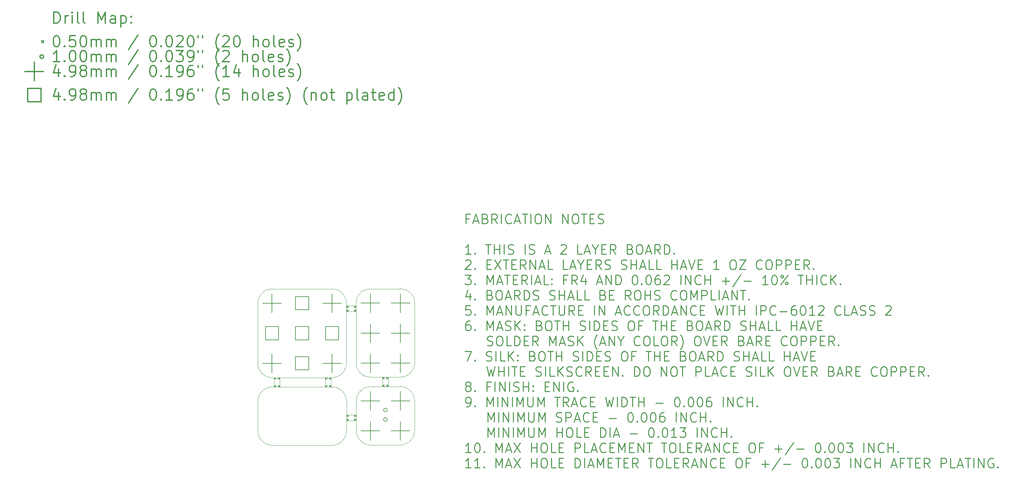
<source format=gbr>
G04 This is an RS-274x file exported by *
G04 gerbv version 2.6.0 *
G04 More information is available about gerbv at *
G04 http://gerbv.gpleda.org/ *
G04 --End of header info--*
%MOIN*%
%FSLAX34Y34*%
%IPPOS*%
G04 --Define apertures--*
%ADD10C,0.0050*%
%ADD11C,0.0079*%
%ADD12C,0.0118*%
%ADD13C,0.0138*%
%ADD14C,0.0016*%
%ADD15C,0.0020*%
%ADD16C,0.0100*%
G04 --Start main section--*
G54D11*
G01X0024160Y-038987D02*
G01X0024356Y-039183D01*
G01X0024356Y-038987D02*
G01X0024160Y-039183D01*
G01X0024160Y-039787D02*
G01X0024356Y-039983D01*
G01X0024356Y-039787D02*
G01X0024160Y-039983D01*
G01X0024560Y-038987D02*
G01X0024756Y-039183D01*
G01X0024756Y-038987D02*
G01X0024560Y-039183D01*
G01X0024560Y-039787D02*
G01X0024756Y-039983D01*
G01X0024756Y-039787D02*
G01X0024560Y-039983D01*
G01X0029514Y-038987D02*
G01X0029711Y-039183D01*
G01X0029711Y-038987D02*
G01X0029514Y-039183D01*
G01X0029514Y-039787D02*
G01X0029711Y-039983D01*
G01X0029711Y-039787D02*
G01X0029514Y-039983D01*
G01X0029914Y-038987D02*
G01X0030111Y-039183D01*
G01X0030111Y-038987D02*
G01X0029914Y-039183D01*
G01X0029914Y-039787D02*
G01X0030111Y-039983D01*
G01X0030111Y-039787D02*
G01X0029914Y-039983D01*
G01X0031751Y-031482D02*
G01X0031948Y-031679D01*
G01X0031948Y-031482D02*
G01X0031751Y-031679D01*
G01X0031751Y-031882D02*
G01X0031948Y-032079D01*
G01X0031948Y-031882D02*
G01X0031751Y-032079D01*
G01X0031755Y-042895D02*
G01X0031952Y-043092D01*
G01X0031952Y-042895D02*
G01X0031755Y-043092D01*
G01X0031755Y-043295D02*
G01X0031952Y-043492D01*
G01X0031952Y-043295D02*
G01X0031755Y-043492D01*
G01X0032551Y-031482D02*
G01X0032748Y-031679D01*
G01X0032748Y-031482D02*
G01X0032551Y-031679D01*
G01X0032551Y-031882D02*
G01X0032748Y-032079D01*
G01X0032748Y-031882D02*
G01X0032551Y-032079D01*
G01X0032555Y-042895D02*
G01X0032752Y-043092D01*
G01X0032752Y-042895D02*
G01X0032555Y-043092D01*
G01X0032555Y-043295D02*
G01X0032752Y-043492D01*
G01X0032752Y-043295D02*
G01X0032555Y-043492D01*
G01X0035533Y-038949D02*
G01X0035730Y-039146D01*
G01X0035730Y-038949D02*
G01X0035533Y-039146D01*
G01X0035533Y-039749D02*
G01X0035730Y-039946D01*
G01X0035730Y-039749D02*
G01X0035533Y-039946D01*
G01X0035933Y-038949D02*
G01X0036130Y-039146D01*
G01X0036130Y-038949D02*
G01X0035933Y-039146D01*
G01X0035933Y-039749D02*
G01X0036130Y-039946D01*
G01X0036130Y-039749D02*
G01X0035933Y-039946D01*
G01X0036025Y-042391D02*
G75*
G03X0036025Y-042391I-000197J0000000D01*
G01X0036025Y-043391D02*
G75*
G03X0036025Y-043391I-000197J0000000D01*
G01X0023942Y-030209D02*
G01X0023942Y-032170D01*
G01X0022962Y-031190D02*
G01X0024923Y-031190D01*
G01X0023942Y-036509D02*
G01X0023942Y-038469D01*
G01X0022962Y-037489D02*
G01X0024923Y-037489D01*
G01X0030241Y-030209D02*
G01X0030241Y-032170D01*
G01X0029261Y-031190D02*
G01X0031222Y-031190D01*
G01X0030241Y-036509D02*
G01X0030241Y-038469D01*
G01X0029261Y-037489D02*
G01X0031222Y-037489D01*
G01X0034253Y-030202D02*
G01X0034253Y-032162D01*
G01X0033273Y-031182D02*
G01X0035234Y-031182D01*
G01X0034253Y-033351D02*
G01X0034253Y-035312D01*
G01X0033273Y-034331D02*
G01X0035234Y-034331D01*
G01X0034253Y-036501D02*
G01X0034253Y-038461D01*
G01X0033273Y-037481D02*
G01X0035234Y-037481D01*
G01X0034253Y-040442D02*
G01X0034253Y-042402D01*
G01X0033273Y-041422D02*
G01X0035234Y-041422D01*
G01X0034253Y-043591D02*
G01X0034253Y-045552D01*
G01X0033273Y-044572D02*
G01X0035234Y-044572D01*
G01X0037403Y-030202D02*
G01X0037403Y-032162D01*
G01X0036423Y-031182D02*
G01X0038383Y-031182D01*
G01X0037403Y-033351D02*
G01X0037403Y-035312D01*
G01X0036423Y-034331D02*
G01X0038383Y-034331D01*
G01X0037403Y-036501D02*
G01X0037403Y-038461D01*
G01X0036423Y-037481D02*
G01X0038383Y-037481D01*
G01X0037403Y-040442D02*
G01X0037403Y-042402D01*
G01X0036423Y-041422D02*
G01X0038383Y-041422D01*
G01X0037403Y-043591D02*
G01X0037403Y-045552D01*
G01X0036423Y-044572D02*
G01X0038383Y-044572D01*
G01X0024635Y-035033D02*
G01X0024635Y-033646D01*
G01X0024635Y-033646D02*
G01X0023249Y-033646D01*
G01X0023249Y-033646D02*
G01X0023249Y-035033D01*
G01X0023249Y-035033D02*
G01X0024635Y-035033D01*
G01X0027785Y-031883D02*
G01X0027785Y-030497D01*
G01X0027785Y-030497D02*
G01X0026399Y-030497D01*
G01X0026399Y-030497D02*
G01X0026399Y-031883D01*
G01X0026399Y-031883D02*
G01X0027785Y-031883D01*
G01X0027785Y-035033D02*
G01X0027785Y-033646D01*
G01X0027785Y-033646D02*
G01X0026399Y-033646D01*
G01X0026399Y-033646D02*
G01X0026399Y-035033D01*
G01X0026399Y-035033D02*
G01X0027785Y-035033D01*
G01X0027785Y-038182D02*
G01X0027785Y-036796D01*
G01X0027785Y-036796D02*
G01X0026399Y-036796D01*
G01X0026399Y-036796D02*
G01X0026399Y-038182D01*
G01X0026399Y-038182D02*
G01X0027785Y-038182D01*
G01X0030935Y-035033D02*
G01X0030935Y-033646D01*
G01X0030935Y-033646D02*
G01X0029548Y-033646D01*
G01X0029548Y-033646D02*
G01X0029548Y-035033D01*
G01X0029548Y-035033D02*
G01X0030935Y-035033D01*
G54D12*
G01X0001069Y-001834D02*
G01X0001069Y-000652D01*
G01X0001069Y-000652D02*
G01X0001350Y-000652D01*
G01X0001350Y-000652D02*
G01X0001519Y-000709D01*
G01X0001519Y-000709D02*
G01X0001631Y-000821D01*
G01X0001631Y-000821D02*
G01X0001687Y-000934D01*
G01X0001687Y-000934D02*
G01X0001744Y-001159D01*
G01X0001744Y-001159D02*
G01X0001744Y-001327D01*
G01X0001744Y-001327D02*
G01X0001687Y-001552D01*
G01X0001687Y-001552D02*
G01X0001631Y-001665D01*
G01X0001631Y-001665D02*
G01X0001519Y-001777D01*
G01X0001519Y-001777D02*
G01X0001350Y-001834D01*
G01X0001350Y-001834D02*
G01X0001069Y-001834D01*
G01X0002250Y-001834D02*
G01X0002250Y-001046D01*
G01X0002250Y-001271D02*
G01X0002306Y-001159D01*
G01X0002306Y-001159D02*
G01X0002362Y-001102D01*
G01X0002362Y-001102D02*
G01X0002475Y-001046D01*
G01X0002475Y-001046D02*
G01X0002587Y-001046D01*
G01X0002981Y-001834D02*
G01X0002981Y-001046D01*
G01X0002981Y-000652D02*
G01X0002925Y-000709D01*
G01X0002925Y-000709D02*
G01X0002981Y-000765D01*
G01X0002981Y-000765D02*
G01X0003037Y-000709D01*
G01X0003037Y-000709D02*
G01X0002981Y-000652D01*
G01X0002981Y-000652D02*
G01X0002981Y-000765D01*
G01X0003712Y-001834D02*
G01X0003600Y-001777D01*
G01X0003600Y-001777D02*
G01X0003543Y-001665D01*
G01X0003543Y-001665D02*
G01X0003543Y-000652D01*
G01X0004331Y-001834D02*
G01X0004218Y-001777D01*
G01X0004218Y-001777D02*
G01X0004162Y-001665D01*
G01X0004162Y-001665D02*
G01X0004162Y-000652D01*
G01X0005681Y-001834D02*
G01X0005681Y-000652D01*
G01X0005681Y-000652D02*
G01X0006074Y-001496D01*
G01X0006074Y-001496D02*
G01X0006468Y-000652D01*
G01X0006468Y-000652D02*
G01X0006468Y-001834D01*
G01X0007537Y-001834D02*
G01X0007537Y-001215D01*
G01X0007537Y-001215D02*
G01X0007480Y-001102D01*
G01X0007480Y-001102D02*
G01X0007368Y-001046D01*
G01X0007368Y-001046D02*
G01X0007143Y-001046D01*
G01X0007143Y-001046D02*
G01X0007030Y-001102D01*
G01X0007537Y-001777D02*
G01X0007424Y-001834D01*
G01X0007424Y-001834D02*
G01X0007143Y-001834D01*
G01X0007143Y-001834D02*
G01X0007030Y-001777D01*
G01X0007030Y-001777D02*
G01X0006974Y-001665D01*
G01X0006974Y-001665D02*
G01X0006974Y-001552D01*
G01X0006974Y-001552D02*
G01X0007030Y-001440D01*
G01X0007030Y-001440D02*
G01X0007143Y-001384D01*
G01X0007143Y-001384D02*
G01X0007424Y-001384D01*
G01X0007424Y-001384D02*
G01X0007537Y-001327D01*
G01X0008099Y-001046D02*
G01X0008099Y-002227D01*
G01X0008099Y-001102D02*
G01X0008211Y-001046D01*
G01X0008211Y-001046D02*
G01X0008436Y-001046D01*
G01X0008436Y-001046D02*
G01X0008549Y-001102D01*
G01X0008549Y-001102D02*
G01X0008605Y-001159D01*
G01X0008605Y-001159D02*
G01X0008661Y-001271D01*
G01X0008661Y-001271D02*
G01X0008661Y-001609D01*
G01X0008661Y-001609D02*
G01X0008605Y-001721D01*
G01X0008605Y-001721D02*
G01X0008549Y-001777D01*
G01X0008549Y-001777D02*
G01X0008436Y-001834D01*
G01X0008436Y-001834D02*
G01X0008211Y-001834D01*
G01X0008211Y-001834D02*
G01X0008099Y-001777D01*
G01X0009168Y-001721D02*
G01X0009224Y-001777D01*
G01X0009224Y-001777D02*
G01X0009168Y-001834D01*
G01X0009168Y-001834D02*
G01X0009111Y-001777D01*
G01X0009111Y-001777D02*
G01X0009168Y-001721D01*
G01X0009168Y-001721D02*
G01X0009168Y-001834D01*
G01X0009168Y-001102D02*
G01X0009224Y-001159D01*
G01X0009224Y-001159D02*
G01X0009168Y-001215D01*
G01X0009168Y-001215D02*
G01X0009111Y-001159D01*
G01X0009111Y-001159D02*
G01X0009168Y-001102D01*
G01X0009168Y-001102D02*
G01X0009168Y-001215D01*
G01X-000197Y-003681D02*
G01X0000000Y-003878D01*
G01X0000000Y-003681D02*
G01X-000197Y-003878D01*
G01X0001294Y-003133D02*
G01X0001406Y-003133D01*
G01X0001406Y-003133D02*
G01X0001519Y-003189D01*
G01X0001519Y-003189D02*
G01X0001575Y-003245D01*
G01X0001575Y-003245D02*
G01X0001631Y-003358D01*
G01X0001631Y-003358D02*
G01X0001687Y-003583D01*
G01X0001687Y-003583D02*
G01X0001687Y-003864D01*
G01X0001687Y-003864D02*
G01X0001631Y-004089D01*
G01X0001631Y-004089D02*
G01X0001575Y-004201D01*
G01X0001575Y-004201D02*
G01X0001519Y-004258D01*
G01X0001519Y-004258D02*
G01X0001406Y-004314D01*
G01X0001406Y-004314D02*
G01X0001294Y-004314D01*
G01X0001294Y-004314D02*
G01X0001181Y-004258D01*
G01X0001181Y-004258D02*
G01X0001125Y-004201D01*
G01X0001125Y-004201D02*
G01X0001069Y-004089D01*
G01X0001069Y-004089D02*
G01X0001012Y-003864D01*
G01X0001012Y-003864D02*
G01X0001012Y-003583D01*
G01X0001012Y-003583D02*
G01X0001069Y-003358D01*
G01X0001069Y-003358D02*
G01X0001125Y-003245D01*
G01X0001125Y-003245D02*
G01X0001181Y-003189D01*
G01X0001181Y-003189D02*
G01X0001294Y-003133D01*
G01X0002193Y-004201D02*
G01X0002250Y-004258D01*
G01X0002250Y-004258D02*
G01X0002193Y-004314D01*
G01X0002193Y-004314D02*
G01X0002137Y-004258D01*
G01X0002137Y-004258D02*
G01X0002193Y-004201D01*
G01X0002193Y-004201D02*
G01X0002193Y-004314D01*
G01X0003318Y-003133D02*
G01X0002756Y-003133D01*
G01X0002756Y-003133D02*
G01X0002700Y-003695D01*
G01X0002700Y-003695D02*
G01X0002756Y-003639D01*
G01X0002756Y-003639D02*
G01X0002868Y-003583D01*
G01X0002868Y-003583D02*
G01X0003150Y-003583D01*
G01X0003150Y-003583D02*
G01X0003262Y-003639D01*
G01X0003262Y-003639D02*
G01X0003318Y-003695D01*
G01X0003318Y-003695D02*
G01X0003375Y-003808D01*
G01X0003375Y-003808D02*
G01X0003375Y-004089D01*
G01X0003375Y-004089D02*
G01X0003318Y-004201D01*
G01X0003318Y-004201D02*
G01X0003262Y-004258D01*
G01X0003262Y-004258D02*
G01X0003150Y-004314D01*
G01X0003150Y-004314D02*
G01X0002868Y-004314D01*
G01X0002868Y-004314D02*
G01X0002756Y-004258D01*
G01X0002756Y-004258D02*
G01X0002700Y-004201D01*
G01X0004106Y-003133D02*
G01X0004218Y-003133D01*
G01X0004218Y-003133D02*
G01X0004331Y-003189D01*
G01X0004331Y-003189D02*
G01X0004387Y-003245D01*
G01X0004387Y-003245D02*
G01X0004443Y-003358D01*
G01X0004443Y-003358D02*
G01X0004499Y-003583D01*
G01X0004499Y-003583D02*
G01X0004499Y-003864D01*
G01X0004499Y-003864D02*
G01X0004443Y-004089D01*
G01X0004443Y-004089D02*
G01X0004387Y-004201D01*
G01X0004387Y-004201D02*
G01X0004331Y-004258D01*
G01X0004331Y-004258D02*
G01X0004218Y-004314D01*
G01X0004218Y-004314D02*
G01X0004106Y-004314D01*
G01X0004106Y-004314D02*
G01X0003993Y-004258D01*
G01X0003993Y-004258D02*
G01X0003937Y-004201D01*
G01X0003937Y-004201D02*
G01X0003881Y-004089D01*
G01X0003881Y-004089D02*
G01X0003825Y-003864D01*
G01X0003825Y-003864D02*
G01X0003825Y-003583D01*
G01X0003825Y-003583D02*
G01X0003881Y-003358D01*
G01X0003881Y-003358D02*
G01X0003937Y-003245D01*
G01X0003937Y-003245D02*
G01X0003993Y-003189D01*
G01X0003993Y-003189D02*
G01X0004106Y-003133D01*
G01X0005006Y-004314D02*
G01X0005006Y-003526D01*
G01X0005006Y-003639D02*
G01X0005062Y-003583D01*
G01X0005062Y-003583D02*
G01X0005174Y-003526D01*
G01X0005174Y-003526D02*
G01X0005343Y-003526D01*
G01X0005343Y-003526D02*
G01X0005456Y-003583D01*
G01X0005456Y-003583D02*
G01X0005512Y-003695D01*
G01X0005512Y-003695D02*
G01X0005512Y-004314D01*
G01X0005512Y-003695D02*
G01X0005568Y-003583D01*
G01X0005568Y-003583D02*
G01X0005681Y-003526D01*
G01X0005681Y-003526D02*
G01X0005849Y-003526D01*
G01X0005849Y-003526D02*
G01X0005962Y-003583D01*
G01X0005962Y-003583D02*
G01X0006018Y-003695D01*
G01X0006018Y-003695D02*
G01X0006018Y-004314D01*
G01X0006580Y-004314D02*
G01X0006580Y-003526D01*
G01X0006580Y-003639D02*
G01X0006637Y-003583D01*
G01X0006637Y-003583D02*
G01X0006749Y-003526D01*
G01X0006749Y-003526D02*
G01X0006918Y-003526D01*
G01X0006918Y-003526D02*
G01X0007030Y-003583D01*
G01X0007030Y-003583D02*
G01X0007087Y-003695D01*
G01X0007087Y-003695D02*
G01X0007087Y-004314D01*
G01X0007087Y-003695D02*
G01X0007143Y-003583D01*
G01X0007143Y-003583D02*
G01X0007255Y-003526D01*
G01X0007255Y-003526D02*
G01X0007424Y-003526D01*
G01X0007424Y-003526D02*
G01X0007537Y-003583D01*
G01X0007537Y-003583D02*
G01X0007593Y-003695D01*
G01X0007593Y-003695D02*
G01X0007593Y-004314D01*
G01X0009899Y-003076D02*
G01X0008886Y-004595D01*
G01X0011417Y-003133D02*
G01X0011530Y-003133D01*
G01X0011530Y-003133D02*
G01X0011642Y-003189D01*
G01X0011642Y-003189D02*
G01X0011699Y-003245D01*
G01X0011699Y-003245D02*
G01X0011755Y-003358D01*
G01X0011755Y-003358D02*
G01X0011811Y-003583D01*
G01X0011811Y-003583D02*
G01X0011811Y-003864D01*
G01X0011811Y-003864D02*
G01X0011755Y-004089D01*
G01X0011755Y-004089D02*
G01X0011699Y-004201D01*
G01X0011699Y-004201D02*
G01X0011642Y-004258D01*
G01X0011642Y-004258D02*
G01X0011530Y-004314D01*
G01X0011530Y-004314D02*
G01X0011417Y-004314D01*
G01X0011417Y-004314D02*
G01X0011305Y-004258D01*
G01X0011305Y-004258D02*
G01X0011249Y-004201D01*
G01X0011249Y-004201D02*
G01X0011192Y-004089D01*
G01X0011192Y-004089D02*
G01X0011136Y-003864D01*
G01X0011136Y-003864D02*
G01X0011136Y-003583D01*
G01X0011136Y-003583D02*
G01X0011192Y-003358D01*
G01X0011192Y-003358D02*
G01X0011249Y-003245D01*
G01X0011249Y-003245D02*
G01X0011305Y-003189D01*
G01X0011305Y-003189D02*
G01X0011417Y-003133D01*
G01X0012317Y-004201D02*
G01X0012373Y-004258D01*
G01X0012373Y-004258D02*
G01X0012317Y-004314D01*
G01X0012317Y-004314D02*
G01X0012261Y-004258D01*
G01X0012261Y-004258D02*
G01X0012317Y-004201D01*
G01X0012317Y-004201D02*
G01X0012317Y-004314D01*
G01X0013105Y-003133D02*
G01X0013217Y-003133D01*
G01X0013217Y-003133D02*
G01X0013330Y-003189D01*
G01X0013330Y-003189D02*
G01X0013386Y-003245D01*
G01X0013386Y-003245D02*
G01X0013442Y-003358D01*
G01X0013442Y-003358D02*
G01X0013498Y-003583D01*
G01X0013498Y-003583D02*
G01X0013498Y-003864D01*
G01X0013498Y-003864D02*
G01X0013442Y-004089D01*
G01X0013442Y-004089D02*
G01X0013386Y-004201D01*
G01X0013386Y-004201D02*
G01X0013330Y-004258D01*
G01X0013330Y-004258D02*
G01X0013217Y-004314D01*
G01X0013217Y-004314D02*
G01X0013105Y-004314D01*
G01X0013105Y-004314D02*
G01X0012992Y-004258D01*
G01X0012992Y-004258D02*
G01X0012936Y-004201D01*
G01X0012936Y-004201D02*
G01X0012880Y-004089D01*
G01X0012880Y-004089D02*
G01X0012823Y-003864D01*
G01X0012823Y-003864D02*
G01X0012823Y-003583D01*
G01X0012823Y-003583D02*
G01X0012880Y-003358D01*
G01X0012880Y-003358D02*
G01X0012936Y-003245D01*
G01X0012936Y-003245D02*
G01X0012992Y-003189D01*
G01X0012992Y-003189D02*
G01X0013105Y-003133D01*
G01X0013948Y-003245D02*
G01X0014005Y-003189D01*
G01X0014005Y-003189D02*
G01X0014117Y-003133D01*
G01X0014117Y-003133D02*
G01X0014398Y-003133D01*
G01X0014398Y-003133D02*
G01X0014511Y-003189D01*
G01X0014511Y-003189D02*
G01X0014567Y-003245D01*
G01X0014567Y-003245D02*
G01X0014623Y-003358D01*
G01X0014623Y-003358D02*
G01X0014623Y-003470D01*
G01X0014623Y-003470D02*
G01X0014567Y-003639D01*
G01X0014567Y-003639D02*
G01X0013892Y-004314D01*
G01X0013892Y-004314D02*
G01X0014623Y-004314D01*
G01X0015354Y-003133D02*
G01X0015467Y-003133D01*
G01X0015467Y-003133D02*
G01X0015579Y-003189D01*
G01X0015579Y-003189D02*
G01X0015636Y-003245D01*
G01X0015636Y-003245D02*
G01X0015692Y-003358D01*
G01X0015692Y-003358D02*
G01X0015748Y-003583D01*
G01X0015748Y-003583D02*
G01X0015748Y-003864D01*
G01X0015748Y-003864D02*
G01X0015692Y-004089D01*
G01X0015692Y-004089D02*
G01X0015636Y-004201D01*
G01X0015636Y-004201D02*
G01X0015579Y-004258D01*
G01X0015579Y-004258D02*
G01X0015467Y-004314D01*
G01X0015467Y-004314D02*
G01X0015354Y-004314D01*
G01X0015354Y-004314D02*
G01X0015242Y-004258D01*
G01X0015242Y-004258D02*
G01X0015186Y-004201D01*
G01X0015186Y-004201D02*
G01X0015129Y-004089D01*
G01X0015129Y-004089D02*
G01X0015073Y-003864D01*
G01X0015073Y-003864D02*
G01X0015073Y-003583D01*
G01X0015073Y-003583D02*
G01X0015129Y-003358D01*
G01X0015129Y-003358D02*
G01X0015186Y-003245D01*
G01X0015186Y-003245D02*
G01X0015242Y-003189D01*
G01X0015242Y-003189D02*
G01X0015354Y-003133D01*
G01X0016198Y-003133D02*
G01X0016198Y-003358D01*
G01X0016648Y-003133D02*
G01X0016648Y-003358D01*
G01X0018391Y-004764D02*
G01X0018335Y-004708D01*
G01X0018335Y-004708D02*
G01X0018223Y-004539D01*
G01X0018223Y-004539D02*
G01X0018166Y-004426D01*
G01X0018166Y-004426D02*
G01X0018110Y-004258D01*
G01X0018110Y-004258D02*
G01X0018054Y-003976D01*
G01X0018054Y-003976D02*
G01X0018054Y-003751D01*
G01X0018054Y-003751D02*
G01X0018110Y-003470D01*
G01X0018110Y-003470D02*
G01X0018166Y-003301D01*
G01X0018166Y-003301D02*
G01X0018223Y-003189D01*
G01X0018223Y-003189D02*
G01X0018335Y-003020D01*
G01X0018335Y-003020D02*
G01X0018391Y-002964D01*
G01X0018785Y-003245D02*
G01X0018841Y-003189D01*
G01X0018841Y-003189D02*
G01X0018954Y-003133D01*
G01X0018954Y-003133D02*
G01X0019235Y-003133D01*
G01X0019235Y-003133D02*
G01X0019348Y-003189D01*
G01X0019348Y-003189D02*
G01X0019404Y-003245D01*
G01X0019404Y-003245D02*
G01X0019460Y-003358D01*
G01X0019460Y-003358D02*
G01X0019460Y-003470D01*
G01X0019460Y-003470D02*
G01X0019404Y-003639D01*
G01X0019404Y-003639D02*
G01X0018729Y-004314D01*
G01X0018729Y-004314D02*
G01X0019460Y-004314D01*
G01X0020191Y-003133D02*
G01X0020304Y-003133D01*
G01X0020304Y-003133D02*
G01X0020416Y-003189D01*
G01X0020416Y-003189D02*
G01X0020472Y-003245D01*
G01X0020472Y-003245D02*
G01X0020529Y-003358D01*
G01X0020529Y-003358D02*
G01X0020585Y-003583D01*
G01X0020585Y-003583D02*
G01X0020585Y-003864D01*
G01X0020585Y-003864D02*
G01X0020529Y-004089D01*
G01X0020529Y-004089D02*
G01X0020472Y-004201D01*
G01X0020472Y-004201D02*
G01X0020416Y-004258D01*
G01X0020416Y-004258D02*
G01X0020304Y-004314D01*
G01X0020304Y-004314D02*
G01X0020191Y-004314D01*
G01X0020191Y-004314D02*
G01X0020079Y-004258D01*
G01X0020079Y-004258D02*
G01X0020022Y-004201D01*
G01X0020022Y-004201D02*
G01X0019966Y-004089D01*
G01X0019966Y-004089D02*
G01X0019910Y-003864D01*
G01X0019910Y-003864D02*
G01X0019910Y-003583D01*
G01X0019910Y-003583D02*
G01X0019966Y-003358D01*
G01X0019966Y-003358D02*
G01X0020022Y-003245D01*
G01X0020022Y-003245D02*
G01X0020079Y-003189D01*
G01X0020079Y-003189D02*
G01X0020191Y-003133D01*
G01X0021991Y-004314D02*
G01X0021991Y-003133D01*
G01X0022497Y-004314D02*
G01X0022497Y-003695D01*
G01X0022497Y-003695D02*
G01X0022441Y-003583D01*
G01X0022441Y-003583D02*
G01X0022328Y-003526D01*
G01X0022328Y-003526D02*
G01X0022160Y-003526D01*
G01X0022160Y-003526D02*
G01X0022047Y-003583D01*
G01X0022047Y-003583D02*
G01X0021991Y-003639D01*
G01X0023228Y-004314D02*
G01X0023116Y-004258D01*
G01X0023116Y-004258D02*
G01X0023060Y-004201D01*
G01X0023060Y-004201D02*
G01X0023003Y-004089D01*
G01X0023003Y-004089D02*
G01X0023003Y-003751D01*
G01X0023003Y-003751D02*
G01X0023060Y-003639D01*
G01X0023060Y-003639D02*
G01X0023116Y-003583D01*
G01X0023116Y-003583D02*
G01X0023228Y-003526D01*
G01X0023228Y-003526D02*
G01X0023397Y-003526D01*
G01X0023397Y-003526D02*
G01X0023510Y-003583D01*
G01X0023510Y-003583D02*
G01X0023566Y-003639D01*
G01X0023566Y-003639D02*
G01X0023622Y-003751D01*
G01X0023622Y-003751D02*
G01X0023622Y-004089D01*
G01X0023622Y-004089D02*
G01X0023566Y-004201D01*
G01X0023566Y-004201D02*
G01X0023510Y-004258D01*
G01X0023510Y-004258D02*
G01X0023397Y-004314D01*
G01X0023397Y-004314D02*
G01X0023228Y-004314D01*
G01X0024297Y-004314D02*
G01X0024184Y-004258D01*
G01X0024184Y-004258D02*
G01X0024128Y-004145D01*
G01X0024128Y-004145D02*
G01X0024128Y-003133D01*
G01X0025197Y-004258D02*
G01X0025084Y-004314D01*
G01X0025084Y-004314D02*
G01X0024859Y-004314D01*
G01X0024859Y-004314D02*
G01X0024747Y-004258D01*
G01X0024747Y-004258D02*
G01X0024691Y-004145D01*
G01X0024691Y-004145D02*
G01X0024691Y-003695D01*
G01X0024691Y-003695D02*
G01X0024747Y-003583D01*
G01X0024747Y-003583D02*
G01X0024859Y-003526D01*
G01X0024859Y-003526D02*
G01X0025084Y-003526D01*
G01X0025084Y-003526D02*
G01X0025197Y-003583D01*
G01X0025197Y-003583D02*
G01X0025253Y-003695D01*
G01X0025253Y-003695D02*
G01X0025253Y-003808D01*
G01X0025253Y-003808D02*
G01X0024691Y-003920D01*
G01X0025703Y-004258D02*
G01X0025816Y-004314D01*
G01X0025816Y-004314D02*
G01X0026040Y-004314D01*
G01X0026040Y-004314D02*
G01X0026153Y-004258D01*
G01X0026153Y-004258D02*
G01X0026209Y-004145D01*
G01X0026209Y-004145D02*
G01X0026209Y-004089D01*
G01X0026209Y-004089D02*
G01X0026153Y-003976D01*
G01X0026153Y-003976D02*
G01X0026040Y-003920D01*
G01X0026040Y-003920D02*
G01X0025872Y-003920D01*
G01X0025872Y-003920D02*
G01X0025759Y-003864D01*
G01X0025759Y-003864D02*
G01X0025703Y-003751D01*
G01X0025703Y-003751D02*
G01X0025703Y-003695D01*
G01X0025703Y-003695D02*
G01X0025759Y-003583D01*
G01X0025759Y-003583D02*
G01X0025872Y-003526D01*
G01X0025872Y-003526D02*
G01X0026040Y-003526D01*
G01X0026040Y-003526D02*
G01X0026153Y-003583D01*
G01X0026603Y-004764D02*
G01X0026659Y-004708D01*
G01X0026659Y-004708D02*
G01X0026772Y-004539D01*
G01X0026772Y-004539D02*
G01X0026828Y-004426D01*
G01X0026828Y-004426D02*
G01X0026884Y-004258D01*
G01X0026884Y-004258D02*
G01X0026940Y-003976D01*
G01X0026940Y-003976D02*
G01X0026940Y-003751D01*
G01X0026940Y-003751D02*
G01X0026884Y-003470D01*
G01X0026884Y-003470D02*
G01X0026828Y-003301D01*
G01X0026828Y-003301D02*
G01X0026772Y-003189D01*
G01X0026772Y-003189D02*
G01X0026659Y-003020D01*
G01X0026659Y-003020D02*
G01X0026603Y-002964D01*
G01X0000000Y-005339D02*
G75*
G03X0000000Y-005339I-000197J0000000D01*
G01X0001687Y-005873D02*
G01X0001012Y-005873D01*
G01X0001350Y-005873D02*
G01X0001350Y-004692D01*
G01X0001350Y-004692D02*
G01X0001237Y-004861D01*
G01X0001237Y-004861D02*
G01X0001125Y-004973D01*
G01X0001125Y-004973D02*
G01X0001012Y-005029D01*
G01X0002193Y-005760D02*
G01X0002250Y-005817D01*
G01X0002250Y-005817D02*
G01X0002193Y-005873D01*
G01X0002193Y-005873D02*
G01X0002137Y-005817D01*
G01X0002137Y-005817D02*
G01X0002193Y-005760D01*
G01X0002193Y-005760D02*
G01X0002193Y-005873D01*
G01X0002981Y-004692D02*
G01X0003093Y-004692D01*
G01X0003093Y-004692D02*
G01X0003206Y-004748D01*
G01X0003206Y-004748D02*
G01X0003262Y-004804D01*
G01X0003262Y-004804D02*
G01X0003318Y-004917D01*
G01X0003318Y-004917D02*
G01X0003375Y-005142D01*
G01X0003375Y-005142D02*
G01X0003375Y-005423D01*
G01X0003375Y-005423D02*
G01X0003318Y-005648D01*
G01X0003318Y-005648D02*
G01X0003262Y-005760D01*
G01X0003262Y-005760D02*
G01X0003206Y-005817D01*
G01X0003206Y-005817D02*
G01X0003093Y-005873D01*
G01X0003093Y-005873D02*
G01X0002981Y-005873D01*
G01X0002981Y-005873D02*
G01X0002868Y-005817D01*
G01X0002868Y-005817D02*
G01X0002812Y-005760D01*
G01X0002812Y-005760D02*
G01X0002756Y-005648D01*
G01X0002756Y-005648D02*
G01X0002700Y-005423D01*
G01X0002700Y-005423D02*
G01X0002700Y-005142D01*
G01X0002700Y-005142D02*
G01X0002756Y-004917D01*
G01X0002756Y-004917D02*
G01X0002812Y-004804D01*
G01X0002812Y-004804D02*
G01X0002868Y-004748D01*
G01X0002868Y-004748D02*
G01X0002981Y-004692D01*
G01X0004106Y-004692D02*
G01X0004218Y-004692D01*
G01X0004218Y-004692D02*
G01X0004331Y-004748D01*
G01X0004331Y-004748D02*
G01X0004387Y-004804D01*
G01X0004387Y-004804D02*
G01X0004443Y-004917D01*
G01X0004443Y-004917D02*
G01X0004499Y-005142D01*
G01X0004499Y-005142D02*
G01X0004499Y-005423D01*
G01X0004499Y-005423D02*
G01X0004443Y-005648D01*
G01X0004443Y-005648D02*
G01X0004387Y-005760D01*
G01X0004387Y-005760D02*
G01X0004331Y-005817D01*
G01X0004331Y-005817D02*
G01X0004218Y-005873D01*
G01X0004218Y-005873D02*
G01X0004106Y-005873D01*
G01X0004106Y-005873D02*
G01X0003993Y-005817D01*
G01X0003993Y-005817D02*
G01X0003937Y-005760D01*
G01X0003937Y-005760D02*
G01X0003881Y-005648D01*
G01X0003881Y-005648D02*
G01X0003825Y-005423D01*
G01X0003825Y-005423D02*
G01X0003825Y-005142D01*
G01X0003825Y-005142D02*
G01X0003881Y-004917D01*
G01X0003881Y-004917D02*
G01X0003937Y-004804D01*
G01X0003937Y-004804D02*
G01X0003993Y-004748D01*
G01X0003993Y-004748D02*
G01X0004106Y-004692D01*
G01X0005006Y-005873D02*
G01X0005006Y-005085D01*
G01X0005006Y-005198D02*
G01X0005062Y-005142D01*
G01X0005062Y-005142D02*
G01X0005174Y-005085D01*
G01X0005174Y-005085D02*
G01X0005343Y-005085D01*
G01X0005343Y-005085D02*
G01X0005456Y-005142D01*
G01X0005456Y-005142D02*
G01X0005512Y-005254D01*
G01X0005512Y-005254D02*
G01X0005512Y-005873D01*
G01X0005512Y-005254D02*
G01X0005568Y-005142D01*
G01X0005568Y-005142D02*
G01X0005681Y-005085D01*
G01X0005681Y-005085D02*
G01X0005849Y-005085D01*
G01X0005849Y-005085D02*
G01X0005962Y-005142D01*
G01X0005962Y-005142D02*
G01X0006018Y-005254D01*
G01X0006018Y-005254D02*
G01X0006018Y-005873D01*
G01X0006580Y-005873D02*
G01X0006580Y-005085D01*
G01X0006580Y-005198D02*
G01X0006637Y-005142D01*
G01X0006637Y-005142D02*
G01X0006749Y-005085D01*
G01X0006749Y-005085D02*
G01X0006918Y-005085D01*
G01X0006918Y-005085D02*
G01X0007030Y-005142D01*
G01X0007030Y-005142D02*
G01X0007087Y-005254D01*
G01X0007087Y-005254D02*
G01X0007087Y-005873D01*
G01X0007087Y-005254D02*
G01X0007143Y-005142D01*
G01X0007143Y-005142D02*
G01X0007255Y-005085D01*
G01X0007255Y-005085D02*
G01X0007424Y-005085D01*
G01X0007424Y-005085D02*
G01X0007537Y-005142D01*
G01X0007537Y-005142D02*
G01X0007593Y-005254D01*
G01X0007593Y-005254D02*
G01X0007593Y-005873D01*
G01X0009899Y-004636D02*
G01X0008886Y-006154D01*
G01X0011417Y-004692D02*
G01X0011530Y-004692D01*
G01X0011530Y-004692D02*
G01X0011642Y-004748D01*
G01X0011642Y-004748D02*
G01X0011699Y-004804D01*
G01X0011699Y-004804D02*
G01X0011755Y-004917D01*
G01X0011755Y-004917D02*
G01X0011811Y-005142D01*
G01X0011811Y-005142D02*
G01X0011811Y-005423D01*
G01X0011811Y-005423D02*
G01X0011755Y-005648D01*
G01X0011755Y-005648D02*
G01X0011699Y-005760D01*
G01X0011699Y-005760D02*
G01X0011642Y-005817D01*
G01X0011642Y-005817D02*
G01X0011530Y-005873D01*
G01X0011530Y-005873D02*
G01X0011417Y-005873D01*
G01X0011417Y-005873D02*
G01X0011305Y-005817D01*
G01X0011305Y-005817D02*
G01X0011249Y-005760D01*
G01X0011249Y-005760D02*
G01X0011192Y-005648D01*
G01X0011192Y-005648D02*
G01X0011136Y-005423D01*
G01X0011136Y-005423D02*
G01X0011136Y-005142D01*
G01X0011136Y-005142D02*
G01X0011192Y-004917D01*
G01X0011192Y-004917D02*
G01X0011249Y-004804D01*
G01X0011249Y-004804D02*
G01X0011305Y-004748D01*
G01X0011305Y-004748D02*
G01X0011417Y-004692D01*
G01X0012317Y-005760D02*
G01X0012373Y-005817D01*
G01X0012373Y-005817D02*
G01X0012317Y-005873D01*
G01X0012317Y-005873D02*
G01X0012261Y-005817D01*
G01X0012261Y-005817D02*
G01X0012317Y-005760D01*
G01X0012317Y-005760D02*
G01X0012317Y-005873D01*
G01X0013105Y-004692D02*
G01X0013217Y-004692D01*
G01X0013217Y-004692D02*
G01X0013330Y-004748D01*
G01X0013330Y-004748D02*
G01X0013386Y-004804D01*
G01X0013386Y-004804D02*
G01X0013442Y-004917D01*
G01X0013442Y-004917D02*
G01X0013498Y-005142D01*
G01X0013498Y-005142D02*
G01X0013498Y-005423D01*
G01X0013498Y-005423D02*
G01X0013442Y-005648D01*
G01X0013442Y-005648D02*
G01X0013386Y-005760D01*
G01X0013386Y-005760D02*
G01X0013330Y-005817D01*
G01X0013330Y-005817D02*
G01X0013217Y-005873D01*
G01X0013217Y-005873D02*
G01X0013105Y-005873D01*
G01X0013105Y-005873D02*
G01X0012992Y-005817D01*
G01X0012992Y-005817D02*
G01X0012936Y-005760D01*
G01X0012936Y-005760D02*
G01X0012880Y-005648D01*
G01X0012880Y-005648D02*
G01X0012823Y-005423D01*
G01X0012823Y-005423D02*
G01X0012823Y-005142D01*
G01X0012823Y-005142D02*
G01X0012880Y-004917D01*
G01X0012880Y-004917D02*
G01X0012936Y-004804D01*
G01X0012936Y-004804D02*
G01X0012992Y-004748D01*
G01X0012992Y-004748D02*
G01X0013105Y-004692D01*
G01X0013892Y-004692D02*
G01X0014623Y-004692D01*
G01X0014623Y-004692D02*
G01X0014229Y-005142D01*
G01X0014229Y-005142D02*
G01X0014398Y-005142D01*
G01X0014398Y-005142D02*
G01X0014511Y-005198D01*
G01X0014511Y-005198D02*
G01X0014567Y-005254D01*
G01X0014567Y-005254D02*
G01X0014623Y-005367D01*
G01X0014623Y-005367D02*
G01X0014623Y-005648D01*
G01X0014623Y-005648D02*
G01X0014567Y-005760D01*
G01X0014567Y-005760D02*
G01X0014511Y-005817D01*
G01X0014511Y-005817D02*
G01X0014398Y-005873D01*
G01X0014398Y-005873D02*
G01X0014061Y-005873D01*
G01X0014061Y-005873D02*
G01X0013948Y-005817D01*
G01X0013948Y-005817D02*
G01X0013892Y-005760D01*
G01X0015186Y-005873D02*
G01X0015411Y-005873D01*
G01X0015411Y-005873D02*
G01X0015523Y-005817D01*
G01X0015523Y-005817D02*
G01X0015579Y-005760D01*
G01X0015579Y-005760D02*
G01X0015692Y-005592D01*
G01X0015692Y-005592D02*
G01X0015748Y-005367D01*
G01X0015748Y-005367D02*
G01X0015748Y-004917D01*
G01X0015748Y-004917D02*
G01X0015692Y-004804D01*
G01X0015692Y-004804D02*
G01X0015636Y-004748D01*
G01X0015636Y-004748D02*
G01X0015523Y-004692D01*
G01X0015523Y-004692D02*
G01X0015298Y-004692D01*
G01X0015298Y-004692D02*
G01X0015186Y-004748D01*
G01X0015186Y-004748D02*
G01X0015129Y-004804D01*
G01X0015129Y-004804D02*
G01X0015073Y-004917D01*
G01X0015073Y-004917D02*
G01X0015073Y-005198D01*
G01X0015073Y-005198D02*
G01X0015129Y-005310D01*
G01X0015129Y-005310D02*
G01X0015186Y-005367D01*
G01X0015186Y-005367D02*
G01X0015298Y-005423D01*
G01X0015298Y-005423D02*
G01X0015523Y-005423D01*
G01X0015523Y-005423D02*
G01X0015636Y-005367D01*
G01X0015636Y-005367D02*
G01X0015692Y-005310D01*
G01X0015692Y-005310D02*
G01X0015748Y-005198D01*
G01X0016198Y-004692D02*
G01X0016198Y-004917D01*
G01X0016648Y-004692D02*
G01X0016648Y-004917D01*
G01X0018391Y-006323D02*
G01X0018335Y-006267D01*
G01X0018335Y-006267D02*
G01X0018223Y-006098D01*
G01X0018223Y-006098D02*
G01X0018166Y-005985D01*
G01X0018166Y-005985D02*
G01X0018110Y-005817D01*
G01X0018110Y-005817D02*
G01X0018054Y-005535D01*
G01X0018054Y-005535D02*
G01X0018054Y-005310D01*
G01X0018054Y-005310D02*
G01X0018110Y-005029D01*
G01X0018110Y-005029D02*
G01X0018166Y-004861D01*
G01X0018166Y-004861D02*
G01X0018223Y-004748D01*
G01X0018223Y-004748D02*
G01X0018335Y-004579D01*
G01X0018335Y-004579D02*
G01X0018391Y-004523D01*
G01X0018785Y-004804D02*
G01X0018841Y-004748D01*
G01X0018841Y-004748D02*
G01X0018954Y-004692D01*
G01X0018954Y-004692D02*
G01X0019235Y-004692D01*
G01X0019235Y-004692D02*
G01X0019348Y-004748D01*
G01X0019348Y-004748D02*
G01X0019404Y-004804D01*
G01X0019404Y-004804D02*
G01X0019460Y-004917D01*
G01X0019460Y-004917D02*
G01X0019460Y-005029D01*
G01X0019460Y-005029D02*
G01X0019404Y-005198D01*
G01X0019404Y-005198D02*
G01X0018729Y-005873D01*
G01X0018729Y-005873D02*
G01X0019460Y-005873D01*
G01X0020866Y-005873D02*
G01X0020866Y-004692D01*
G01X0021372Y-005873D02*
G01X0021372Y-005254D01*
G01X0021372Y-005254D02*
G01X0021316Y-005142D01*
G01X0021316Y-005142D02*
G01X0021204Y-005085D01*
G01X0021204Y-005085D02*
G01X0021035Y-005085D01*
G01X0021035Y-005085D02*
G01X0020922Y-005142D01*
G01X0020922Y-005142D02*
G01X0020866Y-005198D01*
G01X0022103Y-005873D02*
G01X0021991Y-005817D01*
G01X0021991Y-005817D02*
G01X0021935Y-005760D01*
G01X0021935Y-005760D02*
G01X0021879Y-005648D01*
G01X0021879Y-005648D02*
G01X0021879Y-005310D01*
G01X0021879Y-005310D02*
G01X0021935Y-005198D01*
G01X0021935Y-005198D02*
G01X0021991Y-005142D01*
G01X0021991Y-005142D02*
G01X0022103Y-005085D01*
G01X0022103Y-005085D02*
G01X0022272Y-005085D01*
G01X0022272Y-005085D02*
G01X0022385Y-005142D01*
G01X0022385Y-005142D02*
G01X0022441Y-005198D01*
G01X0022441Y-005198D02*
G01X0022497Y-005310D01*
G01X0022497Y-005310D02*
G01X0022497Y-005648D01*
G01X0022497Y-005648D02*
G01X0022441Y-005760D01*
G01X0022441Y-005760D02*
G01X0022385Y-005817D01*
G01X0022385Y-005817D02*
G01X0022272Y-005873D01*
G01X0022272Y-005873D02*
G01X0022103Y-005873D01*
G01X0023172Y-005873D02*
G01X0023060Y-005817D01*
G01X0023060Y-005817D02*
G01X0023003Y-005704D01*
G01X0023003Y-005704D02*
G01X0023003Y-004692D01*
G01X0024072Y-005817D02*
G01X0023960Y-005873D01*
G01X0023960Y-005873D02*
G01X0023735Y-005873D01*
G01X0023735Y-005873D02*
G01X0023622Y-005817D01*
G01X0023622Y-005817D02*
G01X0023566Y-005704D01*
G01X0023566Y-005704D02*
G01X0023566Y-005254D01*
G01X0023566Y-005254D02*
G01X0023622Y-005142D01*
G01X0023622Y-005142D02*
G01X0023735Y-005085D01*
G01X0023735Y-005085D02*
G01X0023960Y-005085D01*
G01X0023960Y-005085D02*
G01X0024072Y-005142D01*
G01X0024072Y-005142D02*
G01X0024128Y-005254D01*
G01X0024128Y-005254D02*
G01X0024128Y-005367D01*
G01X0024128Y-005367D02*
G01X0023566Y-005479D01*
G01X0024578Y-005817D02*
G01X0024691Y-005873D01*
G01X0024691Y-005873D02*
G01X0024916Y-005873D01*
G01X0024916Y-005873D02*
G01X0025028Y-005817D01*
G01X0025028Y-005817D02*
G01X0025084Y-005704D01*
G01X0025084Y-005704D02*
G01X0025084Y-005648D01*
G01X0025084Y-005648D02*
G01X0025028Y-005535D01*
G01X0025028Y-005535D02*
G01X0024916Y-005479D01*
G01X0024916Y-005479D02*
G01X0024747Y-005479D01*
G01X0024747Y-005479D02*
G01X0024634Y-005423D01*
G01X0024634Y-005423D02*
G01X0024578Y-005310D01*
G01X0024578Y-005310D02*
G01X0024578Y-005254D01*
G01X0024578Y-005254D02*
G01X0024634Y-005142D01*
G01X0024634Y-005142D02*
G01X0024747Y-005085D01*
G01X0024747Y-005085D02*
G01X0024916Y-005085D01*
G01X0024916Y-005085D02*
G01X0025028Y-005142D01*
G01X0025478Y-006323D02*
G01X0025534Y-006267D01*
G01X0025534Y-006267D02*
G01X0025647Y-006098D01*
G01X0025647Y-006098D02*
G01X0025703Y-005985D01*
G01X0025703Y-005985D02*
G01X0025759Y-005817D01*
G01X0025759Y-005817D02*
G01X0025816Y-005535D01*
G01X0025816Y-005535D02*
G01X0025816Y-005310D01*
G01X0025816Y-005310D02*
G01X0025759Y-005029D01*
G01X0025759Y-005029D02*
G01X0025703Y-004861D01*
G01X0025703Y-004861D02*
G01X0025647Y-004748D01*
G01X0025647Y-004748D02*
G01X0025534Y-004579D01*
G01X0025534Y-004579D02*
G01X0025478Y-004523D01*
G01X-000980Y-005917D02*
G01X-000980Y-007878D01*
G01X-001961Y-006898D02*
G01X0000000Y-006898D01*
G01X0001575Y-006645D02*
G01X0001575Y-007432D01*
G01X0001294Y-006195D02*
G01X0001012Y-007038D01*
G01X0001012Y-007038D02*
G01X0001744Y-007038D01*
G01X0002193Y-007319D02*
G01X0002250Y-007376D01*
G01X0002250Y-007376D02*
G01X0002193Y-007432D01*
G01X0002193Y-007432D02*
G01X0002137Y-007376D01*
G01X0002137Y-007376D02*
G01X0002193Y-007319D01*
G01X0002193Y-007319D02*
G01X0002193Y-007432D01*
G01X0002812Y-007432D02*
G01X0003037Y-007432D01*
G01X0003037Y-007432D02*
G01X0003150Y-007376D01*
G01X0003150Y-007376D02*
G01X0003206Y-007319D01*
G01X0003206Y-007319D02*
G01X0003318Y-007151D01*
G01X0003318Y-007151D02*
G01X0003375Y-006926D01*
G01X0003375Y-006926D02*
G01X0003375Y-006476D01*
G01X0003375Y-006476D02*
G01X0003318Y-006363D01*
G01X0003318Y-006363D02*
G01X0003262Y-006307D01*
G01X0003262Y-006307D02*
G01X0003150Y-006251D01*
G01X0003150Y-006251D02*
G01X0002925Y-006251D01*
G01X0002925Y-006251D02*
G01X0002812Y-006307D01*
G01X0002812Y-006307D02*
G01X0002756Y-006363D01*
G01X0002756Y-006363D02*
G01X0002700Y-006476D01*
G01X0002700Y-006476D02*
G01X0002700Y-006757D01*
G01X0002700Y-006757D02*
G01X0002756Y-006870D01*
G01X0002756Y-006870D02*
G01X0002812Y-006926D01*
G01X0002812Y-006926D02*
G01X0002925Y-006982D01*
G01X0002925Y-006982D02*
G01X0003150Y-006982D01*
G01X0003150Y-006982D02*
G01X0003262Y-006926D01*
G01X0003262Y-006926D02*
G01X0003318Y-006870D01*
G01X0003318Y-006870D02*
G01X0003375Y-006757D01*
G01X0004049Y-006757D02*
G01X0003937Y-006701D01*
G01X0003937Y-006701D02*
G01X0003881Y-006645D01*
G01X0003881Y-006645D02*
G01X0003825Y-006532D01*
G01X0003825Y-006532D02*
G01X0003825Y-006476D01*
G01X0003825Y-006476D02*
G01X0003881Y-006363D01*
G01X0003881Y-006363D02*
G01X0003937Y-006307D01*
G01X0003937Y-006307D02*
G01X0004049Y-006251D01*
G01X0004049Y-006251D02*
G01X0004274Y-006251D01*
G01X0004274Y-006251D02*
G01X0004387Y-006307D01*
G01X0004387Y-006307D02*
G01X0004443Y-006363D01*
G01X0004443Y-006363D02*
G01X0004499Y-006476D01*
G01X0004499Y-006476D02*
G01X0004499Y-006532D01*
G01X0004499Y-006532D02*
G01X0004443Y-006645D01*
G01X0004443Y-006645D02*
G01X0004387Y-006701D01*
G01X0004387Y-006701D02*
G01X0004274Y-006757D01*
G01X0004274Y-006757D02*
G01X0004049Y-006757D01*
G01X0004049Y-006757D02*
G01X0003937Y-006813D01*
G01X0003937Y-006813D02*
G01X0003881Y-006870D01*
G01X0003881Y-006870D02*
G01X0003825Y-006982D01*
G01X0003825Y-006982D02*
G01X0003825Y-007207D01*
G01X0003825Y-007207D02*
G01X0003881Y-007319D01*
G01X0003881Y-007319D02*
G01X0003937Y-007376D01*
G01X0003937Y-007376D02*
G01X0004049Y-007432D01*
G01X0004049Y-007432D02*
G01X0004274Y-007432D01*
G01X0004274Y-007432D02*
G01X0004387Y-007376D01*
G01X0004387Y-007376D02*
G01X0004443Y-007319D01*
G01X0004443Y-007319D02*
G01X0004499Y-007207D01*
G01X0004499Y-007207D02*
G01X0004499Y-006982D01*
G01X0004499Y-006982D02*
G01X0004443Y-006870D01*
G01X0004443Y-006870D02*
G01X0004387Y-006813D01*
G01X0004387Y-006813D02*
G01X0004274Y-006757D01*
G01X0005006Y-007432D02*
G01X0005006Y-006645D01*
G01X0005006Y-006757D02*
G01X0005062Y-006701D01*
G01X0005062Y-006701D02*
G01X0005174Y-006645D01*
G01X0005174Y-006645D02*
G01X0005343Y-006645D01*
G01X0005343Y-006645D02*
G01X0005456Y-006701D01*
G01X0005456Y-006701D02*
G01X0005512Y-006813D01*
G01X0005512Y-006813D02*
G01X0005512Y-007432D01*
G01X0005512Y-006813D02*
G01X0005568Y-006701D01*
G01X0005568Y-006701D02*
G01X0005681Y-006645D01*
G01X0005681Y-006645D02*
G01X0005849Y-006645D01*
G01X0005849Y-006645D02*
G01X0005962Y-006701D01*
G01X0005962Y-006701D02*
G01X0006018Y-006813D01*
G01X0006018Y-006813D02*
G01X0006018Y-007432D01*
G01X0006580Y-007432D02*
G01X0006580Y-006645D01*
G01X0006580Y-006757D02*
G01X0006637Y-006701D01*
G01X0006637Y-006701D02*
G01X0006749Y-006645D01*
G01X0006749Y-006645D02*
G01X0006918Y-006645D01*
G01X0006918Y-006645D02*
G01X0007030Y-006701D01*
G01X0007030Y-006701D02*
G01X0007087Y-006813D01*
G01X0007087Y-006813D02*
G01X0007087Y-007432D01*
G01X0007087Y-006813D02*
G01X0007143Y-006701D01*
G01X0007143Y-006701D02*
G01X0007255Y-006645D01*
G01X0007255Y-006645D02*
G01X0007424Y-006645D01*
G01X0007424Y-006645D02*
G01X0007537Y-006701D01*
G01X0007537Y-006701D02*
G01X0007593Y-006813D01*
G01X0007593Y-006813D02*
G01X0007593Y-007432D01*
G01X0009899Y-006195D02*
G01X0008886Y-007713D01*
G01X0011417Y-006251D02*
G01X0011530Y-006251D01*
G01X0011530Y-006251D02*
G01X0011642Y-006307D01*
G01X0011642Y-006307D02*
G01X0011699Y-006363D01*
G01X0011699Y-006363D02*
G01X0011755Y-006476D01*
G01X0011755Y-006476D02*
G01X0011811Y-006701D01*
G01X0011811Y-006701D02*
G01X0011811Y-006982D01*
G01X0011811Y-006982D02*
G01X0011755Y-007207D01*
G01X0011755Y-007207D02*
G01X0011699Y-007319D01*
G01X0011699Y-007319D02*
G01X0011642Y-007376D01*
G01X0011642Y-007376D02*
G01X0011530Y-007432D01*
G01X0011530Y-007432D02*
G01X0011417Y-007432D01*
G01X0011417Y-007432D02*
G01X0011305Y-007376D01*
G01X0011305Y-007376D02*
G01X0011249Y-007319D01*
G01X0011249Y-007319D02*
G01X0011192Y-007207D01*
G01X0011192Y-007207D02*
G01X0011136Y-006982D01*
G01X0011136Y-006982D02*
G01X0011136Y-006701D01*
G01X0011136Y-006701D02*
G01X0011192Y-006476D01*
G01X0011192Y-006476D02*
G01X0011249Y-006363D01*
G01X0011249Y-006363D02*
G01X0011305Y-006307D01*
G01X0011305Y-006307D02*
G01X0011417Y-006251D01*
G01X0012317Y-007319D02*
G01X0012373Y-007376D01*
G01X0012373Y-007376D02*
G01X0012317Y-007432D01*
G01X0012317Y-007432D02*
G01X0012261Y-007376D01*
G01X0012261Y-007376D02*
G01X0012317Y-007319D01*
G01X0012317Y-007319D02*
G01X0012317Y-007432D01*
G01X0013498Y-007432D02*
G01X0012823Y-007432D01*
G01X0013161Y-007432D02*
G01X0013161Y-006251D01*
G01X0013161Y-006251D02*
G01X0013048Y-006420D01*
G01X0013048Y-006420D02*
G01X0012936Y-006532D01*
G01X0012936Y-006532D02*
G01X0012823Y-006588D01*
G01X0014061Y-007432D02*
G01X0014286Y-007432D01*
G01X0014286Y-007432D02*
G01X0014398Y-007376D01*
G01X0014398Y-007376D02*
G01X0014454Y-007319D01*
G01X0014454Y-007319D02*
G01X0014567Y-007151D01*
G01X0014567Y-007151D02*
G01X0014623Y-006926D01*
G01X0014623Y-006926D02*
G01X0014623Y-006476D01*
G01X0014623Y-006476D02*
G01X0014567Y-006363D01*
G01X0014567Y-006363D02*
G01X0014511Y-006307D01*
G01X0014511Y-006307D02*
G01X0014398Y-006251D01*
G01X0014398Y-006251D02*
G01X0014173Y-006251D01*
G01X0014173Y-006251D02*
G01X0014061Y-006307D01*
G01X0014061Y-006307D02*
G01X0014005Y-006363D01*
G01X0014005Y-006363D02*
G01X0013948Y-006476D01*
G01X0013948Y-006476D02*
G01X0013948Y-006757D01*
G01X0013948Y-006757D02*
G01X0014005Y-006870D01*
G01X0014005Y-006870D02*
G01X0014061Y-006926D01*
G01X0014061Y-006926D02*
G01X0014173Y-006982D01*
G01X0014173Y-006982D02*
G01X0014398Y-006982D01*
G01X0014398Y-006982D02*
G01X0014511Y-006926D01*
G01X0014511Y-006926D02*
G01X0014567Y-006870D01*
G01X0014567Y-006870D02*
G01X0014623Y-006757D01*
G01X0015636Y-006251D02*
G01X0015411Y-006251D01*
G01X0015411Y-006251D02*
G01X0015298Y-006307D01*
G01X0015298Y-006307D02*
G01X0015242Y-006363D01*
G01X0015242Y-006363D02*
G01X0015129Y-006532D01*
G01X0015129Y-006532D02*
G01X0015073Y-006757D01*
G01X0015073Y-006757D02*
G01X0015073Y-007207D01*
G01X0015073Y-007207D02*
G01X0015129Y-007319D01*
G01X0015129Y-007319D02*
G01X0015186Y-007376D01*
G01X0015186Y-007376D02*
G01X0015298Y-007432D01*
G01X0015298Y-007432D02*
G01X0015523Y-007432D01*
G01X0015523Y-007432D02*
G01X0015636Y-007376D01*
G01X0015636Y-007376D02*
G01X0015692Y-007319D01*
G01X0015692Y-007319D02*
G01X0015748Y-007207D01*
G01X0015748Y-007207D02*
G01X0015748Y-006926D01*
G01X0015748Y-006926D02*
G01X0015692Y-006813D01*
G01X0015692Y-006813D02*
G01X0015636Y-006757D01*
G01X0015636Y-006757D02*
G01X0015523Y-006701D01*
G01X0015523Y-006701D02*
G01X0015298Y-006701D01*
G01X0015298Y-006701D02*
G01X0015186Y-006757D01*
G01X0015186Y-006757D02*
G01X0015129Y-006813D01*
G01X0015129Y-006813D02*
G01X0015073Y-006926D01*
G01X0016198Y-006251D02*
G01X0016198Y-006476D01*
G01X0016648Y-006251D02*
G01X0016648Y-006476D01*
G01X0018391Y-007882D02*
G01X0018335Y-007826D01*
G01X0018335Y-007826D02*
G01X0018223Y-007657D01*
G01X0018223Y-007657D02*
G01X0018166Y-007544D01*
G01X0018166Y-007544D02*
G01X0018110Y-007376D01*
G01X0018110Y-007376D02*
G01X0018054Y-007094D01*
G01X0018054Y-007094D02*
G01X0018054Y-006870D01*
G01X0018054Y-006870D02*
G01X0018110Y-006588D01*
G01X0018110Y-006588D02*
G01X0018166Y-006420D01*
G01X0018166Y-006420D02*
G01X0018223Y-006307D01*
G01X0018223Y-006307D02*
G01X0018335Y-006138D01*
G01X0018335Y-006138D02*
G01X0018391Y-006082D01*
G01X0019460Y-007432D02*
G01X0018785Y-007432D01*
G01X0019123Y-007432D02*
G01X0019123Y-006251D01*
G01X0019123Y-006251D02*
G01X0019010Y-006420D01*
G01X0019010Y-006420D02*
G01X0018898Y-006532D01*
G01X0018898Y-006532D02*
G01X0018785Y-006588D01*
G01X0020472Y-006645D02*
G01X0020472Y-007432D01*
G01X0020191Y-006195D02*
G01X0019910Y-007038D01*
G01X0019910Y-007038D02*
G01X0020641Y-007038D01*
G01X0021991Y-007432D02*
G01X0021991Y-006251D01*
G01X0022497Y-007432D02*
G01X0022497Y-006813D01*
G01X0022497Y-006813D02*
G01X0022441Y-006701D01*
G01X0022441Y-006701D02*
G01X0022328Y-006645D01*
G01X0022328Y-006645D02*
G01X0022160Y-006645D01*
G01X0022160Y-006645D02*
G01X0022047Y-006701D01*
G01X0022047Y-006701D02*
G01X0021991Y-006757D01*
G01X0023228Y-007432D02*
G01X0023116Y-007376D01*
G01X0023116Y-007376D02*
G01X0023060Y-007319D01*
G01X0023060Y-007319D02*
G01X0023003Y-007207D01*
G01X0023003Y-007207D02*
G01X0023003Y-006870D01*
G01X0023003Y-006870D02*
G01X0023060Y-006757D01*
G01X0023060Y-006757D02*
G01X0023116Y-006701D01*
G01X0023116Y-006701D02*
G01X0023228Y-006645D01*
G01X0023228Y-006645D02*
G01X0023397Y-006645D01*
G01X0023397Y-006645D02*
G01X0023510Y-006701D01*
G01X0023510Y-006701D02*
G01X0023566Y-006757D01*
G01X0023566Y-006757D02*
G01X0023622Y-006870D01*
G01X0023622Y-006870D02*
G01X0023622Y-007207D01*
G01X0023622Y-007207D02*
G01X0023566Y-007319D01*
G01X0023566Y-007319D02*
G01X0023510Y-007376D01*
G01X0023510Y-007376D02*
G01X0023397Y-007432D01*
G01X0023397Y-007432D02*
G01X0023228Y-007432D01*
G01X0024297Y-007432D02*
G01X0024184Y-007376D01*
G01X0024184Y-007376D02*
G01X0024128Y-007263D01*
G01X0024128Y-007263D02*
G01X0024128Y-006251D01*
G01X0025197Y-007376D02*
G01X0025084Y-007432D01*
G01X0025084Y-007432D02*
G01X0024859Y-007432D01*
G01X0024859Y-007432D02*
G01X0024747Y-007376D01*
G01X0024747Y-007376D02*
G01X0024691Y-007263D01*
G01X0024691Y-007263D02*
G01X0024691Y-006813D01*
G01X0024691Y-006813D02*
G01X0024747Y-006701D01*
G01X0024747Y-006701D02*
G01X0024859Y-006645D01*
G01X0024859Y-006645D02*
G01X0025084Y-006645D01*
G01X0025084Y-006645D02*
G01X0025197Y-006701D01*
G01X0025197Y-006701D02*
G01X0025253Y-006813D01*
G01X0025253Y-006813D02*
G01X0025253Y-006926D01*
G01X0025253Y-006926D02*
G01X0024691Y-007038D01*
G01X0025703Y-007376D02*
G01X0025816Y-007432D01*
G01X0025816Y-007432D02*
G01X0026040Y-007432D01*
G01X0026040Y-007432D02*
G01X0026153Y-007376D01*
G01X0026153Y-007376D02*
G01X0026209Y-007263D01*
G01X0026209Y-007263D02*
G01X0026209Y-007207D01*
G01X0026209Y-007207D02*
G01X0026153Y-007094D01*
G01X0026153Y-007094D02*
G01X0026040Y-007038D01*
G01X0026040Y-007038D02*
G01X0025872Y-007038D01*
G01X0025872Y-007038D02*
G01X0025759Y-006982D01*
G01X0025759Y-006982D02*
G01X0025703Y-006870D01*
G01X0025703Y-006870D02*
G01X0025703Y-006813D01*
G01X0025703Y-006813D02*
G01X0025759Y-006701D01*
G01X0025759Y-006701D02*
G01X0025872Y-006645D01*
G01X0025872Y-006645D02*
G01X0026040Y-006645D01*
G01X0026040Y-006645D02*
G01X0026153Y-006701D01*
G01X0026603Y-007882D02*
G01X0026659Y-007826D01*
G01X0026659Y-007826D02*
G01X0026772Y-007657D01*
G01X0026772Y-007657D02*
G01X0026828Y-007544D01*
G01X0026828Y-007544D02*
G01X0026884Y-007376D01*
G01X0026884Y-007376D02*
G01X0026940Y-007094D01*
G01X0026940Y-007094D02*
G01X0026940Y-006870D01*
G01X0026940Y-006870D02*
G01X0026884Y-006588D01*
G01X0026884Y-006588D02*
G01X0026828Y-006420D01*
G01X0026828Y-006420D02*
G01X0026772Y-006307D01*
G01X0026772Y-006307D02*
G01X0026659Y-006138D01*
G01X0026659Y-006138D02*
G01X0026603Y-006082D01*
G01X-000287Y-010063D02*
G01X-000287Y-008677D01*
G01X-000287Y-008677D02*
G01X-001674Y-008677D01*
G01X-001674Y-008677D02*
G01X-001674Y-010063D01*
G01X-001674Y-010063D02*
G01X-000287Y-010063D01*
G01X0001575Y-009117D02*
G01X0001575Y-009904D01*
G01X0001294Y-008667D02*
G01X0001012Y-009511D01*
G01X0001012Y-009511D02*
G01X0001744Y-009511D01*
G01X0002193Y-009792D02*
G01X0002250Y-009848D01*
G01X0002250Y-009848D02*
G01X0002193Y-009904D01*
G01X0002193Y-009904D02*
G01X0002137Y-009848D01*
G01X0002137Y-009848D02*
G01X0002193Y-009792D01*
G01X0002193Y-009792D02*
G01X0002193Y-009904D01*
G01X0002812Y-009904D02*
G01X0003037Y-009904D01*
G01X0003037Y-009904D02*
G01X0003150Y-009848D01*
G01X0003150Y-009848D02*
G01X0003206Y-009792D01*
G01X0003206Y-009792D02*
G01X0003318Y-009623D01*
G01X0003318Y-009623D02*
G01X0003375Y-009398D01*
G01X0003375Y-009398D02*
G01X0003375Y-008948D01*
G01X0003375Y-008948D02*
G01X0003318Y-008836D01*
G01X0003318Y-008836D02*
G01X0003262Y-008780D01*
G01X0003262Y-008780D02*
G01X0003150Y-008723D01*
G01X0003150Y-008723D02*
G01X0002925Y-008723D01*
G01X0002925Y-008723D02*
G01X0002812Y-008780D01*
G01X0002812Y-008780D02*
G01X0002756Y-008836D01*
G01X0002756Y-008836D02*
G01X0002700Y-008948D01*
G01X0002700Y-008948D02*
G01X0002700Y-009229D01*
G01X0002700Y-009229D02*
G01X0002756Y-009342D01*
G01X0002756Y-009342D02*
G01X0002812Y-009398D01*
G01X0002812Y-009398D02*
G01X0002925Y-009454D01*
G01X0002925Y-009454D02*
G01X0003150Y-009454D01*
G01X0003150Y-009454D02*
G01X0003262Y-009398D01*
G01X0003262Y-009398D02*
G01X0003318Y-009342D01*
G01X0003318Y-009342D02*
G01X0003375Y-009229D01*
G01X0004049Y-009229D02*
G01X0003937Y-009173D01*
G01X0003937Y-009173D02*
G01X0003881Y-009117D01*
G01X0003881Y-009117D02*
G01X0003825Y-009004D01*
G01X0003825Y-009004D02*
G01X0003825Y-008948D01*
G01X0003825Y-008948D02*
G01X0003881Y-008836D01*
G01X0003881Y-008836D02*
G01X0003937Y-008780D01*
G01X0003937Y-008780D02*
G01X0004049Y-008723D01*
G01X0004049Y-008723D02*
G01X0004274Y-008723D01*
G01X0004274Y-008723D02*
G01X0004387Y-008780D01*
G01X0004387Y-008780D02*
G01X0004443Y-008836D01*
G01X0004443Y-008836D02*
G01X0004499Y-008948D01*
G01X0004499Y-008948D02*
G01X0004499Y-009004D01*
G01X0004499Y-009004D02*
G01X0004443Y-009117D01*
G01X0004443Y-009117D02*
G01X0004387Y-009173D01*
G01X0004387Y-009173D02*
G01X0004274Y-009229D01*
G01X0004274Y-009229D02*
G01X0004049Y-009229D01*
G01X0004049Y-009229D02*
G01X0003937Y-009286D01*
G01X0003937Y-009286D02*
G01X0003881Y-009342D01*
G01X0003881Y-009342D02*
G01X0003825Y-009454D01*
G01X0003825Y-009454D02*
G01X0003825Y-009679D01*
G01X0003825Y-009679D02*
G01X0003881Y-009792D01*
G01X0003881Y-009792D02*
G01X0003937Y-009848D01*
G01X0003937Y-009848D02*
G01X0004049Y-009904D01*
G01X0004049Y-009904D02*
G01X0004274Y-009904D01*
G01X0004274Y-009904D02*
G01X0004387Y-009848D01*
G01X0004387Y-009848D02*
G01X0004443Y-009792D01*
G01X0004443Y-009792D02*
G01X0004499Y-009679D01*
G01X0004499Y-009679D02*
G01X0004499Y-009454D01*
G01X0004499Y-009454D02*
G01X0004443Y-009342D01*
G01X0004443Y-009342D02*
G01X0004387Y-009286D01*
G01X0004387Y-009286D02*
G01X0004274Y-009229D01*
G01X0005006Y-009904D02*
G01X0005006Y-009117D01*
G01X0005006Y-009229D02*
G01X0005062Y-009173D01*
G01X0005062Y-009173D02*
G01X0005174Y-009117D01*
G01X0005174Y-009117D02*
G01X0005343Y-009117D01*
G01X0005343Y-009117D02*
G01X0005456Y-009173D01*
G01X0005456Y-009173D02*
G01X0005512Y-009286D01*
G01X0005512Y-009286D02*
G01X0005512Y-009904D01*
G01X0005512Y-009286D02*
G01X0005568Y-009173D01*
G01X0005568Y-009173D02*
G01X0005681Y-009117D01*
G01X0005681Y-009117D02*
G01X0005849Y-009117D01*
G01X0005849Y-009117D02*
G01X0005962Y-009173D01*
G01X0005962Y-009173D02*
G01X0006018Y-009286D01*
G01X0006018Y-009286D02*
G01X0006018Y-009904D01*
G01X0006580Y-009904D02*
G01X0006580Y-009117D01*
G01X0006580Y-009229D02*
G01X0006637Y-009173D01*
G01X0006637Y-009173D02*
G01X0006749Y-009117D01*
G01X0006749Y-009117D02*
G01X0006918Y-009117D01*
G01X0006918Y-009117D02*
G01X0007030Y-009173D01*
G01X0007030Y-009173D02*
G01X0007087Y-009286D01*
G01X0007087Y-009286D02*
G01X0007087Y-009904D01*
G01X0007087Y-009286D02*
G01X0007143Y-009173D01*
G01X0007143Y-009173D02*
G01X0007255Y-009117D01*
G01X0007255Y-009117D02*
G01X0007424Y-009117D01*
G01X0007424Y-009117D02*
G01X0007537Y-009173D01*
G01X0007537Y-009173D02*
G01X0007593Y-009286D01*
G01X0007593Y-009286D02*
G01X0007593Y-009904D01*
G01X0009899Y-008667D02*
G01X0008886Y-010186D01*
G01X0011417Y-008723D02*
G01X0011530Y-008723D01*
G01X0011530Y-008723D02*
G01X0011642Y-008780D01*
G01X0011642Y-008780D02*
G01X0011699Y-008836D01*
G01X0011699Y-008836D02*
G01X0011755Y-008948D01*
G01X0011755Y-008948D02*
G01X0011811Y-009173D01*
G01X0011811Y-009173D02*
G01X0011811Y-009454D01*
G01X0011811Y-009454D02*
G01X0011755Y-009679D01*
G01X0011755Y-009679D02*
G01X0011699Y-009792D01*
G01X0011699Y-009792D02*
G01X0011642Y-009848D01*
G01X0011642Y-009848D02*
G01X0011530Y-009904D01*
G01X0011530Y-009904D02*
G01X0011417Y-009904D01*
G01X0011417Y-009904D02*
G01X0011305Y-009848D01*
G01X0011305Y-009848D02*
G01X0011249Y-009792D01*
G01X0011249Y-009792D02*
G01X0011192Y-009679D01*
G01X0011192Y-009679D02*
G01X0011136Y-009454D01*
G01X0011136Y-009454D02*
G01X0011136Y-009173D01*
G01X0011136Y-009173D02*
G01X0011192Y-008948D01*
G01X0011192Y-008948D02*
G01X0011249Y-008836D01*
G01X0011249Y-008836D02*
G01X0011305Y-008780D01*
G01X0011305Y-008780D02*
G01X0011417Y-008723D01*
G01X0012317Y-009792D02*
G01X0012373Y-009848D01*
G01X0012373Y-009848D02*
G01X0012317Y-009904D01*
G01X0012317Y-009904D02*
G01X0012261Y-009848D01*
G01X0012261Y-009848D02*
G01X0012317Y-009792D01*
G01X0012317Y-009792D02*
G01X0012317Y-009904D01*
G01X0013498Y-009904D02*
G01X0012823Y-009904D01*
G01X0013161Y-009904D02*
G01X0013161Y-008723D01*
G01X0013161Y-008723D02*
G01X0013048Y-008892D01*
G01X0013048Y-008892D02*
G01X0012936Y-009004D01*
G01X0012936Y-009004D02*
G01X0012823Y-009061D01*
G01X0014061Y-009904D02*
G01X0014286Y-009904D01*
G01X0014286Y-009904D02*
G01X0014398Y-009848D01*
G01X0014398Y-009848D02*
G01X0014454Y-009792D01*
G01X0014454Y-009792D02*
G01X0014567Y-009623D01*
G01X0014567Y-009623D02*
G01X0014623Y-009398D01*
G01X0014623Y-009398D02*
G01X0014623Y-008948D01*
G01X0014623Y-008948D02*
G01X0014567Y-008836D01*
G01X0014567Y-008836D02*
G01X0014511Y-008780D01*
G01X0014511Y-008780D02*
G01X0014398Y-008723D01*
G01X0014398Y-008723D02*
G01X0014173Y-008723D01*
G01X0014173Y-008723D02*
G01X0014061Y-008780D01*
G01X0014061Y-008780D02*
G01X0014005Y-008836D01*
G01X0014005Y-008836D02*
G01X0013948Y-008948D01*
G01X0013948Y-008948D02*
G01X0013948Y-009229D01*
G01X0013948Y-009229D02*
G01X0014005Y-009342D01*
G01X0014005Y-009342D02*
G01X0014061Y-009398D01*
G01X0014061Y-009398D02*
G01X0014173Y-009454D01*
G01X0014173Y-009454D02*
G01X0014398Y-009454D01*
G01X0014398Y-009454D02*
G01X0014511Y-009398D01*
G01X0014511Y-009398D02*
G01X0014567Y-009342D01*
G01X0014567Y-009342D02*
G01X0014623Y-009229D01*
G01X0015636Y-008723D02*
G01X0015411Y-008723D01*
G01X0015411Y-008723D02*
G01X0015298Y-008780D01*
G01X0015298Y-008780D02*
G01X0015242Y-008836D01*
G01X0015242Y-008836D02*
G01X0015129Y-009004D01*
G01X0015129Y-009004D02*
G01X0015073Y-009229D01*
G01X0015073Y-009229D02*
G01X0015073Y-009679D01*
G01X0015073Y-009679D02*
G01X0015129Y-009792D01*
G01X0015129Y-009792D02*
G01X0015186Y-009848D01*
G01X0015186Y-009848D02*
G01X0015298Y-009904D01*
G01X0015298Y-009904D02*
G01X0015523Y-009904D01*
G01X0015523Y-009904D02*
G01X0015636Y-009848D01*
G01X0015636Y-009848D02*
G01X0015692Y-009792D01*
G01X0015692Y-009792D02*
G01X0015748Y-009679D01*
G01X0015748Y-009679D02*
G01X0015748Y-009398D01*
G01X0015748Y-009398D02*
G01X0015692Y-009286D01*
G01X0015692Y-009286D02*
G01X0015636Y-009229D01*
G01X0015636Y-009229D02*
G01X0015523Y-009173D01*
G01X0015523Y-009173D02*
G01X0015298Y-009173D01*
G01X0015298Y-009173D02*
G01X0015186Y-009229D01*
G01X0015186Y-009229D02*
G01X0015129Y-009286D01*
G01X0015129Y-009286D02*
G01X0015073Y-009398D01*
G01X0016198Y-008723D02*
G01X0016198Y-008948D01*
G01X0016648Y-008723D02*
G01X0016648Y-008948D01*
G01X0018391Y-010354D02*
G01X0018335Y-010298D01*
G01X0018335Y-010298D02*
G01X0018223Y-010129D01*
G01X0018223Y-010129D02*
G01X0018166Y-010017D01*
G01X0018166Y-010017D02*
G01X0018110Y-009848D01*
G01X0018110Y-009848D02*
G01X0018054Y-009567D01*
G01X0018054Y-009567D02*
G01X0018054Y-009342D01*
G01X0018054Y-009342D02*
G01X0018110Y-009061D01*
G01X0018110Y-009061D02*
G01X0018166Y-008892D01*
G01X0018166Y-008892D02*
G01X0018223Y-008780D01*
G01X0018223Y-008780D02*
G01X0018335Y-008611D01*
G01X0018335Y-008611D02*
G01X0018391Y-008555D01*
G01X0019404Y-008723D02*
G01X0018841Y-008723D01*
G01X0018841Y-008723D02*
G01X0018785Y-009286D01*
G01X0018785Y-009286D02*
G01X0018841Y-009229D01*
G01X0018841Y-009229D02*
G01X0018954Y-009173D01*
G01X0018954Y-009173D02*
G01X0019235Y-009173D01*
G01X0019235Y-009173D02*
G01X0019348Y-009229D01*
G01X0019348Y-009229D02*
G01X0019404Y-009286D01*
G01X0019404Y-009286D02*
G01X0019460Y-009398D01*
G01X0019460Y-009398D02*
G01X0019460Y-009679D01*
G01X0019460Y-009679D02*
G01X0019404Y-009792D01*
G01X0019404Y-009792D02*
G01X0019348Y-009848D01*
G01X0019348Y-009848D02*
G01X0019235Y-009904D01*
G01X0019235Y-009904D02*
G01X0018954Y-009904D01*
G01X0018954Y-009904D02*
G01X0018841Y-009848D01*
G01X0018841Y-009848D02*
G01X0018785Y-009792D01*
G01X0020866Y-009904D02*
G01X0020866Y-008723D01*
G01X0021372Y-009904D02*
G01X0021372Y-009286D01*
G01X0021372Y-009286D02*
G01X0021316Y-009173D01*
G01X0021316Y-009173D02*
G01X0021204Y-009117D01*
G01X0021204Y-009117D02*
G01X0021035Y-009117D01*
G01X0021035Y-009117D02*
G01X0020922Y-009173D01*
G01X0020922Y-009173D02*
G01X0020866Y-009229D01*
G01X0022103Y-009904D02*
G01X0021991Y-009848D01*
G01X0021991Y-009848D02*
G01X0021935Y-009792D01*
G01X0021935Y-009792D02*
G01X0021879Y-009679D01*
G01X0021879Y-009679D02*
G01X0021879Y-009342D01*
G01X0021879Y-009342D02*
G01X0021935Y-009229D01*
G01X0021935Y-009229D02*
G01X0021991Y-009173D01*
G01X0021991Y-009173D02*
G01X0022103Y-009117D01*
G01X0022103Y-009117D02*
G01X0022272Y-009117D01*
G01X0022272Y-009117D02*
G01X0022385Y-009173D01*
G01X0022385Y-009173D02*
G01X0022441Y-009229D01*
G01X0022441Y-009229D02*
G01X0022497Y-009342D01*
G01X0022497Y-009342D02*
G01X0022497Y-009679D01*
G01X0022497Y-009679D02*
G01X0022441Y-009792D01*
G01X0022441Y-009792D02*
G01X0022385Y-009848D01*
G01X0022385Y-009848D02*
G01X0022272Y-009904D01*
G01X0022272Y-009904D02*
G01X0022103Y-009904D01*
G01X0023172Y-009904D02*
G01X0023060Y-009848D01*
G01X0023060Y-009848D02*
G01X0023003Y-009736D01*
G01X0023003Y-009736D02*
G01X0023003Y-008723D01*
G01X0024072Y-009848D02*
G01X0023960Y-009904D01*
G01X0023960Y-009904D02*
G01X0023735Y-009904D01*
G01X0023735Y-009904D02*
G01X0023622Y-009848D01*
G01X0023622Y-009848D02*
G01X0023566Y-009736D01*
G01X0023566Y-009736D02*
G01X0023566Y-009286D01*
G01X0023566Y-009286D02*
G01X0023622Y-009173D01*
G01X0023622Y-009173D02*
G01X0023735Y-009117D01*
G01X0023735Y-009117D02*
G01X0023960Y-009117D01*
G01X0023960Y-009117D02*
G01X0024072Y-009173D01*
G01X0024072Y-009173D02*
G01X0024128Y-009286D01*
G01X0024128Y-009286D02*
G01X0024128Y-009398D01*
G01X0024128Y-009398D02*
G01X0023566Y-009511D01*
G01X0024578Y-009848D02*
G01X0024691Y-009904D01*
G01X0024691Y-009904D02*
G01X0024916Y-009904D01*
G01X0024916Y-009904D02*
G01X0025028Y-009848D01*
G01X0025028Y-009848D02*
G01X0025084Y-009736D01*
G01X0025084Y-009736D02*
G01X0025084Y-009679D01*
G01X0025084Y-009679D02*
G01X0025028Y-009567D01*
G01X0025028Y-009567D02*
G01X0024916Y-009511D01*
G01X0024916Y-009511D02*
G01X0024747Y-009511D01*
G01X0024747Y-009511D02*
G01X0024634Y-009454D01*
G01X0024634Y-009454D02*
G01X0024578Y-009342D01*
G01X0024578Y-009342D02*
G01X0024578Y-009286D01*
G01X0024578Y-009286D02*
G01X0024634Y-009173D01*
G01X0024634Y-009173D02*
G01X0024747Y-009117D01*
G01X0024747Y-009117D02*
G01X0024916Y-009117D01*
G01X0024916Y-009117D02*
G01X0025028Y-009173D01*
G01X0025478Y-010354D02*
G01X0025534Y-010298D01*
G01X0025534Y-010298D02*
G01X0025647Y-010129D01*
G01X0025647Y-010129D02*
G01X0025703Y-010017D01*
G01X0025703Y-010017D02*
G01X0025759Y-009848D01*
G01X0025759Y-009848D02*
G01X0025816Y-009567D01*
G01X0025816Y-009567D02*
G01X0025816Y-009342D01*
G01X0025816Y-009342D02*
G01X0025759Y-009061D01*
G01X0025759Y-009061D02*
G01X0025703Y-008892D01*
G01X0025703Y-008892D02*
G01X0025647Y-008780D01*
G01X0025647Y-008780D02*
G01X0025534Y-008611D01*
G01X0025534Y-008611D02*
G01X0025478Y-008555D01*
G01X0027615Y-010354D02*
G01X0027559Y-010298D01*
G01X0027559Y-010298D02*
G01X0027447Y-010129D01*
G01X0027447Y-010129D02*
G01X0027390Y-010017D01*
G01X0027390Y-010017D02*
G01X0027334Y-009848D01*
G01X0027334Y-009848D02*
G01X0027278Y-009567D01*
G01X0027278Y-009567D02*
G01X0027278Y-009342D01*
G01X0027278Y-009342D02*
G01X0027334Y-009061D01*
G01X0027334Y-009061D02*
G01X0027390Y-008892D01*
G01X0027390Y-008892D02*
G01X0027447Y-008780D01*
G01X0027447Y-008780D02*
G01X0027559Y-008611D01*
G01X0027559Y-008611D02*
G01X0027615Y-008555D01*
G01X0028065Y-009117D02*
G01X0028065Y-009904D01*
G01X0028065Y-009229D02*
G01X0028121Y-009173D01*
G01X0028121Y-009173D02*
G01X0028234Y-009117D01*
G01X0028234Y-009117D02*
G01X0028403Y-009117D01*
G01X0028403Y-009117D02*
G01X0028515Y-009173D01*
G01X0028515Y-009173D02*
G01X0028571Y-009286D01*
G01X0028571Y-009286D02*
G01X0028571Y-009904D01*
G01X0029303Y-009904D02*
G01X0029190Y-009848D01*
G01X0029190Y-009848D02*
G01X0029134Y-009792D01*
G01X0029134Y-009792D02*
G01X0029078Y-009679D01*
G01X0029078Y-009679D02*
G01X0029078Y-009342D01*
G01X0029078Y-009342D02*
G01X0029134Y-009229D01*
G01X0029134Y-009229D02*
G01X0029190Y-009173D01*
G01X0029190Y-009173D02*
G01X0029303Y-009117D01*
G01X0029303Y-009117D02*
G01X0029471Y-009117D01*
G01X0029471Y-009117D02*
G01X0029584Y-009173D01*
G01X0029584Y-009173D02*
G01X0029640Y-009229D01*
G01X0029640Y-009229D02*
G01X0029696Y-009342D01*
G01X0029696Y-009342D02*
G01X0029696Y-009679D01*
G01X0029696Y-009679D02*
G01X0029640Y-009792D01*
G01X0029640Y-009792D02*
G01X0029584Y-009848D01*
G01X0029584Y-009848D02*
G01X0029471Y-009904D01*
G01X0029471Y-009904D02*
G01X0029303Y-009904D01*
G01X0030034Y-009117D02*
G01X0030484Y-009117D01*
G01X0030202Y-008723D02*
G01X0030202Y-009736D01*
G01X0030202Y-009736D02*
G01X0030259Y-009848D01*
G01X0030259Y-009848D02*
G01X0030371Y-009904D01*
G01X0030371Y-009904D02*
G01X0030484Y-009904D01*
G01X0031777Y-009117D02*
G01X0031777Y-010298D01*
G01X0031777Y-009173D02*
G01X0031890Y-009117D01*
G01X0031890Y-009117D02*
G01X0032115Y-009117D01*
G01X0032115Y-009117D02*
G01X0032227Y-009173D01*
G01X0032227Y-009173D02*
G01X0032283Y-009229D01*
G01X0032283Y-009229D02*
G01X0032340Y-009342D01*
G01X0032340Y-009342D02*
G01X0032340Y-009679D01*
G01X0032340Y-009679D02*
G01X0032283Y-009792D01*
G01X0032283Y-009792D02*
G01X0032227Y-009848D01*
G01X0032227Y-009848D02*
G01X0032115Y-009904D01*
G01X0032115Y-009904D02*
G01X0031890Y-009904D01*
G01X0031890Y-009904D02*
G01X0031777Y-009848D01*
G01X0033015Y-009904D02*
G01X0032902Y-009848D01*
G01X0032902Y-009848D02*
G01X0032846Y-009736D01*
G01X0032846Y-009736D02*
G01X0032846Y-008723D01*
G01X0033971Y-009904D02*
G01X0033971Y-009286D01*
G01X0033971Y-009286D02*
G01X0033915Y-009173D01*
G01X0033915Y-009173D02*
G01X0033802Y-009117D01*
G01X0033802Y-009117D02*
G01X0033577Y-009117D01*
G01X0033577Y-009117D02*
G01X0033465Y-009173D01*
G01X0033971Y-009848D02*
G01X0033858Y-009904D01*
G01X0033858Y-009904D02*
G01X0033577Y-009904D01*
G01X0033577Y-009904D02*
G01X0033465Y-009848D01*
G01X0033465Y-009848D02*
G01X0033408Y-009736D01*
G01X0033408Y-009736D02*
G01X0033408Y-009623D01*
G01X0033408Y-009623D02*
G01X0033465Y-009511D01*
G01X0033465Y-009511D02*
G01X0033577Y-009454D01*
G01X0033577Y-009454D02*
G01X0033858Y-009454D01*
G01X0033858Y-009454D02*
G01X0033971Y-009398D01*
G01X0034364Y-009117D02*
G01X0034814Y-009117D01*
G01X0034533Y-008723D02*
G01X0034533Y-009736D01*
G01X0034533Y-009736D02*
G01X0034589Y-009848D01*
G01X0034589Y-009848D02*
G01X0034702Y-009904D01*
G01X0034702Y-009904D02*
G01X0034814Y-009904D01*
G01X0035658Y-009848D02*
G01X0035546Y-009904D01*
G01X0035546Y-009904D02*
G01X0035321Y-009904D01*
G01X0035321Y-009904D02*
G01X0035208Y-009848D01*
G01X0035208Y-009848D02*
G01X0035152Y-009736D01*
G01X0035152Y-009736D02*
G01X0035152Y-009286D01*
G01X0035152Y-009286D02*
G01X0035208Y-009173D01*
G01X0035208Y-009173D02*
G01X0035321Y-009117D01*
G01X0035321Y-009117D02*
G01X0035546Y-009117D01*
G01X0035546Y-009117D02*
G01X0035658Y-009173D01*
G01X0035658Y-009173D02*
G01X0035714Y-009286D01*
G01X0035714Y-009286D02*
G01X0035714Y-009398D01*
G01X0035714Y-009398D02*
G01X0035152Y-009511D01*
G01X0036727Y-009904D02*
G01X0036727Y-008723D01*
G01X0036727Y-009848D02*
G01X0036614Y-009904D01*
G01X0036614Y-009904D02*
G01X0036389Y-009904D01*
G01X0036389Y-009904D02*
G01X0036277Y-009848D01*
G01X0036277Y-009848D02*
G01X0036220Y-009792D01*
G01X0036220Y-009792D02*
G01X0036164Y-009679D01*
G01X0036164Y-009679D02*
G01X0036164Y-009342D01*
G01X0036164Y-009342D02*
G01X0036220Y-009229D01*
G01X0036220Y-009229D02*
G01X0036277Y-009173D01*
G01X0036277Y-009173D02*
G01X0036389Y-009117D01*
G01X0036389Y-009117D02*
G01X0036614Y-009117D01*
G01X0036614Y-009117D02*
G01X0036727Y-009173D01*
G01X0037177Y-010354D02*
G01X0037233Y-010298D01*
G01X0037233Y-010298D02*
G01X0037345Y-010129D01*
G01X0037345Y-010129D02*
G01X0037402Y-010017D01*
G01X0037402Y-010017D02*
G01X0037458Y-009848D01*
G01X0037458Y-009848D02*
G01X0037514Y-009567D01*
G01X0037514Y-009567D02*
G01X0037514Y-009342D01*
G01X0037514Y-009342D02*
G01X0037458Y-009061D01*
G01X0037458Y-009061D02*
G01X0037402Y-008892D01*
G01X0037402Y-008892D02*
G01X0037345Y-008780D01*
G01X0037345Y-008780D02*
G01X0037233Y-008611D01*
G01X0037233Y-008611D02*
G01X0037177Y-008555D01*
G01X0000000Y0000000D02*
G54D14*
G01X0024158Y-039985D02*
G01X0024158Y-038985D01*
G01X0024758Y-039985D02*
G01X0024758Y-038985D01*
G01X0029512Y-039985D02*
G01X0029512Y-038985D01*
G01X0030112Y-039985D02*
G01X0030112Y-038985D01*
G01X0031753Y-042894D02*
G01X0032753Y-042894D01*
G01X0031753Y-043494D02*
G01X0032753Y-043494D01*
G01X0032749Y-032080D02*
G01X0031749Y-032080D01*
G01X0032749Y-031480D02*
G01X0031749Y-031480D01*
G54D15*
G01X0038900Y-041418D02*
G75*
G03X0037403Y-039926I-001574J-000083D01*
G01X0032757Y-044572D02*
G01X0032757Y-041422D01*
G01X0037403Y-046068D02*
G01X0034253Y-046068D01*
G01X0037403Y-039926D02*
G01X0034253Y-039926D01*
G01X0038899Y-044572D02*
G01X0038899Y-041422D01*
G01X0034249Y-039925D02*
G75*
G03X0032757Y-041422I0000083J-001574D01*
G01X0037407Y-046069D02*
G75*
G03X0038899Y-044572I-000083J0001574D01*
G01X0032756Y-044576D02*
G75*
G03X0034253Y-046068I0001574J0000083D01*
G54D14*
G01X0036131Y-038947D02*
G01X0036131Y-039947D01*
G01X0035531Y-038947D02*
G01X0035531Y-039947D01*
G01X0032757Y-037481D02*
G75*
G03X0034293Y-038935I0001496J0000042D01*
G01X0037403Y-038934D02*
G75*
G03X0038899Y-037481I0000000J0001497D01*
G01X0038899Y-031182D02*
G75*
G03X0037364Y-029686I-001497J0000000D01*
G01X0034253Y-029685D02*
G75*
G03X0032757Y-031221I0000000J-001497D01*
G01X0034253Y-029686D02*
G01X0037403Y-029686D01*
G01X0032757Y-031221D02*
G01X0032757Y-037481D01*
G01X0038899Y-031143D02*
G01X0038899Y-037481D01*
G01X0034253Y-038938D02*
G01X0037403Y-038938D01*
G01X0030210Y-039954D02*
G01X0023990Y-039954D01*
G01X0030210Y-046095D02*
G01X0023990Y-046095D01*
G01X0031745Y-044560D02*
G01X0031745Y-041489D01*
G01X0022454Y-044560D02*
G01X0022454Y-041489D01*
G01X0031745Y-041489D02*
G75*
G03X0030210Y-039954I-001535J0000000D01*
G01X0030210Y-046095D02*
G75*
G03X0031745Y-044560I0000000J0001535D01*
G01X0022454Y-044560D02*
G75*
G03X0023990Y-046095I0001535J0000000D01*
G01X0023990Y-039954D02*
G75*
G03X0022454Y-041489I0000000J-001535D01*
G54D15*
G01X0023942Y-038985D02*
G01X0030241Y-038985D01*
G01X0022446Y-031190D02*
G01X0022446Y-037489D01*
G01X0031738Y-031190D02*
G01X0031738Y-037489D01*
G01X0023942Y-029694D02*
G01X0030241Y-029694D01*
G01X0023942Y-029694D02*
G75*
G03X0022446Y-031190I0000000J-001496D01*
G01X0022446Y-037489D02*
G75*
G03X0023942Y-038985I0001496J0000000D01*
G01X0030241Y-038985D02*
G75*
G03X0031738Y-037489I0000000J0001496D01*
G01X0031738Y-031190D02*
G75*
G03X0030241Y-029694I-001496J0000000D01*
G01X0000000Y0000000D02*
G54D16*
G01X0044591Y-022319D02*
G01X0044258Y-022319D01*
G01X0044258Y-022842D02*
G01X0044258Y-021842D01*
G01X0044258Y-021842D02*
G01X0044734Y-021842D01*
G01X0045068Y-022557D02*
G01X0045544Y-022557D01*
G01X0044972Y-022842D02*
G01X0045306Y-021842D01*
G01X0045306Y-021842D02*
G01X0045639Y-022842D01*
G01X0046306Y-022319D02*
G01X0046449Y-022366D01*
G01X0046449Y-022366D02*
G01X0046496Y-022414D01*
G01X0046496Y-022414D02*
G01X0046544Y-022509D01*
G01X0046544Y-022509D02*
G01X0046544Y-022652D01*
G01X0046544Y-022652D02*
G01X0046496Y-022747D01*
G01X0046496Y-022747D02*
G01X0046449Y-022795D01*
G01X0046449Y-022795D02*
G01X0046353Y-022842D01*
G01X0046353Y-022842D02*
G01X0045972Y-022842D01*
G01X0045972Y-022842D02*
G01X0045972Y-021842D01*
G01X0045972Y-021842D02*
G01X0046306Y-021842D01*
G01X0046306Y-021842D02*
G01X0046401Y-021890D01*
G01X0046401Y-021890D02*
G01X0046449Y-021938D01*
G01X0046449Y-021938D02*
G01X0046496Y-022033D01*
G01X0046496Y-022033D02*
G01X0046496Y-022128D01*
G01X0046496Y-022128D02*
G01X0046449Y-022223D01*
G01X0046449Y-022223D02*
G01X0046401Y-022271D01*
G01X0046401Y-022271D02*
G01X0046306Y-022319D01*
G01X0046306Y-022319D02*
G01X0045972Y-022319D01*
G01X0047544Y-022842D02*
G01X0047210Y-022366D01*
G01X0046972Y-022842D02*
G01X0046972Y-021842D01*
G01X0046972Y-021842D02*
G01X0047353Y-021842D01*
G01X0047353Y-021842D02*
G01X0047449Y-021890D01*
G01X0047449Y-021890D02*
G01X0047496Y-021938D01*
G01X0047496Y-021938D02*
G01X0047544Y-022033D01*
G01X0047544Y-022033D02*
G01X0047544Y-022176D01*
G01X0047544Y-022176D02*
G01X0047496Y-022271D01*
G01X0047496Y-022271D02*
G01X0047449Y-022319D01*
G01X0047449Y-022319D02*
G01X0047353Y-022366D01*
G01X0047353Y-022366D02*
G01X0046972Y-022366D01*
G01X0047972Y-022842D02*
G01X0047972Y-021842D01*
G01X0049020Y-022747D02*
G01X0048972Y-022795D01*
G01X0048972Y-022795D02*
G01X0048830Y-022842D01*
G01X0048830Y-022842D02*
G01X0048734Y-022842D01*
G01X0048734Y-022842D02*
G01X0048591Y-022795D01*
G01X0048591Y-022795D02*
G01X0048496Y-022700D01*
G01X0048496Y-022700D02*
G01X0048449Y-022604D01*
G01X0048449Y-022604D02*
G01X0048401Y-022414D01*
G01X0048401Y-022414D02*
G01X0048401Y-022271D01*
G01X0048401Y-022271D02*
G01X0048449Y-022080D01*
G01X0048449Y-022080D02*
G01X0048496Y-021985D01*
G01X0048496Y-021985D02*
G01X0048591Y-021890D01*
G01X0048591Y-021890D02*
G01X0048734Y-021842D01*
G01X0048734Y-021842D02*
G01X0048830Y-021842D01*
G01X0048830Y-021842D02*
G01X0048972Y-021890D01*
G01X0048972Y-021890D02*
G01X0049020Y-021938D01*
G01X0049401Y-022557D02*
G01X0049877Y-022557D01*
G01X0049306Y-022842D02*
G01X0049639Y-021842D01*
G01X0049639Y-021842D02*
G01X0049972Y-022842D01*
G01X0050163Y-021842D02*
G01X0050734Y-021842D01*
G01X0050449Y-022842D02*
G01X0050449Y-021842D01*
G01X0051068Y-022842D02*
G01X0051068Y-021842D01*
G01X0051734Y-021842D02*
G01X0051925Y-021842D01*
G01X0051925Y-021842D02*
G01X0052020Y-021890D01*
G01X0052020Y-021890D02*
G01X0052115Y-021985D01*
G01X0052115Y-021985D02*
G01X0052163Y-022176D01*
G01X0052163Y-022176D02*
G01X0052163Y-022509D01*
G01X0052163Y-022509D02*
G01X0052115Y-022700D01*
G01X0052115Y-022700D02*
G01X0052020Y-022795D01*
G01X0052020Y-022795D02*
G01X0051925Y-022842D01*
G01X0051925Y-022842D02*
G01X0051734Y-022842D01*
G01X0051734Y-022842D02*
G01X0051639Y-022795D01*
G01X0051639Y-022795D02*
G01X0051544Y-022700D01*
G01X0051544Y-022700D02*
G01X0051496Y-022509D01*
G01X0051496Y-022509D02*
G01X0051496Y-022176D01*
G01X0051496Y-022176D02*
G01X0051544Y-021985D01*
G01X0051544Y-021985D02*
G01X0051639Y-021890D01*
G01X0051639Y-021890D02*
G01X0051734Y-021842D01*
G01X0052591Y-022842D02*
G01X0052591Y-021842D01*
G01X0052591Y-021842D02*
G01X0053163Y-022842D01*
G01X0053163Y-022842D02*
G01X0053163Y-021842D01*
G01X0054401Y-022842D02*
G01X0054401Y-021842D01*
G01X0054401Y-021842D02*
G01X0054972Y-022842D01*
G01X0054972Y-022842D02*
G01X0054972Y-021842D01*
G01X0055639Y-021842D02*
G01X0055830Y-021842D01*
G01X0055830Y-021842D02*
G01X0055925Y-021890D01*
G01X0055925Y-021890D02*
G01X0056020Y-021985D01*
G01X0056020Y-021985D02*
G01X0056068Y-022176D01*
G01X0056068Y-022176D02*
G01X0056068Y-022509D01*
G01X0056068Y-022509D02*
G01X0056020Y-022700D01*
G01X0056020Y-022700D02*
G01X0055925Y-022795D01*
G01X0055925Y-022795D02*
G01X0055830Y-022842D01*
G01X0055830Y-022842D02*
G01X0055639Y-022842D01*
G01X0055639Y-022842D02*
G01X0055544Y-022795D01*
G01X0055544Y-022795D02*
G01X0055449Y-022700D01*
G01X0055449Y-022700D02*
G01X0055401Y-022509D01*
G01X0055401Y-022509D02*
G01X0055401Y-022176D01*
G01X0055401Y-022176D02*
G01X0055449Y-021985D01*
G01X0055449Y-021985D02*
G01X0055544Y-021890D01*
G01X0055544Y-021890D02*
G01X0055639Y-021842D01*
G01X0056353Y-021842D02*
G01X0056925Y-021842D01*
G01X0056639Y-022842D02*
G01X0056639Y-021842D01*
G01X0057258Y-022319D02*
G01X0057591Y-022319D01*
G01X0057734Y-022842D02*
G01X0057258Y-022842D01*
G01X0057258Y-022842D02*
G01X0057258Y-021842D01*
G01X0057258Y-021842D02*
G01X0057734Y-021842D01*
G01X0058115Y-022795D02*
G01X0058258Y-022842D01*
G01X0058258Y-022842D02*
G01X0058496Y-022842D01*
G01X0058496Y-022842D02*
G01X0058591Y-022795D01*
G01X0058591Y-022795D02*
G01X0058639Y-022747D01*
G01X0058639Y-022747D02*
G01X0058687Y-022652D01*
G01X0058687Y-022652D02*
G01X0058687Y-022557D01*
G01X0058687Y-022557D02*
G01X0058639Y-022461D01*
G01X0058639Y-022461D02*
G01X0058591Y-022414D01*
G01X0058591Y-022414D02*
G01X0058496Y-022366D01*
G01X0058496Y-022366D02*
G01X0058306Y-022319D01*
G01X0058306Y-022319D02*
G01X0058210Y-022271D01*
G01X0058210Y-022271D02*
G01X0058163Y-022223D01*
G01X0058163Y-022223D02*
G01X0058115Y-022128D01*
G01X0058115Y-022128D02*
G01X0058115Y-022033D01*
G01X0058115Y-022033D02*
G01X0058163Y-021938D01*
G01X0058163Y-021938D02*
G01X0058210Y-021890D01*
G01X0058210Y-021890D02*
G01X0058306Y-021842D01*
G01X0058306Y-021842D02*
G01X0058544Y-021842D01*
G01X0058544Y-021842D02*
G01X0058687Y-021890D01*
G01X0044782Y-026042D02*
G01X0044210Y-026042D01*
G01X0044496Y-026042D02*
G01X0044496Y-025042D01*
G01X0044496Y-025042D02*
G01X0044401Y-025185D01*
G01X0044401Y-025185D02*
G01X0044306Y-025280D01*
G01X0044306Y-025280D02*
G01X0044210Y-025328D01*
G01X0045210Y-025947D02*
G01X0045258Y-025995D01*
G01X0045258Y-025995D02*
G01X0045210Y-026042D01*
G01X0045210Y-026042D02*
G01X0045163Y-025995D01*
G01X0045163Y-025995D02*
G01X0045210Y-025947D01*
G01X0045210Y-025947D02*
G01X0045210Y-026042D01*
G01X0046306Y-025042D02*
G01X0046877Y-025042D01*
G01X0046591Y-026042D02*
G01X0046591Y-025042D01*
G01X0047210Y-026042D02*
G01X0047210Y-025042D01*
G01X0047210Y-025519D02*
G01X0047782Y-025519D01*
G01X0047782Y-026042D02*
G01X0047782Y-025042D01*
G01X0048258Y-026042D02*
G01X0048258Y-025042D01*
G01X0048687Y-025995D02*
G01X0048830Y-026042D01*
G01X0048830Y-026042D02*
G01X0049068Y-026042D01*
G01X0049068Y-026042D02*
G01X0049163Y-025995D01*
G01X0049163Y-025995D02*
G01X0049210Y-025947D01*
G01X0049210Y-025947D02*
G01X0049258Y-025852D01*
G01X0049258Y-025852D02*
G01X0049258Y-025757D01*
G01X0049258Y-025757D02*
G01X0049210Y-025661D01*
G01X0049210Y-025661D02*
G01X0049163Y-025614D01*
G01X0049163Y-025614D02*
G01X0049068Y-025566D01*
G01X0049068Y-025566D02*
G01X0048877Y-025519D01*
G01X0048877Y-025519D02*
G01X0048782Y-025471D01*
G01X0048782Y-025471D02*
G01X0048734Y-025423D01*
G01X0048734Y-025423D02*
G01X0048687Y-025328D01*
G01X0048687Y-025328D02*
G01X0048687Y-025233D01*
G01X0048687Y-025233D02*
G01X0048734Y-025138D01*
G01X0048734Y-025138D02*
G01X0048782Y-025090D01*
G01X0048782Y-025090D02*
G01X0048877Y-025042D01*
G01X0048877Y-025042D02*
G01X0049115Y-025042D01*
G01X0049115Y-025042D02*
G01X0049258Y-025090D01*
G01X0050449Y-026042D02*
G01X0050449Y-025042D01*
G01X0050877Y-025995D02*
G01X0051020Y-026042D01*
G01X0051020Y-026042D02*
G01X0051258Y-026042D01*
G01X0051258Y-026042D02*
G01X0051353Y-025995D01*
G01X0051353Y-025995D02*
G01X0051401Y-025947D01*
G01X0051401Y-025947D02*
G01X0051449Y-025852D01*
G01X0051449Y-025852D02*
G01X0051449Y-025757D01*
G01X0051449Y-025757D02*
G01X0051401Y-025661D01*
G01X0051401Y-025661D02*
G01X0051353Y-025614D01*
G01X0051353Y-025614D02*
G01X0051258Y-025566D01*
G01X0051258Y-025566D02*
G01X0051068Y-025519D01*
G01X0051068Y-025519D02*
G01X0050972Y-025471D01*
G01X0050972Y-025471D02*
G01X0050925Y-025423D01*
G01X0050925Y-025423D02*
G01X0050877Y-025328D01*
G01X0050877Y-025328D02*
G01X0050877Y-025233D01*
G01X0050877Y-025233D02*
G01X0050925Y-025138D01*
G01X0050925Y-025138D02*
G01X0050972Y-025090D01*
G01X0050972Y-025090D02*
G01X0051068Y-025042D01*
G01X0051068Y-025042D02*
G01X0051306Y-025042D01*
G01X0051306Y-025042D02*
G01X0051449Y-025090D01*
G01X0052591Y-025757D02*
G01X0053068Y-025757D01*
G01X0052496Y-026042D02*
G01X0052830Y-025042D01*
G01X0052830Y-025042D02*
G01X0053163Y-026042D01*
G01X0054210Y-025138D02*
G01X0054258Y-025090D01*
G01X0054258Y-025090D02*
G01X0054353Y-025042D01*
G01X0054353Y-025042D02*
G01X0054591Y-025042D01*
G01X0054591Y-025042D02*
G01X0054687Y-025090D01*
G01X0054687Y-025090D02*
G01X0054734Y-025138D01*
G01X0054734Y-025138D02*
G01X0054782Y-025233D01*
G01X0054782Y-025233D02*
G01X0054782Y-025328D01*
G01X0054782Y-025328D02*
G01X0054734Y-025471D01*
G01X0054734Y-025471D02*
G01X0054163Y-026042D01*
G01X0054163Y-026042D02*
G01X0054782Y-026042D01*
G01X0056449Y-026042D02*
G01X0055972Y-026042D01*
G01X0055972Y-026042D02*
G01X0055972Y-025042D01*
G01X0056734Y-025757D02*
G01X0057210Y-025757D01*
G01X0056639Y-026042D02*
G01X0056972Y-025042D01*
G01X0056972Y-025042D02*
G01X0057306Y-026042D01*
G01X0057830Y-025566D02*
G01X0057830Y-026042D01*
G01X0057496Y-025042D02*
G01X0057830Y-025566D01*
G01X0057830Y-025566D02*
G01X0058163Y-025042D01*
G01X0058496Y-025519D02*
G01X0058830Y-025519D01*
G01X0058972Y-026042D02*
G01X0058496Y-026042D01*
G01X0058496Y-026042D02*
G01X0058496Y-025042D01*
G01X0058496Y-025042D02*
G01X0058972Y-025042D01*
G01X0059972Y-026042D02*
G01X0059639Y-025566D01*
G01X0059401Y-026042D02*
G01X0059401Y-025042D01*
G01X0059401Y-025042D02*
G01X0059782Y-025042D01*
G01X0059782Y-025042D02*
G01X0059877Y-025090D01*
G01X0059877Y-025090D02*
G01X0059925Y-025138D01*
G01X0059925Y-025138D02*
G01X0059972Y-025233D01*
G01X0059972Y-025233D02*
G01X0059972Y-025376D01*
G01X0059972Y-025376D02*
G01X0059925Y-025471D01*
G01X0059925Y-025471D02*
G01X0059877Y-025519D01*
G01X0059877Y-025519D02*
G01X0059782Y-025566D01*
G01X0059782Y-025566D02*
G01X0059401Y-025566D01*
G01X0061496Y-025519D02*
G01X0061639Y-025566D01*
G01X0061639Y-025566D02*
G01X0061687Y-025614D01*
G01X0061687Y-025614D02*
G01X0061734Y-025709D01*
G01X0061734Y-025709D02*
G01X0061734Y-025852D01*
G01X0061734Y-025852D02*
G01X0061687Y-025947D01*
G01X0061687Y-025947D02*
G01X0061639Y-025995D01*
G01X0061639Y-025995D02*
G01X0061544Y-026042D01*
G01X0061544Y-026042D02*
G01X0061163Y-026042D01*
G01X0061163Y-026042D02*
G01X0061163Y-025042D01*
G01X0061163Y-025042D02*
G01X0061496Y-025042D01*
G01X0061496Y-025042D02*
G01X0061591Y-025090D01*
G01X0061591Y-025090D02*
G01X0061639Y-025138D01*
G01X0061639Y-025138D02*
G01X0061687Y-025233D01*
G01X0061687Y-025233D02*
G01X0061687Y-025328D01*
G01X0061687Y-025328D02*
G01X0061639Y-025423D01*
G01X0061639Y-025423D02*
G01X0061591Y-025471D01*
G01X0061591Y-025471D02*
G01X0061496Y-025519D01*
G01X0061496Y-025519D02*
G01X0061163Y-025519D01*
G01X0062353Y-025042D02*
G01X0062544Y-025042D01*
G01X0062544Y-025042D02*
G01X0062639Y-025090D01*
G01X0062639Y-025090D02*
G01X0062734Y-025185D01*
G01X0062734Y-025185D02*
G01X0062782Y-025376D01*
G01X0062782Y-025376D02*
G01X0062782Y-025709D01*
G01X0062782Y-025709D02*
G01X0062734Y-025900D01*
G01X0062734Y-025900D02*
G01X0062639Y-025995D01*
G01X0062639Y-025995D02*
G01X0062544Y-026042D01*
G01X0062544Y-026042D02*
G01X0062353Y-026042D01*
G01X0062353Y-026042D02*
G01X0062258Y-025995D01*
G01X0062258Y-025995D02*
G01X0062163Y-025900D01*
G01X0062163Y-025900D02*
G01X0062115Y-025709D01*
G01X0062115Y-025709D02*
G01X0062115Y-025376D01*
G01X0062115Y-025376D02*
G01X0062163Y-025185D01*
G01X0062163Y-025185D02*
G01X0062258Y-025090D01*
G01X0062258Y-025090D02*
G01X0062353Y-025042D01*
G01X0063163Y-025757D02*
G01X0063639Y-025757D01*
G01X0063068Y-026042D02*
G01X0063401Y-025042D01*
G01X0063401Y-025042D02*
G01X0063734Y-026042D01*
G01X0064639Y-026042D02*
G01X0064306Y-025566D01*
G01X0064068Y-026042D02*
G01X0064068Y-025042D01*
G01X0064068Y-025042D02*
G01X0064449Y-025042D01*
G01X0064449Y-025042D02*
G01X0064544Y-025090D01*
G01X0064544Y-025090D02*
G01X0064591Y-025138D01*
G01X0064591Y-025138D02*
G01X0064639Y-025233D01*
G01X0064639Y-025233D02*
G01X0064639Y-025376D01*
G01X0064639Y-025376D02*
G01X0064591Y-025471D01*
G01X0064591Y-025471D02*
G01X0064544Y-025519D01*
G01X0064544Y-025519D02*
G01X0064449Y-025566D01*
G01X0064449Y-025566D02*
G01X0064068Y-025566D01*
G01X0065068Y-026042D02*
G01X0065068Y-025042D01*
G01X0065068Y-025042D02*
G01X0065306Y-025042D01*
G01X0065306Y-025042D02*
G01X0065449Y-025090D01*
G01X0065449Y-025090D02*
G01X0065544Y-025185D01*
G01X0065544Y-025185D02*
G01X0065591Y-025280D01*
G01X0065591Y-025280D02*
G01X0065639Y-025471D01*
G01X0065639Y-025471D02*
G01X0065639Y-025614D01*
G01X0065639Y-025614D02*
G01X0065591Y-025804D01*
G01X0065591Y-025804D02*
G01X0065544Y-025900D01*
G01X0065544Y-025900D02*
G01X0065449Y-025995D01*
G01X0065449Y-025995D02*
G01X0065306Y-026042D01*
G01X0065306Y-026042D02*
G01X0065068Y-026042D01*
G01X0066068Y-025947D02*
G01X0066115Y-025995D01*
G01X0066115Y-025995D02*
G01X0066068Y-026042D01*
G01X0066068Y-026042D02*
G01X0066020Y-025995D01*
G01X0066020Y-025995D02*
G01X0066068Y-025947D01*
G01X0066068Y-025947D02*
G01X0066068Y-026042D01*
G01X0044210Y-026738D02*
G01X0044258Y-026690D01*
G01X0044258Y-026690D02*
G01X0044353Y-026642D01*
G01X0044353Y-026642D02*
G01X0044591Y-026642D01*
G01X0044591Y-026642D02*
G01X0044687Y-026690D01*
G01X0044687Y-026690D02*
G01X0044734Y-026738D01*
G01X0044734Y-026738D02*
G01X0044782Y-026833D01*
G01X0044782Y-026833D02*
G01X0044782Y-026928D01*
G01X0044782Y-026928D02*
G01X0044734Y-027071D01*
G01X0044734Y-027071D02*
G01X0044163Y-027642D01*
G01X0044163Y-027642D02*
G01X0044782Y-027642D01*
G01X0045210Y-027547D02*
G01X0045258Y-027595D01*
G01X0045258Y-027595D02*
G01X0045210Y-027642D01*
G01X0045210Y-027642D02*
G01X0045163Y-027595D01*
G01X0045163Y-027595D02*
G01X0045210Y-027547D01*
G01X0045210Y-027547D02*
G01X0045210Y-027642D01*
G01X0046449Y-027119D02*
G01X0046782Y-027119D01*
G01X0046925Y-027642D02*
G01X0046449Y-027642D01*
G01X0046449Y-027642D02*
G01X0046449Y-026642D01*
G01X0046449Y-026642D02*
G01X0046925Y-026642D01*
G01X0047258Y-026642D02*
G01X0047925Y-027642D01*
G01X0047925Y-026642D02*
G01X0047258Y-027642D01*
G01X0048163Y-026642D02*
G01X0048734Y-026642D01*
G01X0048449Y-027642D02*
G01X0048449Y-026642D01*
G01X0049068Y-027119D02*
G01X0049401Y-027119D01*
G01X0049544Y-027642D02*
G01X0049068Y-027642D01*
G01X0049068Y-027642D02*
G01X0049068Y-026642D01*
G01X0049068Y-026642D02*
G01X0049544Y-026642D01*
G01X0050544Y-027642D02*
G01X0050210Y-027166D01*
G01X0049972Y-027642D02*
G01X0049972Y-026642D01*
G01X0049972Y-026642D02*
G01X0050353Y-026642D01*
G01X0050353Y-026642D02*
G01X0050449Y-026690D01*
G01X0050449Y-026690D02*
G01X0050496Y-026738D01*
G01X0050496Y-026738D02*
G01X0050544Y-026833D01*
G01X0050544Y-026833D02*
G01X0050544Y-026976D01*
G01X0050544Y-026976D02*
G01X0050496Y-027071D01*
G01X0050496Y-027071D02*
G01X0050449Y-027119D01*
G01X0050449Y-027119D02*
G01X0050353Y-027166D01*
G01X0050353Y-027166D02*
G01X0049972Y-027166D01*
G01X0050972Y-027642D02*
G01X0050972Y-026642D01*
G01X0050972Y-026642D02*
G01X0051544Y-027642D01*
G01X0051544Y-027642D02*
G01X0051544Y-026642D01*
G01X0051972Y-027357D02*
G01X0052449Y-027357D01*
G01X0051877Y-027642D02*
G01X0052210Y-026642D01*
G01X0052210Y-026642D02*
G01X0052544Y-027642D01*
G01X0053353Y-027642D02*
G01X0052877Y-027642D01*
G01X0052877Y-027642D02*
G01X0052877Y-026642D01*
G01X0054925Y-027642D02*
G01X0054449Y-027642D01*
G01X0054449Y-027642D02*
G01X0054449Y-026642D01*
G01X0055210Y-027357D02*
G01X0055687Y-027357D01*
G01X0055115Y-027642D02*
G01X0055449Y-026642D01*
G01X0055449Y-026642D02*
G01X0055782Y-027642D01*
G01X0056306Y-027166D02*
G01X0056306Y-027642D01*
G01X0055972Y-026642D02*
G01X0056306Y-027166D01*
G01X0056306Y-027166D02*
G01X0056639Y-026642D01*
G01X0056972Y-027119D02*
G01X0057306Y-027119D01*
G01X0057449Y-027642D02*
G01X0056972Y-027642D01*
G01X0056972Y-027642D02*
G01X0056972Y-026642D01*
G01X0056972Y-026642D02*
G01X0057449Y-026642D01*
G01X0058449Y-027642D02*
G01X0058115Y-027166D01*
G01X0057877Y-027642D02*
G01X0057877Y-026642D01*
G01X0057877Y-026642D02*
G01X0058258Y-026642D01*
G01X0058258Y-026642D02*
G01X0058353Y-026690D01*
G01X0058353Y-026690D02*
G01X0058401Y-026738D01*
G01X0058401Y-026738D02*
G01X0058449Y-026833D01*
G01X0058449Y-026833D02*
G01X0058449Y-026976D01*
G01X0058449Y-026976D02*
G01X0058401Y-027071D01*
G01X0058401Y-027071D02*
G01X0058353Y-027119D01*
G01X0058353Y-027119D02*
G01X0058258Y-027166D01*
G01X0058258Y-027166D02*
G01X0057877Y-027166D01*
G01X0058830Y-027595D02*
G01X0058972Y-027642D01*
G01X0058972Y-027642D02*
G01X0059210Y-027642D01*
G01X0059210Y-027642D02*
G01X0059306Y-027595D01*
G01X0059306Y-027595D02*
G01X0059353Y-027547D01*
G01X0059353Y-027547D02*
G01X0059401Y-027452D01*
G01X0059401Y-027452D02*
G01X0059401Y-027357D01*
G01X0059401Y-027357D02*
G01X0059353Y-027261D01*
G01X0059353Y-027261D02*
G01X0059306Y-027214D01*
G01X0059306Y-027214D02*
G01X0059210Y-027166D01*
G01X0059210Y-027166D02*
G01X0059020Y-027119D01*
G01X0059020Y-027119D02*
G01X0058925Y-027071D01*
G01X0058925Y-027071D02*
G01X0058877Y-027023D01*
G01X0058877Y-027023D02*
G01X0058830Y-026928D01*
G01X0058830Y-026928D02*
G01X0058830Y-026833D01*
G01X0058830Y-026833D02*
G01X0058877Y-026738D01*
G01X0058877Y-026738D02*
G01X0058925Y-026690D01*
G01X0058925Y-026690D02*
G01X0059020Y-026642D01*
G01X0059020Y-026642D02*
G01X0059258Y-026642D01*
G01X0059258Y-026642D02*
G01X0059401Y-026690D01*
G01X0060544Y-027595D02*
G01X0060687Y-027642D01*
G01X0060687Y-027642D02*
G01X0060925Y-027642D01*
G01X0060925Y-027642D02*
G01X0061020Y-027595D01*
G01X0061020Y-027595D02*
G01X0061068Y-027547D01*
G01X0061068Y-027547D02*
G01X0061115Y-027452D01*
G01X0061115Y-027452D02*
G01X0061115Y-027357D01*
G01X0061115Y-027357D02*
G01X0061068Y-027261D01*
G01X0061068Y-027261D02*
G01X0061020Y-027214D01*
G01X0061020Y-027214D02*
G01X0060925Y-027166D01*
G01X0060925Y-027166D02*
G01X0060734Y-027119D01*
G01X0060734Y-027119D02*
G01X0060639Y-027071D01*
G01X0060639Y-027071D02*
G01X0060591Y-027023D01*
G01X0060591Y-027023D02*
G01X0060544Y-026928D01*
G01X0060544Y-026928D02*
G01X0060544Y-026833D01*
G01X0060544Y-026833D02*
G01X0060591Y-026738D01*
G01X0060591Y-026738D02*
G01X0060639Y-026690D01*
G01X0060639Y-026690D02*
G01X0060734Y-026642D01*
G01X0060734Y-026642D02*
G01X0060972Y-026642D01*
G01X0060972Y-026642D02*
G01X0061115Y-026690D01*
G01X0061544Y-027642D02*
G01X0061544Y-026642D01*
G01X0061544Y-027119D02*
G01X0062115Y-027119D01*
G01X0062115Y-027642D02*
G01X0062115Y-026642D01*
G01X0062544Y-027357D02*
G01X0063020Y-027357D01*
G01X0062449Y-027642D02*
G01X0062782Y-026642D01*
G01X0062782Y-026642D02*
G01X0063115Y-027642D01*
G01X0063925Y-027642D02*
G01X0063449Y-027642D01*
G01X0063449Y-027642D02*
G01X0063449Y-026642D01*
G01X0064734Y-027642D02*
G01X0064258Y-027642D01*
G01X0064258Y-027642D02*
G01X0064258Y-026642D01*
G01X0065830Y-027642D02*
G01X0065830Y-026642D01*
G01X0065830Y-027119D02*
G01X0066401Y-027119D01*
G01X0066401Y-027642D02*
G01X0066401Y-026642D01*
G01X0066830Y-027357D02*
G01X0067306Y-027357D01*
G01X0066734Y-027642D02*
G01X0067068Y-026642D01*
G01X0067068Y-026642D02*
G01X0067401Y-027642D01*
G01X0067591Y-026642D02*
G01X0067925Y-027642D01*
G01X0067925Y-027642D02*
G01X0068258Y-026642D01*
G01X0068591Y-027119D02*
G01X0068925Y-027119D01*
G01X0069068Y-027642D02*
G01X0068591Y-027642D01*
G01X0068591Y-027642D02*
G01X0068591Y-026642D01*
G01X0068591Y-026642D02*
G01X0069068Y-026642D01*
G01X0070782Y-027642D02*
G01X0070210Y-027642D01*
G01X0070496Y-027642D02*
G01X0070496Y-026642D01*
G01X0070496Y-026642D02*
G01X0070401Y-026785D01*
G01X0070401Y-026785D02*
G01X0070306Y-026880D01*
G01X0070306Y-026880D02*
G01X0070210Y-026928D01*
G01X0072163Y-026642D02*
G01X0072353Y-026642D01*
G01X0072353Y-026642D02*
G01X0072449Y-026690D01*
G01X0072449Y-026690D02*
G01X0072544Y-026785D01*
G01X0072544Y-026785D02*
G01X0072591Y-026976D01*
G01X0072591Y-026976D02*
G01X0072591Y-027309D01*
G01X0072591Y-027309D02*
G01X0072544Y-027500D01*
G01X0072544Y-027500D02*
G01X0072449Y-027595D01*
G01X0072449Y-027595D02*
G01X0072353Y-027642D01*
G01X0072353Y-027642D02*
G01X0072163Y-027642D01*
G01X0072163Y-027642D02*
G01X0072068Y-027595D01*
G01X0072068Y-027595D02*
G01X0071972Y-027500D01*
G01X0071972Y-027500D02*
G01X0071925Y-027309D01*
G01X0071925Y-027309D02*
G01X0071925Y-026976D01*
G01X0071925Y-026976D02*
G01X0071972Y-026785D01*
G01X0071972Y-026785D02*
G01X0072068Y-026690D01*
G01X0072068Y-026690D02*
G01X0072163Y-026642D01*
G01X0072925Y-026642D02*
G01X0073591Y-026642D01*
G01X0073591Y-026642D02*
G01X0072925Y-027642D01*
G01X0072925Y-027642D02*
G01X0073591Y-027642D01*
G01X0075306Y-027547D02*
G01X0075258Y-027595D01*
G01X0075258Y-027595D02*
G01X0075115Y-027642D01*
G01X0075115Y-027642D02*
G01X0075020Y-027642D01*
G01X0075020Y-027642D02*
G01X0074877Y-027595D01*
G01X0074877Y-027595D02*
G01X0074782Y-027500D01*
G01X0074782Y-027500D02*
G01X0074734Y-027404D01*
G01X0074734Y-027404D02*
G01X0074687Y-027214D01*
G01X0074687Y-027214D02*
G01X0074687Y-027071D01*
G01X0074687Y-027071D02*
G01X0074734Y-026880D01*
G01X0074734Y-026880D02*
G01X0074782Y-026785D01*
G01X0074782Y-026785D02*
G01X0074877Y-026690D01*
G01X0074877Y-026690D02*
G01X0075020Y-026642D01*
G01X0075020Y-026642D02*
G01X0075115Y-026642D01*
G01X0075115Y-026642D02*
G01X0075258Y-026690D01*
G01X0075258Y-026690D02*
G01X0075306Y-026738D01*
G01X0075925Y-026642D02*
G01X0076115Y-026642D01*
G01X0076115Y-026642D02*
G01X0076210Y-026690D01*
G01X0076210Y-026690D02*
G01X0076306Y-026785D01*
G01X0076306Y-026785D02*
G01X0076353Y-026976D01*
G01X0076353Y-026976D02*
G01X0076353Y-027309D01*
G01X0076353Y-027309D02*
G01X0076306Y-027500D01*
G01X0076306Y-027500D02*
G01X0076210Y-027595D01*
G01X0076210Y-027595D02*
G01X0076115Y-027642D01*
G01X0076115Y-027642D02*
G01X0075925Y-027642D01*
G01X0075925Y-027642D02*
G01X0075830Y-027595D01*
G01X0075830Y-027595D02*
G01X0075734Y-027500D01*
G01X0075734Y-027500D02*
G01X0075687Y-027309D01*
G01X0075687Y-027309D02*
G01X0075687Y-026976D01*
G01X0075687Y-026976D02*
G01X0075734Y-026785D01*
G01X0075734Y-026785D02*
G01X0075830Y-026690D01*
G01X0075830Y-026690D02*
G01X0075925Y-026642D01*
G01X0076782Y-027642D02*
G01X0076782Y-026642D01*
G01X0076782Y-026642D02*
G01X0077163Y-026642D01*
G01X0077163Y-026642D02*
G01X0077258Y-026690D01*
G01X0077258Y-026690D02*
G01X0077306Y-026738D01*
G01X0077306Y-026738D02*
G01X0077353Y-026833D01*
G01X0077353Y-026833D02*
G01X0077353Y-026976D01*
G01X0077353Y-026976D02*
G01X0077306Y-027071D01*
G01X0077306Y-027071D02*
G01X0077258Y-027119D01*
G01X0077258Y-027119D02*
G01X0077163Y-027166D01*
G01X0077163Y-027166D02*
G01X0076782Y-027166D01*
G01X0077782Y-027642D02*
G01X0077782Y-026642D01*
G01X0077782Y-026642D02*
G01X0078163Y-026642D01*
G01X0078163Y-026642D02*
G01X0078258Y-026690D01*
G01X0078258Y-026690D02*
G01X0078306Y-026738D01*
G01X0078306Y-026738D02*
G01X0078353Y-026833D01*
G01X0078353Y-026833D02*
G01X0078353Y-026976D01*
G01X0078353Y-026976D02*
G01X0078306Y-027071D01*
G01X0078306Y-027071D02*
G01X0078258Y-027119D01*
G01X0078258Y-027119D02*
G01X0078163Y-027166D01*
G01X0078163Y-027166D02*
G01X0077782Y-027166D01*
G01X0078782Y-027119D02*
G01X0079115Y-027119D01*
G01X0079258Y-027642D02*
G01X0078782Y-027642D01*
G01X0078782Y-027642D02*
G01X0078782Y-026642D01*
G01X0078782Y-026642D02*
G01X0079258Y-026642D01*
G01X0080258Y-027642D02*
G01X0079925Y-027166D01*
G01X0079687Y-027642D02*
G01X0079687Y-026642D01*
G01X0079687Y-026642D02*
G01X0080068Y-026642D01*
G01X0080068Y-026642D02*
G01X0080163Y-026690D01*
G01X0080163Y-026690D02*
G01X0080210Y-026738D01*
G01X0080210Y-026738D02*
G01X0080258Y-026833D01*
G01X0080258Y-026833D02*
G01X0080258Y-026976D01*
G01X0080258Y-026976D02*
G01X0080210Y-027071D01*
G01X0080210Y-027071D02*
G01X0080163Y-027119D01*
G01X0080163Y-027119D02*
G01X0080068Y-027166D01*
G01X0080068Y-027166D02*
G01X0079687Y-027166D01*
G01X0080687Y-027547D02*
G01X0080734Y-027595D01*
G01X0080734Y-027595D02*
G01X0080687Y-027642D01*
G01X0080687Y-027642D02*
G01X0080639Y-027595D01*
G01X0080639Y-027595D02*
G01X0080687Y-027547D01*
G01X0080687Y-027547D02*
G01X0080687Y-027642D01*
G01X0044163Y-028242D02*
G01X0044782Y-028242D01*
G01X0044782Y-028242D02*
G01X0044449Y-028623D01*
G01X0044449Y-028623D02*
G01X0044591Y-028623D01*
G01X0044591Y-028623D02*
G01X0044687Y-028671D01*
G01X0044687Y-028671D02*
G01X0044734Y-028719D01*
G01X0044734Y-028719D02*
G01X0044782Y-028814D01*
G01X0044782Y-028814D02*
G01X0044782Y-029052D01*
G01X0044782Y-029052D02*
G01X0044734Y-029147D01*
G01X0044734Y-029147D02*
G01X0044687Y-029195D01*
G01X0044687Y-029195D02*
G01X0044591Y-029242D01*
G01X0044591Y-029242D02*
G01X0044306Y-029242D01*
G01X0044306Y-029242D02*
G01X0044210Y-029195D01*
G01X0044210Y-029195D02*
G01X0044163Y-029147D01*
G01X0045210Y-029147D02*
G01X0045258Y-029195D01*
G01X0045258Y-029195D02*
G01X0045210Y-029242D01*
G01X0045210Y-029242D02*
G01X0045163Y-029195D01*
G01X0045163Y-029195D02*
G01X0045210Y-029147D01*
G01X0045210Y-029147D02*
G01X0045210Y-029242D01*
G01X0046449Y-029242D02*
G01X0046449Y-028242D01*
G01X0046449Y-028242D02*
G01X0046782Y-028957D01*
G01X0046782Y-028957D02*
G01X0047115Y-028242D01*
G01X0047115Y-028242D02*
G01X0047115Y-029242D01*
G01X0047544Y-028957D02*
G01X0048020Y-028957D01*
G01X0047449Y-029242D02*
G01X0047782Y-028242D01*
G01X0047782Y-028242D02*
G01X0048115Y-029242D01*
G01X0048306Y-028242D02*
G01X0048877Y-028242D01*
G01X0048591Y-029242D02*
G01X0048591Y-028242D01*
G01X0049210Y-028719D02*
G01X0049544Y-028719D01*
G01X0049687Y-029242D02*
G01X0049210Y-029242D01*
G01X0049210Y-029242D02*
G01X0049210Y-028242D01*
G01X0049210Y-028242D02*
G01X0049687Y-028242D01*
G01X0050687Y-029242D02*
G01X0050353Y-028766D01*
G01X0050115Y-029242D02*
G01X0050115Y-028242D01*
G01X0050115Y-028242D02*
G01X0050496Y-028242D01*
G01X0050496Y-028242D02*
G01X0050591Y-028290D01*
G01X0050591Y-028290D02*
G01X0050639Y-028338D01*
G01X0050639Y-028338D02*
G01X0050687Y-028433D01*
G01X0050687Y-028433D02*
G01X0050687Y-028576D01*
G01X0050687Y-028576D02*
G01X0050639Y-028671D01*
G01X0050639Y-028671D02*
G01X0050591Y-028719D01*
G01X0050591Y-028719D02*
G01X0050496Y-028766D01*
G01X0050496Y-028766D02*
G01X0050115Y-028766D01*
G01X0051115Y-029242D02*
G01X0051115Y-028242D01*
G01X0051544Y-028957D02*
G01X0052020Y-028957D01*
G01X0051449Y-029242D02*
G01X0051782Y-028242D01*
G01X0051782Y-028242D02*
G01X0052115Y-029242D01*
G01X0052925Y-029242D02*
G01X0052449Y-029242D01*
G01X0052449Y-029242D02*
G01X0052449Y-028242D01*
G01X0053258Y-029147D02*
G01X0053306Y-029195D01*
G01X0053306Y-029195D02*
G01X0053258Y-029242D01*
G01X0053258Y-029242D02*
G01X0053210Y-029195D01*
G01X0053210Y-029195D02*
G01X0053258Y-029147D01*
G01X0053258Y-029147D02*
G01X0053258Y-029242D01*
G01X0053258Y-028623D02*
G01X0053306Y-028671D01*
G01X0053306Y-028671D02*
G01X0053258Y-028719D01*
G01X0053258Y-028719D02*
G01X0053210Y-028671D01*
G01X0053210Y-028671D02*
G01X0053258Y-028623D01*
G01X0053258Y-028623D02*
G01X0053258Y-028719D01*
G01X0054830Y-028719D02*
G01X0054496Y-028719D01*
G01X0054496Y-029242D02*
G01X0054496Y-028242D01*
G01X0054496Y-028242D02*
G01X0054972Y-028242D01*
G01X0055925Y-029242D02*
G01X0055591Y-028766D01*
G01X0055353Y-029242D02*
G01X0055353Y-028242D01*
G01X0055353Y-028242D02*
G01X0055734Y-028242D01*
G01X0055734Y-028242D02*
G01X0055830Y-028290D01*
G01X0055830Y-028290D02*
G01X0055877Y-028338D01*
G01X0055877Y-028338D02*
G01X0055925Y-028433D01*
G01X0055925Y-028433D02*
G01X0055925Y-028576D01*
G01X0055925Y-028576D02*
G01X0055877Y-028671D01*
G01X0055877Y-028671D02*
G01X0055830Y-028719D01*
G01X0055830Y-028719D02*
G01X0055734Y-028766D01*
G01X0055734Y-028766D02*
G01X0055353Y-028766D01*
G01X0056782Y-028576D02*
G01X0056782Y-029242D01*
G01X0056544Y-028195D02*
G01X0056306Y-028909D01*
G01X0056306Y-028909D02*
G01X0056925Y-028909D01*
G01X0058020Y-028957D02*
G01X0058496Y-028957D01*
G01X0057925Y-029242D02*
G01X0058258Y-028242D01*
G01X0058258Y-028242D02*
G01X0058591Y-029242D01*
G01X0058925Y-029242D02*
G01X0058925Y-028242D01*
G01X0058925Y-028242D02*
G01X0059496Y-029242D01*
G01X0059496Y-029242D02*
G01X0059496Y-028242D01*
G01X0059972Y-029242D02*
G01X0059972Y-028242D01*
G01X0059972Y-028242D02*
G01X0060210Y-028242D01*
G01X0060210Y-028242D02*
G01X0060353Y-028290D01*
G01X0060353Y-028290D02*
G01X0060449Y-028385D01*
G01X0060449Y-028385D02*
G01X0060496Y-028480D01*
G01X0060496Y-028480D02*
G01X0060544Y-028671D01*
G01X0060544Y-028671D02*
G01X0060544Y-028814D01*
G01X0060544Y-028814D02*
G01X0060496Y-029004D01*
G01X0060496Y-029004D02*
G01X0060449Y-029100D01*
G01X0060449Y-029100D02*
G01X0060353Y-029195D01*
G01X0060353Y-029195D02*
G01X0060210Y-029242D01*
G01X0060210Y-029242D02*
G01X0059972Y-029242D01*
G01X0061925Y-028242D02*
G01X0062020Y-028242D01*
G01X0062020Y-028242D02*
G01X0062115Y-028290D01*
G01X0062115Y-028290D02*
G01X0062163Y-028338D01*
G01X0062163Y-028338D02*
G01X0062210Y-028433D01*
G01X0062210Y-028433D02*
G01X0062258Y-028623D01*
G01X0062258Y-028623D02*
G01X0062258Y-028861D01*
G01X0062258Y-028861D02*
G01X0062210Y-029052D01*
G01X0062210Y-029052D02*
G01X0062163Y-029147D01*
G01X0062163Y-029147D02*
G01X0062115Y-029195D01*
G01X0062115Y-029195D02*
G01X0062020Y-029242D01*
G01X0062020Y-029242D02*
G01X0061925Y-029242D01*
G01X0061925Y-029242D02*
G01X0061830Y-029195D01*
G01X0061830Y-029195D02*
G01X0061782Y-029147D01*
G01X0061782Y-029147D02*
G01X0061734Y-029052D01*
G01X0061734Y-029052D02*
G01X0061687Y-028861D01*
G01X0061687Y-028861D02*
G01X0061687Y-028623D01*
G01X0061687Y-028623D02*
G01X0061734Y-028433D01*
G01X0061734Y-028433D02*
G01X0061782Y-028338D01*
G01X0061782Y-028338D02*
G01X0061830Y-028290D01*
G01X0061830Y-028290D02*
G01X0061925Y-028242D01*
G01X0062687Y-029147D02*
G01X0062734Y-029195D01*
G01X0062734Y-029195D02*
G01X0062687Y-029242D01*
G01X0062687Y-029242D02*
G01X0062639Y-029195D01*
G01X0062639Y-029195D02*
G01X0062687Y-029147D01*
G01X0062687Y-029147D02*
G01X0062687Y-029242D01*
G01X0063353Y-028242D02*
G01X0063449Y-028242D01*
G01X0063449Y-028242D02*
G01X0063544Y-028290D01*
G01X0063544Y-028290D02*
G01X0063591Y-028338D01*
G01X0063591Y-028338D02*
G01X0063639Y-028433D01*
G01X0063639Y-028433D02*
G01X0063687Y-028623D01*
G01X0063687Y-028623D02*
G01X0063687Y-028861D01*
G01X0063687Y-028861D02*
G01X0063639Y-029052D01*
G01X0063639Y-029052D02*
G01X0063591Y-029147D01*
G01X0063591Y-029147D02*
G01X0063544Y-029195D01*
G01X0063544Y-029195D02*
G01X0063449Y-029242D01*
G01X0063449Y-029242D02*
G01X0063353Y-029242D01*
G01X0063353Y-029242D02*
G01X0063258Y-029195D01*
G01X0063258Y-029195D02*
G01X0063210Y-029147D01*
G01X0063210Y-029147D02*
G01X0063163Y-029052D01*
G01X0063163Y-029052D02*
G01X0063115Y-028861D01*
G01X0063115Y-028861D02*
G01X0063115Y-028623D01*
G01X0063115Y-028623D02*
G01X0063163Y-028433D01*
G01X0063163Y-028433D02*
G01X0063210Y-028338D01*
G01X0063210Y-028338D02*
G01X0063258Y-028290D01*
G01X0063258Y-028290D02*
G01X0063353Y-028242D01*
G01X0064544Y-028242D02*
G01X0064353Y-028242D01*
G01X0064353Y-028242D02*
G01X0064258Y-028290D01*
G01X0064258Y-028290D02*
G01X0064210Y-028338D01*
G01X0064210Y-028338D02*
G01X0064115Y-028480D01*
G01X0064115Y-028480D02*
G01X0064068Y-028671D01*
G01X0064068Y-028671D02*
G01X0064068Y-029052D01*
G01X0064068Y-029052D02*
G01X0064115Y-029147D01*
G01X0064115Y-029147D02*
G01X0064163Y-029195D01*
G01X0064163Y-029195D02*
G01X0064258Y-029242D01*
G01X0064258Y-029242D02*
G01X0064449Y-029242D01*
G01X0064449Y-029242D02*
G01X0064544Y-029195D01*
G01X0064544Y-029195D02*
G01X0064591Y-029147D01*
G01X0064591Y-029147D02*
G01X0064639Y-029052D01*
G01X0064639Y-029052D02*
G01X0064639Y-028814D01*
G01X0064639Y-028814D02*
G01X0064591Y-028719D01*
G01X0064591Y-028719D02*
G01X0064544Y-028671D01*
G01X0064544Y-028671D02*
G01X0064449Y-028623D01*
G01X0064449Y-028623D02*
G01X0064258Y-028623D01*
G01X0064258Y-028623D02*
G01X0064163Y-028671D01*
G01X0064163Y-028671D02*
G01X0064115Y-028719D01*
G01X0064115Y-028719D02*
G01X0064068Y-028814D01*
G01X0065020Y-028338D02*
G01X0065068Y-028290D01*
G01X0065068Y-028290D02*
G01X0065163Y-028242D01*
G01X0065163Y-028242D02*
G01X0065401Y-028242D01*
G01X0065401Y-028242D02*
G01X0065496Y-028290D01*
G01X0065496Y-028290D02*
G01X0065544Y-028338D01*
G01X0065544Y-028338D02*
G01X0065591Y-028433D01*
G01X0065591Y-028433D02*
G01X0065591Y-028528D01*
G01X0065591Y-028528D02*
G01X0065544Y-028671D01*
G01X0065544Y-028671D02*
G01X0064972Y-029242D01*
G01X0064972Y-029242D02*
G01X0065591Y-029242D01*
G01X0066782Y-029242D02*
G01X0066782Y-028242D01*
G01X0067258Y-029242D02*
G01X0067258Y-028242D01*
G01X0067258Y-028242D02*
G01X0067830Y-029242D01*
G01X0067830Y-029242D02*
G01X0067830Y-028242D01*
G01X0068877Y-029147D02*
G01X0068830Y-029195D01*
G01X0068830Y-029195D02*
G01X0068687Y-029242D01*
G01X0068687Y-029242D02*
G01X0068591Y-029242D01*
G01X0068591Y-029242D02*
G01X0068449Y-029195D01*
G01X0068449Y-029195D02*
G01X0068353Y-029100D01*
G01X0068353Y-029100D02*
G01X0068306Y-029004D01*
G01X0068306Y-029004D02*
G01X0068258Y-028814D01*
G01X0068258Y-028814D02*
G01X0068258Y-028671D01*
G01X0068258Y-028671D02*
G01X0068306Y-028480D01*
G01X0068306Y-028480D02*
G01X0068353Y-028385D01*
G01X0068353Y-028385D02*
G01X0068449Y-028290D01*
G01X0068449Y-028290D02*
G01X0068591Y-028242D01*
G01X0068591Y-028242D02*
G01X0068687Y-028242D01*
G01X0068687Y-028242D02*
G01X0068830Y-028290D01*
G01X0068830Y-028290D02*
G01X0068877Y-028338D01*
G01X0069306Y-029242D02*
G01X0069306Y-028242D01*
G01X0069306Y-028719D02*
G01X0069877Y-028719D01*
G01X0069877Y-029242D02*
G01X0069877Y-028242D01*
G01X0071115Y-028861D02*
G01X0071877Y-028861D01*
G01X0071496Y-029242D02*
G01X0071496Y-028480D01*
G01X0073068Y-028195D02*
G01X0072210Y-029480D01*
G01X0073401Y-028861D02*
G01X0074163Y-028861D01*
G01X0075925Y-029242D02*
G01X0075353Y-029242D01*
G01X0075639Y-029242D02*
G01X0075639Y-028242D01*
G01X0075639Y-028242D02*
G01X0075544Y-028385D01*
G01X0075544Y-028385D02*
G01X0075449Y-028480D01*
G01X0075449Y-028480D02*
G01X0075353Y-028528D01*
G01X0076544Y-028242D02*
G01X0076639Y-028242D01*
G01X0076639Y-028242D02*
G01X0076734Y-028290D01*
G01X0076734Y-028290D02*
G01X0076782Y-028338D01*
G01X0076782Y-028338D02*
G01X0076830Y-028433D01*
G01X0076830Y-028433D02*
G01X0076877Y-028623D01*
G01X0076877Y-028623D02*
G01X0076877Y-028861D01*
G01X0076877Y-028861D02*
G01X0076830Y-029052D01*
G01X0076830Y-029052D02*
G01X0076782Y-029147D01*
G01X0076782Y-029147D02*
G01X0076734Y-029195D01*
G01X0076734Y-029195D02*
G01X0076639Y-029242D01*
G01X0076639Y-029242D02*
G01X0076544Y-029242D01*
G01X0076544Y-029242D02*
G01X0076449Y-029195D01*
G01X0076449Y-029195D02*
G01X0076401Y-029147D01*
G01X0076401Y-029147D02*
G01X0076353Y-029052D01*
G01X0076353Y-029052D02*
G01X0076306Y-028861D01*
G01X0076306Y-028861D02*
G01X0076306Y-028623D01*
G01X0076306Y-028623D02*
G01X0076353Y-028433D01*
G01X0076353Y-028433D02*
G01X0076401Y-028338D01*
G01X0076401Y-028338D02*
G01X0076449Y-028290D01*
G01X0076449Y-028290D02*
G01X0076544Y-028242D01*
G01X0077258Y-029242D02*
G01X0078020Y-028242D01*
G01X0077401Y-028242D02*
G01X0077496Y-028290D01*
G01X0077496Y-028290D02*
G01X0077544Y-028385D01*
G01X0077544Y-028385D02*
G01X0077496Y-028480D01*
G01X0077496Y-028480D02*
G01X0077401Y-028528D01*
G01X0077401Y-028528D02*
G01X0077306Y-028480D01*
G01X0077306Y-028480D02*
G01X0077258Y-028385D01*
G01X0077258Y-028385D02*
G01X0077306Y-028290D01*
G01X0077306Y-028290D02*
G01X0077401Y-028242D01*
G01X0077972Y-029195D02*
G01X0078020Y-029100D01*
G01X0078020Y-029100D02*
G01X0077972Y-029004D01*
G01X0077972Y-029004D02*
G01X0077877Y-028957D01*
G01X0077877Y-028957D02*
G01X0077782Y-029004D01*
G01X0077782Y-029004D02*
G01X0077734Y-029100D01*
G01X0077734Y-029100D02*
G01X0077782Y-029195D01*
G01X0077782Y-029195D02*
G01X0077877Y-029242D01*
G01X0077877Y-029242D02*
G01X0077972Y-029195D01*
G01X0079068Y-028242D02*
G01X0079639Y-028242D01*
G01X0079353Y-029242D02*
G01X0079353Y-028242D01*
G01X0079972Y-029242D02*
G01X0079972Y-028242D01*
G01X0079972Y-028719D02*
G01X0080544Y-028719D01*
G01X0080544Y-029242D02*
G01X0080544Y-028242D01*
G01X0081020Y-029242D02*
G01X0081020Y-028242D01*
G01X0082068Y-029147D02*
G01X0082020Y-029195D01*
G01X0082020Y-029195D02*
G01X0081877Y-029242D01*
G01X0081877Y-029242D02*
G01X0081782Y-029242D01*
G01X0081782Y-029242D02*
G01X0081639Y-029195D01*
G01X0081639Y-029195D02*
G01X0081544Y-029100D01*
G01X0081544Y-029100D02*
G01X0081496Y-029004D01*
G01X0081496Y-029004D02*
G01X0081449Y-028814D01*
G01X0081449Y-028814D02*
G01X0081449Y-028671D01*
G01X0081449Y-028671D02*
G01X0081496Y-028480D01*
G01X0081496Y-028480D02*
G01X0081544Y-028385D01*
G01X0081544Y-028385D02*
G01X0081639Y-028290D01*
G01X0081639Y-028290D02*
G01X0081782Y-028242D01*
G01X0081782Y-028242D02*
G01X0081877Y-028242D01*
G01X0081877Y-028242D02*
G01X0082020Y-028290D01*
G01X0082020Y-028290D02*
G01X0082068Y-028338D01*
G01X0082496Y-029242D02*
G01X0082496Y-028242D01*
G01X0083068Y-029242D02*
G01X0082639Y-028671D01*
G01X0083068Y-028242D02*
G01X0082496Y-028814D01*
G01X0083496Y-029147D02*
G01X0083544Y-029195D01*
G01X0083544Y-029195D02*
G01X0083496Y-029242D01*
G01X0083496Y-029242D02*
G01X0083449Y-029195D01*
G01X0083449Y-029195D02*
G01X0083496Y-029147D01*
G01X0083496Y-029147D02*
G01X0083496Y-029242D01*
G01X0044687Y-030176D02*
G01X0044687Y-030842D01*
G01X0044449Y-029795D02*
G01X0044210Y-030509D01*
G01X0044210Y-030509D02*
G01X0044830Y-030509D01*
G01X0045210Y-030747D02*
G01X0045258Y-030795D01*
G01X0045258Y-030795D02*
G01X0045210Y-030842D01*
G01X0045210Y-030842D02*
G01X0045163Y-030795D01*
G01X0045163Y-030795D02*
G01X0045210Y-030747D01*
G01X0045210Y-030747D02*
G01X0045210Y-030842D01*
G01X0046782Y-030319D02*
G01X0046925Y-030366D01*
G01X0046925Y-030366D02*
G01X0046972Y-030414D01*
G01X0046972Y-030414D02*
G01X0047020Y-030509D01*
G01X0047020Y-030509D02*
G01X0047020Y-030652D01*
G01X0047020Y-030652D02*
G01X0046972Y-030747D01*
G01X0046972Y-030747D02*
G01X0046925Y-030795D01*
G01X0046925Y-030795D02*
G01X0046830Y-030842D01*
G01X0046830Y-030842D02*
G01X0046449Y-030842D01*
G01X0046449Y-030842D02*
G01X0046449Y-029842D01*
G01X0046449Y-029842D02*
G01X0046782Y-029842D01*
G01X0046782Y-029842D02*
G01X0046877Y-029890D01*
G01X0046877Y-029890D02*
G01X0046925Y-029938D01*
G01X0046925Y-029938D02*
G01X0046972Y-030033D01*
G01X0046972Y-030033D02*
G01X0046972Y-030128D01*
G01X0046972Y-030128D02*
G01X0046925Y-030223D01*
G01X0046925Y-030223D02*
G01X0046877Y-030271D01*
G01X0046877Y-030271D02*
G01X0046782Y-030319D01*
G01X0046782Y-030319D02*
G01X0046449Y-030319D01*
G01X0047639Y-029842D02*
G01X0047830Y-029842D01*
G01X0047830Y-029842D02*
G01X0047925Y-029890D01*
G01X0047925Y-029890D02*
G01X0048020Y-029985D01*
G01X0048020Y-029985D02*
G01X0048068Y-030176D01*
G01X0048068Y-030176D02*
G01X0048068Y-030509D01*
G01X0048068Y-030509D02*
G01X0048020Y-030700D01*
G01X0048020Y-030700D02*
G01X0047925Y-030795D01*
G01X0047925Y-030795D02*
G01X0047830Y-030842D01*
G01X0047830Y-030842D02*
G01X0047639Y-030842D01*
G01X0047639Y-030842D02*
G01X0047544Y-030795D01*
G01X0047544Y-030795D02*
G01X0047449Y-030700D01*
G01X0047449Y-030700D02*
G01X0047401Y-030509D01*
G01X0047401Y-030509D02*
G01X0047401Y-030176D01*
G01X0047401Y-030176D02*
G01X0047449Y-029985D01*
G01X0047449Y-029985D02*
G01X0047544Y-029890D01*
G01X0047544Y-029890D02*
G01X0047639Y-029842D01*
G01X0048449Y-030557D02*
G01X0048925Y-030557D01*
G01X0048353Y-030842D02*
G01X0048687Y-029842D01*
G01X0048687Y-029842D02*
G01X0049020Y-030842D01*
G01X0049925Y-030842D02*
G01X0049591Y-030366D01*
G01X0049353Y-030842D02*
G01X0049353Y-029842D01*
G01X0049353Y-029842D02*
G01X0049734Y-029842D01*
G01X0049734Y-029842D02*
G01X0049830Y-029890D01*
G01X0049830Y-029890D02*
G01X0049877Y-029938D01*
G01X0049877Y-029938D02*
G01X0049925Y-030033D01*
G01X0049925Y-030033D02*
G01X0049925Y-030176D01*
G01X0049925Y-030176D02*
G01X0049877Y-030271D01*
G01X0049877Y-030271D02*
G01X0049830Y-030319D01*
G01X0049830Y-030319D02*
G01X0049734Y-030366D01*
G01X0049734Y-030366D02*
G01X0049353Y-030366D01*
G01X0050353Y-030842D02*
G01X0050353Y-029842D01*
G01X0050353Y-029842D02*
G01X0050591Y-029842D01*
G01X0050591Y-029842D02*
G01X0050734Y-029890D01*
G01X0050734Y-029890D02*
G01X0050830Y-029985D01*
G01X0050830Y-029985D02*
G01X0050877Y-030080D01*
G01X0050877Y-030080D02*
G01X0050925Y-030271D01*
G01X0050925Y-030271D02*
G01X0050925Y-030414D01*
G01X0050925Y-030414D02*
G01X0050877Y-030604D01*
G01X0050877Y-030604D02*
G01X0050830Y-030700D01*
G01X0050830Y-030700D02*
G01X0050734Y-030795D01*
G01X0050734Y-030795D02*
G01X0050591Y-030842D01*
G01X0050591Y-030842D02*
G01X0050353Y-030842D01*
G01X0051306Y-030795D02*
G01X0051449Y-030842D01*
G01X0051449Y-030842D02*
G01X0051687Y-030842D01*
G01X0051687Y-030842D02*
G01X0051782Y-030795D01*
G01X0051782Y-030795D02*
G01X0051830Y-030747D01*
G01X0051830Y-030747D02*
G01X0051877Y-030652D01*
G01X0051877Y-030652D02*
G01X0051877Y-030557D01*
G01X0051877Y-030557D02*
G01X0051830Y-030461D01*
G01X0051830Y-030461D02*
G01X0051782Y-030414D01*
G01X0051782Y-030414D02*
G01X0051687Y-030366D01*
G01X0051687Y-030366D02*
G01X0051496Y-030319D01*
G01X0051496Y-030319D02*
G01X0051401Y-030271D01*
G01X0051401Y-030271D02*
G01X0051353Y-030223D01*
G01X0051353Y-030223D02*
G01X0051306Y-030128D01*
G01X0051306Y-030128D02*
G01X0051306Y-030033D01*
G01X0051306Y-030033D02*
G01X0051353Y-029938D01*
G01X0051353Y-029938D02*
G01X0051401Y-029890D01*
G01X0051401Y-029890D02*
G01X0051496Y-029842D01*
G01X0051496Y-029842D02*
G01X0051734Y-029842D01*
G01X0051734Y-029842D02*
G01X0051877Y-029890D01*
G01X0053020Y-030795D02*
G01X0053163Y-030842D01*
G01X0053163Y-030842D02*
G01X0053401Y-030842D01*
G01X0053401Y-030842D02*
G01X0053496Y-030795D01*
G01X0053496Y-030795D02*
G01X0053544Y-030747D01*
G01X0053544Y-030747D02*
G01X0053591Y-030652D01*
G01X0053591Y-030652D02*
G01X0053591Y-030557D01*
G01X0053591Y-030557D02*
G01X0053544Y-030461D01*
G01X0053544Y-030461D02*
G01X0053496Y-030414D01*
G01X0053496Y-030414D02*
G01X0053401Y-030366D01*
G01X0053401Y-030366D02*
G01X0053210Y-030319D01*
G01X0053210Y-030319D02*
G01X0053115Y-030271D01*
G01X0053115Y-030271D02*
G01X0053068Y-030223D01*
G01X0053068Y-030223D02*
G01X0053020Y-030128D01*
G01X0053020Y-030128D02*
G01X0053020Y-030033D01*
G01X0053020Y-030033D02*
G01X0053068Y-029938D01*
G01X0053068Y-029938D02*
G01X0053115Y-029890D01*
G01X0053115Y-029890D02*
G01X0053210Y-029842D01*
G01X0053210Y-029842D02*
G01X0053449Y-029842D01*
G01X0053449Y-029842D02*
G01X0053591Y-029890D01*
G01X0054020Y-030842D02*
G01X0054020Y-029842D01*
G01X0054020Y-030319D02*
G01X0054591Y-030319D01*
G01X0054591Y-030842D02*
G01X0054591Y-029842D01*
G01X0055020Y-030557D02*
G01X0055496Y-030557D01*
G01X0054925Y-030842D02*
G01X0055258Y-029842D01*
G01X0055258Y-029842D02*
G01X0055591Y-030842D01*
G01X0056401Y-030842D02*
G01X0055925Y-030842D01*
G01X0055925Y-030842D02*
G01X0055925Y-029842D01*
G01X0057210Y-030842D02*
G01X0056734Y-030842D01*
G01X0056734Y-030842D02*
G01X0056734Y-029842D01*
G01X0058639Y-030319D02*
G01X0058782Y-030366D01*
G01X0058782Y-030366D02*
G01X0058830Y-030414D01*
G01X0058830Y-030414D02*
G01X0058877Y-030509D01*
G01X0058877Y-030509D02*
G01X0058877Y-030652D01*
G01X0058877Y-030652D02*
G01X0058830Y-030747D01*
G01X0058830Y-030747D02*
G01X0058782Y-030795D01*
G01X0058782Y-030795D02*
G01X0058687Y-030842D01*
G01X0058687Y-030842D02*
G01X0058306Y-030842D01*
G01X0058306Y-030842D02*
G01X0058306Y-029842D01*
G01X0058306Y-029842D02*
G01X0058639Y-029842D01*
G01X0058639Y-029842D02*
G01X0058734Y-029890D01*
G01X0058734Y-029890D02*
G01X0058782Y-029938D01*
G01X0058782Y-029938D02*
G01X0058830Y-030033D01*
G01X0058830Y-030033D02*
G01X0058830Y-030128D01*
G01X0058830Y-030128D02*
G01X0058782Y-030223D01*
G01X0058782Y-030223D02*
G01X0058734Y-030271D01*
G01X0058734Y-030271D02*
G01X0058639Y-030319D01*
G01X0058639Y-030319D02*
G01X0058306Y-030319D01*
G01X0059306Y-030319D02*
G01X0059639Y-030319D01*
G01X0059782Y-030842D02*
G01X0059306Y-030842D01*
G01X0059306Y-030842D02*
G01X0059306Y-029842D01*
G01X0059306Y-029842D02*
G01X0059782Y-029842D01*
G01X0061544Y-030842D02*
G01X0061210Y-030366D01*
G01X0060972Y-030842D02*
G01X0060972Y-029842D01*
G01X0060972Y-029842D02*
G01X0061353Y-029842D01*
G01X0061353Y-029842D02*
G01X0061449Y-029890D01*
G01X0061449Y-029890D02*
G01X0061496Y-029938D01*
G01X0061496Y-029938D02*
G01X0061544Y-030033D01*
G01X0061544Y-030033D02*
G01X0061544Y-030176D01*
G01X0061544Y-030176D02*
G01X0061496Y-030271D01*
G01X0061496Y-030271D02*
G01X0061449Y-030319D01*
G01X0061449Y-030319D02*
G01X0061353Y-030366D01*
G01X0061353Y-030366D02*
G01X0060972Y-030366D01*
G01X0062163Y-029842D02*
G01X0062353Y-029842D01*
G01X0062353Y-029842D02*
G01X0062449Y-029890D01*
G01X0062449Y-029890D02*
G01X0062544Y-029985D01*
G01X0062544Y-029985D02*
G01X0062591Y-030176D01*
G01X0062591Y-030176D02*
G01X0062591Y-030509D01*
G01X0062591Y-030509D02*
G01X0062544Y-030700D01*
G01X0062544Y-030700D02*
G01X0062449Y-030795D01*
G01X0062449Y-030795D02*
G01X0062353Y-030842D01*
G01X0062353Y-030842D02*
G01X0062163Y-030842D01*
G01X0062163Y-030842D02*
G01X0062068Y-030795D01*
G01X0062068Y-030795D02*
G01X0061972Y-030700D01*
G01X0061972Y-030700D02*
G01X0061925Y-030509D01*
G01X0061925Y-030509D02*
G01X0061925Y-030176D01*
G01X0061925Y-030176D02*
G01X0061972Y-029985D01*
G01X0061972Y-029985D02*
G01X0062068Y-029890D01*
G01X0062068Y-029890D02*
G01X0062163Y-029842D01*
G01X0063020Y-030842D02*
G01X0063020Y-029842D01*
G01X0063020Y-030319D02*
G01X0063591Y-030319D01*
G01X0063591Y-030842D02*
G01X0063591Y-029842D01*
G01X0064020Y-030795D02*
G01X0064163Y-030842D01*
G01X0064163Y-030842D02*
G01X0064401Y-030842D01*
G01X0064401Y-030842D02*
G01X0064496Y-030795D01*
G01X0064496Y-030795D02*
G01X0064544Y-030747D01*
G01X0064544Y-030747D02*
G01X0064591Y-030652D01*
G01X0064591Y-030652D02*
G01X0064591Y-030557D01*
G01X0064591Y-030557D02*
G01X0064544Y-030461D01*
G01X0064544Y-030461D02*
G01X0064496Y-030414D01*
G01X0064496Y-030414D02*
G01X0064401Y-030366D01*
G01X0064401Y-030366D02*
G01X0064210Y-030319D01*
G01X0064210Y-030319D02*
G01X0064115Y-030271D01*
G01X0064115Y-030271D02*
G01X0064068Y-030223D01*
G01X0064068Y-030223D02*
G01X0064020Y-030128D01*
G01X0064020Y-030128D02*
G01X0064020Y-030033D01*
G01X0064020Y-030033D02*
G01X0064068Y-029938D01*
G01X0064068Y-029938D02*
G01X0064115Y-029890D01*
G01X0064115Y-029890D02*
G01X0064210Y-029842D01*
G01X0064210Y-029842D02*
G01X0064449Y-029842D01*
G01X0064449Y-029842D02*
G01X0064591Y-029890D01*
G01X0066353Y-030747D02*
G01X0066306Y-030795D01*
G01X0066306Y-030795D02*
G01X0066163Y-030842D01*
G01X0066163Y-030842D02*
G01X0066068Y-030842D01*
G01X0066068Y-030842D02*
G01X0065925Y-030795D01*
G01X0065925Y-030795D02*
G01X0065830Y-030700D01*
G01X0065830Y-030700D02*
G01X0065782Y-030604D01*
G01X0065782Y-030604D02*
G01X0065734Y-030414D01*
G01X0065734Y-030414D02*
G01X0065734Y-030271D01*
G01X0065734Y-030271D02*
G01X0065782Y-030080D01*
G01X0065782Y-030080D02*
G01X0065830Y-029985D01*
G01X0065830Y-029985D02*
G01X0065925Y-029890D01*
G01X0065925Y-029890D02*
G01X0066068Y-029842D01*
G01X0066068Y-029842D02*
G01X0066163Y-029842D01*
G01X0066163Y-029842D02*
G01X0066306Y-029890D01*
G01X0066306Y-029890D02*
G01X0066353Y-029938D01*
G01X0066972Y-029842D02*
G01X0067163Y-029842D01*
G01X0067163Y-029842D02*
G01X0067258Y-029890D01*
G01X0067258Y-029890D02*
G01X0067353Y-029985D01*
G01X0067353Y-029985D02*
G01X0067401Y-030176D01*
G01X0067401Y-030176D02*
G01X0067401Y-030509D01*
G01X0067401Y-030509D02*
G01X0067353Y-030700D01*
G01X0067353Y-030700D02*
G01X0067258Y-030795D01*
G01X0067258Y-030795D02*
G01X0067163Y-030842D01*
G01X0067163Y-030842D02*
G01X0066972Y-030842D01*
G01X0066972Y-030842D02*
G01X0066877Y-030795D01*
G01X0066877Y-030795D02*
G01X0066782Y-030700D01*
G01X0066782Y-030700D02*
G01X0066734Y-030509D01*
G01X0066734Y-030509D02*
G01X0066734Y-030176D01*
G01X0066734Y-030176D02*
G01X0066782Y-029985D01*
G01X0066782Y-029985D02*
G01X0066877Y-029890D01*
G01X0066877Y-029890D02*
G01X0066972Y-029842D01*
G01X0067830Y-030842D02*
G01X0067830Y-029842D01*
G01X0067830Y-029842D02*
G01X0068163Y-030557D01*
G01X0068163Y-030557D02*
G01X0068496Y-029842D01*
G01X0068496Y-029842D02*
G01X0068496Y-030842D01*
G01X0068972Y-030842D02*
G01X0068972Y-029842D01*
G01X0068972Y-029842D02*
G01X0069353Y-029842D01*
G01X0069353Y-029842D02*
G01X0069449Y-029890D01*
G01X0069449Y-029890D02*
G01X0069496Y-029938D01*
G01X0069496Y-029938D02*
G01X0069544Y-030033D01*
G01X0069544Y-030033D02*
G01X0069544Y-030176D01*
G01X0069544Y-030176D02*
G01X0069496Y-030271D01*
G01X0069496Y-030271D02*
G01X0069449Y-030319D01*
G01X0069449Y-030319D02*
G01X0069353Y-030366D01*
G01X0069353Y-030366D02*
G01X0068972Y-030366D01*
G01X0070449Y-030842D02*
G01X0069972Y-030842D01*
G01X0069972Y-030842D02*
G01X0069972Y-029842D01*
G01X0070782Y-030842D02*
G01X0070782Y-029842D01*
G01X0071210Y-030557D02*
G01X0071687Y-030557D01*
G01X0071115Y-030842D02*
G01X0071449Y-029842D01*
G01X0071449Y-029842D02*
G01X0071782Y-030842D01*
G01X0072115Y-030842D02*
G01X0072115Y-029842D01*
G01X0072115Y-029842D02*
G01X0072687Y-030842D01*
G01X0072687Y-030842D02*
G01X0072687Y-029842D01*
G01X0073020Y-029842D02*
G01X0073591Y-029842D01*
G01X0073306Y-030842D02*
G01X0073306Y-029842D01*
G01X0073925Y-030747D02*
G01X0073972Y-030795D01*
G01X0073972Y-030795D02*
G01X0073925Y-030842D01*
G01X0073925Y-030842D02*
G01X0073877Y-030795D01*
G01X0073877Y-030795D02*
G01X0073925Y-030747D01*
G01X0073925Y-030747D02*
G01X0073925Y-030842D01*
G01X0044734Y-031442D02*
G01X0044258Y-031442D01*
G01X0044258Y-031442D02*
G01X0044210Y-031919D01*
G01X0044210Y-031919D02*
G01X0044258Y-031871D01*
G01X0044258Y-031871D02*
G01X0044353Y-031823D01*
G01X0044353Y-031823D02*
G01X0044591Y-031823D01*
G01X0044591Y-031823D02*
G01X0044687Y-031871D01*
G01X0044687Y-031871D02*
G01X0044734Y-031919D01*
G01X0044734Y-031919D02*
G01X0044782Y-032014D01*
G01X0044782Y-032014D02*
G01X0044782Y-032252D01*
G01X0044782Y-032252D02*
G01X0044734Y-032347D01*
G01X0044734Y-032347D02*
G01X0044687Y-032395D01*
G01X0044687Y-032395D02*
G01X0044591Y-032442D01*
G01X0044591Y-032442D02*
G01X0044353Y-032442D01*
G01X0044353Y-032442D02*
G01X0044258Y-032395D01*
G01X0044258Y-032395D02*
G01X0044210Y-032347D01*
G01X0045210Y-032347D02*
G01X0045258Y-032395D01*
G01X0045258Y-032395D02*
G01X0045210Y-032442D01*
G01X0045210Y-032442D02*
G01X0045163Y-032395D01*
G01X0045163Y-032395D02*
G01X0045210Y-032347D01*
G01X0045210Y-032347D02*
G01X0045210Y-032442D01*
G01X0046449Y-032442D02*
G01X0046449Y-031442D01*
G01X0046449Y-031442D02*
G01X0046782Y-032157D01*
G01X0046782Y-032157D02*
G01X0047115Y-031442D01*
G01X0047115Y-031442D02*
G01X0047115Y-032442D01*
G01X0047544Y-032157D02*
G01X0048020Y-032157D01*
G01X0047449Y-032442D02*
G01X0047782Y-031442D01*
G01X0047782Y-031442D02*
G01X0048115Y-032442D01*
G01X0048449Y-032442D02*
G01X0048449Y-031442D01*
G01X0048449Y-031442D02*
G01X0049020Y-032442D01*
G01X0049020Y-032442D02*
G01X0049020Y-031442D01*
G01X0049496Y-031442D02*
G01X0049496Y-032252D01*
G01X0049496Y-032252D02*
G01X0049544Y-032347D01*
G01X0049544Y-032347D02*
G01X0049591Y-032395D01*
G01X0049591Y-032395D02*
G01X0049687Y-032442D01*
G01X0049687Y-032442D02*
G01X0049877Y-032442D01*
G01X0049877Y-032442D02*
G01X0049972Y-032395D01*
G01X0049972Y-032395D02*
G01X0050020Y-032347D01*
G01X0050020Y-032347D02*
G01X0050068Y-032252D01*
G01X0050068Y-032252D02*
G01X0050068Y-031442D01*
G01X0050877Y-031919D02*
G01X0050544Y-031919D01*
G01X0050544Y-032442D02*
G01X0050544Y-031442D01*
G01X0050544Y-031442D02*
G01X0051020Y-031442D01*
G01X0051353Y-032157D02*
G01X0051830Y-032157D01*
G01X0051258Y-032442D02*
G01X0051591Y-031442D01*
G01X0051591Y-031442D02*
G01X0051925Y-032442D01*
G01X0052830Y-032347D02*
G01X0052782Y-032395D01*
G01X0052782Y-032395D02*
G01X0052639Y-032442D01*
G01X0052639Y-032442D02*
G01X0052544Y-032442D01*
G01X0052544Y-032442D02*
G01X0052401Y-032395D01*
G01X0052401Y-032395D02*
G01X0052306Y-032300D01*
G01X0052306Y-032300D02*
G01X0052258Y-032204D01*
G01X0052258Y-032204D02*
G01X0052210Y-032014D01*
G01X0052210Y-032014D02*
G01X0052210Y-031871D01*
G01X0052210Y-031871D02*
G01X0052258Y-031680D01*
G01X0052258Y-031680D02*
G01X0052306Y-031585D01*
G01X0052306Y-031585D02*
G01X0052401Y-031490D01*
G01X0052401Y-031490D02*
G01X0052544Y-031442D01*
G01X0052544Y-031442D02*
G01X0052639Y-031442D01*
G01X0052639Y-031442D02*
G01X0052782Y-031490D01*
G01X0052782Y-031490D02*
G01X0052830Y-031538D01*
G01X0053115Y-031442D02*
G01X0053687Y-031442D01*
G01X0053401Y-032442D02*
G01X0053401Y-031442D01*
G01X0054020Y-031442D02*
G01X0054020Y-032252D01*
G01X0054020Y-032252D02*
G01X0054068Y-032347D01*
G01X0054068Y-032347D02*
G01X0054115Y-032395D01*
G01X0054115Y-032395D02*
G01X0054210Y-032442D01*
G01X0054210Y-032442D02*
G01X0054401Y-032442D01*
G01X0054401Y-032442D02*
G01X0054496Y-032395D01*
G01X0054496Y-032395D02*
G01X0054544Y-032347D01*
G01X0054544Y-032347D02*
G01X0054591Y-032252D01*
G01X0054591Y-032252D02*
G01X0054591Y-031442D01*
G01X0055639Y-032442D02*
G01X0055306Y-031966D01*
G01X0055068Y-032442D02*
G01X0055068Y-031442D01*
G01X0055068Y-031442D02*
G01X0055449Y-031442D01*
G01X0055449Y-031442D02*
G01X0055544Y-031490D01*
G01X0055544Y-031490D02*
G01X0055591Y-031538D01*
G01X0055591Y-031538D02*
G01X0055639Y-031633D01*
G01X0055639Y-031633D02*
G01X0055639Y-031776D01*
G01X0055639Y-031776D02*
G01X0055591Y-031871D01*
G01X0055591Y-031871D02*
G01X0055544Y-031919D01*
G01X0055544Y-031919D02*
G01X0055449Y-031966D01*
G01X0055449Y-031966D02*
G01X0055068Y-031966D01*
G01X0056068Y-031919D02*
G01X0056401Y-031919D01*
G01X0056544Y-032442D02*
G01X0056068Y-032442D01*
G01X0056068Y-032442D02*
G01X0056068Y-031442D01*
G01X0056068Y-031442D02*
G01X0056544Y-031442D01*
G01X0057734Y-032442D02*
G01X0057734Y-031442D01*
G01X0058210Y-032442D02*
G01X0058210Y-031442D01*
G01X0058210Y-031442D02*
G01X0058782Y-032442D01*
G01X0058782Y-032442D02*
G01X0058782Y-031442D01*
G01X0059972Y-032157D02*
G01X0060449Y-032157D01*
G01X0059877Y-032442D02*
G01X0060210Y-031442D01*
G01X0060210Y-031442D02*
G01X0060544Y-032442D01*
G01X0061449Y-032347D02*
G01X0061401Y-032395D01*
G01X0061401Y-032395D02*
G01X0061258Y-032442D01*
G01X0061258Y-032442D02*
G01X0061163Y-032442D01*
G01X0061163Y-032442D02*
G01X0061020Y-032395D01*
G01X0061020Y-032395D02*
G01X0060925Y-032300D01*
G01X0060925Y-032300D02*
G01X0060877Y-032204D01*
G01X0060877Y-032204D02*
G01X0060830Y-032014D01*
G01X0060830Y-032014D02*
G01X0060830Y-031871D01*
G01X0060830Y-031871D02*
G01X0060877Y-031680D01*
G01X0060877Y-031680D02*
G01X0060925Y-031585D01*
G01X0060925Y-031585D02*
G01X0061020Y-031490D01*
G01X0061020Y-031490D02*
G01X0061163Y-031442D01*
G01X0061163Y-031442D02*
G01X0061258Y-031442D01*
G01X0061258Y-031442D02*
G01X0061401Y-031490D01*
G01X0061401Y-031490D02*
G01X0061449Y-031538D01*
G01X0062449Y-032347D02*
G01X0062401Y-032395D01*
G01X0062401Y-032395D02*
G01X0062258Y-032442D01*
G01X0062258Y-032442D02*
G01X0062163Y-032442D01*
G01X0062163Y-032442D02*
G01X0062020Y-032395D01*
G01X0062020Y-032395D02*
G01X0061925Y-032300D01*
G01X0061925Y-032300D02*
G01X0061877Y-032204D01*
G01X0061877Y-032204D02*
G01X0061830Y-032014D01*
G01X0061830Y-032014D02*
G01X0061830Y-031871D01*
G01X0061830Y-031871D02*
G01X0061877Y-031680D01*
G01X0061877Y-031680D02*
G01X0061925Y-031585D01*
G01X0061925Y-031585D02*
G01X0062020Y-031490D01*
G01X0062020Y-031490D02*
G01X0062163Y-031442D01*
G01X0062163Y-031442D02*
G01X0062258Y-031442D01*
G01X0062258Y-031442D02*
G01X0062401Y-031490D01*
G01X0062401Y-031490D02*
G01X0062449Y-031538D01*
G01X0063068Y-031442D02*
G01X0063258Y-031442D01*
G01X0063258Y-031442D02*
G01X0063353Y-031490D01*
G01X0063353Y-031490D02*
G01X0063449Y-031585D01*
G01X0063449Y-031585D02*
G01X0063496Y-031776D01*
G01X0063496Y-031776D02*
G01X0063496Y-032109D01*
G01X0063496Y-032109D02*
G01X0063449Y-032300D01*
G01X0063449Y-032300D02*
G01X0063353Y-032395D01*
G01X0063353Y-032395D02*
G01X0063258Y-032442D01*
G01X0063258Y-032442D02*
G01X0063068Y-032442D01*
G01X0063068Y-032442D02*
G01X0062972Y-032395D01*
G01X0062972Y-032395D02*
G01X0062877Y-032300D01*
G01X0062877Y-032300D02*
G01X0062830Y-032109D01*
G01X0062830Y-032109D02*
G01X0062830Y-031776D01*
G01X0062830Y-031776D02*
G01X0062877Y-031585D01*
G01X0062877Y-031585D02*
G01X0062972Y-031490D01*
G01X0062972Y-031490D02*
G01X0063068Y-031442D01*
G01X0064496Y-032442D02*
G01X0064163Y-031966D01*
G01X0063925Y-032442D02*
G01X0063925Y-031442D01*
G01X0063925Y-031442D02*
G01X0064306Y-031442D01*
G01X0064306Y-031442D02*
G01X0064401Y-031490D01*
G01X0064401Y-031490D02*
G01X0064449Y-031538D01*
G01X0064449Y-031538D02*
G01X0064496Y-031633D01*
G01X0064496Y-031633D02*
G01X0064496Y-031776D01*
G01X0064496Y-031776D02*
G01X0064449Y-031871D01*
G01X0064449Y-031871D02*
G01X0064401Y-031919D01*
G01X0064401Y-031919D02*
G01X0064306Y-031966D01*
G01X0064306Y-031966D02*
G01X0063925Y-031966D01*
G01X0064925Y-032442D02*
G01X0064925Y-031442D01*
G01X0064925Y-031442D02*
G01X0065163Y-031442D01*
G01X0065163Y-031442D02*
G01X0065306Y-031490D01*
G01X0065306Y-031490D02*
G01X0065401Y-031585D01*
G01X0065401Y-031585D02*
G01X0065449Y-031680D01*
G01X0065449Y-031680D02*
G01X0065496Y-031871D01*
G01X0065496Y-031871D02*
G01X0065496Y-032014D01*
G01X0065496Y-032014D02*
G01X0065449Y-032204D01*
G01X0065449Y-032204D02*
G01X0065401Y-032300D01*
G01X0065401Y-032300D02*
G01X0065306Y-032395D01*
G01X0065306Y-032395D02*
G01X0065163Y-032442D01*
G01X0065163Y-032442D02*
G01X0064925Y-032442D01*
G01X0065877Y-032157D02*
G01X0066353Y-032157D01*
G01X0065782Y-032442D02*
G01X0066115Y-031442D01*
G01X0066115Y-031442D02*
G01X0066449Y-032442D01*
G01X0066782Y-032442D02*
G01X0066782Y-031442D01*
G01X0066782Y-031442D02*
G01X0067353Y-032442D01*
G01X0067353Y-032442D02*
G01X0067353Y-031442D01*
G01X0068401Y-032347D02*
G01X0068353Y-032395D01*
G01X0068353Y-032395D02*
G01X0068210Y-032442D01*
G01X0068210Y-032442D02*
G01X0068115Y-032442D01*
G01X0068115Y-032442D02*
G01X0067972Y-032395D01*
G01X0067972Y-032395D02*
G01X0067877Y-032300D01*
G01X0067877Y-032300D02*
G01X0067830Y-032204D01*
G01X0067830Y-032204D02*
G01X0067782Y-032014D01*
G01X0067782Y-032014D02*
G01X0067782Y-031871D01*
G01X0067782Y-031871D02*
G01X0067830Y-031680D01*
G01X0067830Y-031680D02*
G01X0067877Y-031585D01*
G01X0067877Y-031585D02*
G01X0067972Y-031490D01*
G01X0067972Y-031490D02*
G01X0068115Y-031442D01*
G01X0068115Y-031442D02*
G01X0068210Y-031442D01*
G01X0068210Y-031442D02*
G01X0068353Y-031490D01*
G01X0068353Y-031490D02*
G01X0068401Y-031538D01*
G01X0068830Y-031919D02*
G01X0069163Y-031919D01*
G01X0069306Y-032442D02*
G01X0068830Y-032442D01*
G01X0068830Y-032442D02*
G01X0068830Y-031442D01*
G01X0068830Y-031442D02*
G01X0069306Y-031442D01*
G01X0070401Y-031442D02*
G01X0070639Y-032442D01*
G01X0070639Y-032442D02*
G01X0070830Y-031728D01*
G01X0070830Y-031728D02*
G01X0071020Y-032442D01*
G01X0071020Y-032442D02*
G01X0071258Y-031442D01*
G01X0071639Y-032442D02*
G01X0071639Y-031442D01*
G01X0071972Y-031442D02*
G01X0072544Y-031442D01*
G01X0072258Y-032442D02*
G01X0072258Y-031442D01*
G01X0072877Y-032442D02*
G01X0072877Y-031442D01*
G01X0072877Y-031919D02*
G01X0073449Y-031919D01*
G01X0073449Y-032442D02*
G01X0073449Y-031442D01*
G01X0074687Y-032442D02*
G01X0074687Y-031442D01*
G01X0075163Y-032442D02*
G01X0075163Y-031442D01*
G01X0075163Y-031442D02*
G01X0075544Y-031442D01*
G01X0075544Y-031442D02*
G01X0075639Y-031490D01*
G01X0075639Y-031490D02*
G01X0075687Y-031538D01*
G01X0075687Y-031538D02*
G01X0075734Y-031633D01*
G01X0075734Y-031633D02*
G01X0075734Y-031776D01*
G01X0075734Y-031776D02*
G01X0075687Y-031871D01*
G01X0075687Y-031871D02*
G01X0075639Y-031919D01*
G01X0075639Y-031919D02*
G01X0075544Y-031966D01*
G01X0075544Y-031966D02*
G01X0075163Y-031966D01*
G01X0076734Y-032347D02*
G01X0076687Y-032395D01*
G01X0076687Y-032395D02*
G01X0076544Y-032442D01*
G01X0076544Y-032442D02*
G01X0076449Y-032442D01*
G01X0076449Y-032442D02*
G01X0076306Y-032395D01*
G01X0076306Y-032395D02*
G01X0076210Y-032300D01*
G01X0076210Y-032300D02*
G01X0076163Y-032204D01*
G01X0076163Y-032204D02*
G01X0076115Y-032014D01*
G01X0076115Y-032014D02*
G01X0076115Y-031871D01*
G01X0076115Y-031871D02*
G01X0076163Y-031680D01*
G01X0076163Y-031680D02*
G01X0076210Y-031585D01*
G01X0076210Y-031585D02*
G01X0076306Y-031490D01*
G01X0076306Y-031490D02*
G01X0076449Y-031442D01*
G01X0076449Y-031442D02*
G01X0076544Y-031442D01*
G01X0076544Y-031442D02*
G01X0076687Y-031490D01*
G01X0076687Y-031490D02*
G01X0076734Y-031538D01*
G01X0077163Y-032061D02*
G01X0077925Y-032061D01*
G01X0078830Y-031442D02*
G01X0078639Y-031442D01*
G01X0078639Y-031442D02*
G01X0078544Y-031490D01*
G01X0078544Y-031490D02*
G01X0078496Y-031538D01*
G01X0078496Y-031538D02*
G01X0078401Y-031680D01*
G01X0078401Y-031680D02*
G01X0078353Y-031871D01*
G01X0078353Y-031871D02*
G01X0078353Y-032252D01*
G01X0078353Y-032252D02*
G01X0078401Y-032347D01*
G01X0078401Y-032347D02*
G01X0078449Y-032395D01*
G01X0078449Y-032395D02*
G01X0078544Y-032442D01*
G01X0078544Y-032442D02*
G01X0078734Y-032442D01*
G01X0078734Y-032442D02*
G01X0078830Y-032395D01*
G01X0078830Y-032395D02*
G01X0078877Y-032347D01*
G01X0078877Y-032347D02*
G01X0078925Y-032252D01*
G01X0078925Y-032252D02*
G01X0078925Y-032014D01*
G01X0078925Y-032014D02*
G01X0078877Y-031919D01*
G01X0078877Y-031919D02*
G01X0078830Y-031871D01*
G01X0078830Y-031871D02*
G01X0078734Y-031823D01*
G01X0078734Y-031823D02*
G01X0078544Y-031823D01*
G01X0078544Y-031823D02*
G01X0078449Y-031871D01*
G01X0078449Y-031871D02*
G01X0078401Y-031919D01*
G01X0078401Y-031919D02*
G01X0078353Y-032014D01*
G01X0079544Y-031442D02*
G01X0079639Y-031442D01*
G01X0079639Y-031442D02*
G01X0079734Y-031490D01*
G01X0079734Y-031490D02*
G01X0079782Y-031538D01*
G01X0079782Y-031538D02*
G01X0079830Y-031633D01*
G01X0079830Y-031633D02*
G01X0079877Y-031823D01*
G01X0079877Y-031823D02*
G01X0079877Y-032061D01*
G01X0079877Y-032061D02*
G01X0079830Y-032252D01*
G01X0079830Y-032252D02*
G01X0079782Y-032347D01*
G01X0079782Y-032347D02*
G01X0079734Y-032395D01*
G01X0079734Y-032395D02*
G01X0079639Y-032442D01*
G01X0079639Y-032442D02*
G01X0079544Y-032442D01*
G01X0079544Y-032442D02*
G01X0079449Y-032395D01*
G01X0079449Y-032395D02*
G01X0079401Y-032347D01*
G01X0079401Y-032347D02*
G01X0079353Y-032252D01*
G01X0079353Y-032252D02*
G01X0079306Y-032061D01*
G01X0079306Y-032061D02*
G01X0079306Y-031823D01*
G01X0079306Y-031823D02*
G01X0079353Y-031633D01*
G01X0079353Y-031633D02*
G01X0079401Y-031538D01*
G01X0079401Y-031538D02*
G01X0079449Y-031490D01*
G01X0079449Y-031490D02*
G01X0079544Y-031442D01*
G01X0080830Y-032442D02*
G01X0080258Y-032442D01*
G01X0080544Y-032442D02*
G01X0080544Y-031442D01*
G01X0080544Y-031442D02*
G01X0080449Y-031585D01*
G01X0080449Y-031585D02*
G01X0080353Y-031680D01*
G01X0080353Y-031680D02*
G01X0080258Y-031728D01*
G01X0081210Y-031538D02*
G01X0081258Y-031490D01*
G01X0081258Y-031490D02*
G01X0081353Y-031442D01*
G01X0081353Y-031442D02*
G01X0081591Y-031442D01*
G01X0081591Y-031442D02*
G01X0081687Y-031490D01*
G01X0081687Y-031490D02*
G01X0081734Y-031538D01*
G01X0081734Y-031538D02*
G01X0081782Y-031633D01*
G01X0081782Y-031633D02*
G01X0081782Y-031728D01*
G01X0081782Y-031728D02*
G01X0081734Y-031871D01*
G01X0081734Y-031871D02*
G01X0081163Y-032442D01*
G01X0081163Y-032442D02*
G01X0081782Y-032442D01*
G01X0083544Y-032347D02*
G01X0083496Y-032395D01*
G01X0083496Y-032395D02*
G01X0083353Y-032442D01*
G01X0083353Y-032442D02*
G01X0083258Y-032442D01*
G01X0083258Y-032442D02*
G01X0083115Y-032395D01*
G01X0083115Y-032395D02*
G01X0083020Y-032300D01*
G01X0083020Y-032300D02*
G01X0082972Y-032204D01*
G01X0082972Y-032204D02*
G01X0082925Y-032014D01*
G01X0082925Y-032014D02*
G01X0082925Y-031871D01*
G01X0082925Y-031871D02*
G01X0082972Y-031680D01*
G01X0082972Y-031680D02*
G01X0083020Y-031585D01*
G01X0083020Y-031585D02*
G01X0083115Y-031490D01*
G01X0083115Y-031490D02*
G01X0083258Y-031442D01*
G01X0083258Y-031442D02*
G01X0083353Y-031442D01*
G01X0083353Y-031442D02*
G01X0083496Y-031490D01*
G01X0083496Y-031490D02*
G01X0083544Y-031538D01*
G01X0084449Y-032442D02*
G01X0083972Y-032442D01*
G01X0083972Y-032442D02*
G01X0083972Y-031442D01*
G01X0084734Y-032157D02*
G01X0085210Y-032157D01*
G01X0084639Y-032442D02*
G01X0084972Y-031442D01*
G01X0084972Y-031442D02*
G01X0085306Y-032442D01*
G01X0085591Y-032395D02*
G01X0085734Y-032442D01*
G01X0085734Y-032442D02*
G01X0085972Y-032442D01*
G01X0085972Y-032442D02*
G01X0086068Y-032395D01*
G01X0086068Y-032395D02*
G01X0086115Y-032347D01*
G01X0086115Y-032347D02*
G01X0086163Y-032252D01*
G01X0086163Y-032252D02*
G01X0086163Y-032157D01*
G01X0086163Y-032157D02*
G01X0086115Y-032061D01*
G01X0086115Y-032061D02*
G01X0086068Y-032014D01*
G01X0086068Y-032014D02*
G01X0085972Y-031966D01*
G01X0085972Y-031966D02*
G01X0085782Y-031919D01*
G01X0085782Y-031919D02*
G01X0085687Y-031871D01*
G01X0085687Y-031871D02*
G01X0085639Y-031823D01*
G01X0085639Y-031823D02*
G01X0085591Y-031728D01*
G01X0085591Y-031728D02*
G01X0085591Y-031633D01*
G01X0085591Y-031633D02*
G01X0085639Y-031538D01*
G01X0085639Y-031538D02*
G01X0085687Y-031490D01*
G01X0085687Y-031490D02*
G01X0085782Y-031442D01*
G01X0085782Y-031442D02*
G01X0086020Y-031442D01*
G01X0086020Y-031442D02*
G01X0086163Y-031490D01*
G01X0086544Y-032395D02*
G01X0086687Y-032442D01*
G01X0086687Y-032442D02*
G01X0086925Y-032442D01*
G01X0086925Y-032442D02*
G01X0087020Y-032395D01*
G01X0087020Y-032395D02*
G01X0087068Y-032347D01*
G01X0087068Y-032347D02*
G01X0087115Y-032252D01*
G01X0087115Y-032252D02*
G01X0087115Y-032157D01*
G01X0087115Y-032157D02*
G01X0087068Y-032061D01*
G01X0087068Y-032061D02*
G01X0087020Y-032014D01*
G01X0087020Y-032014D02*
G01X0086925Y-031966D01*
G01X0086925Y-031966D02*
G01X0086734Y-031919D01*
G01X0086734Y-031919D02*
G01X0086639Y-031871D01*
G01X0086639Y-031871D02*
G01X0086591Y-031823D01*
G01X0086591Y-031823D02*
G01X0086544Y-031728D01*
G01X0086544Y-031728D02*
G01X0086544Y-031633D01*
G01X0086544Y-031633D02*
G01X0086591Y-031538D01*
G01X0086591Y-031538D02*
G01X0086639Y-031490D01*
G01X0086639Y-031490D02*
G01X0086734Y-031442D01*
G01X0086734Y-031442D02*
G01X0086972Y-031442D01*
G01X0086972Y-031442D02*
G01X0087115Y-031490D01*
G01X0088258Y-031538D02*
G01X0088306Y-031490D01*
G01X0088306Y-031490D02*
G01X0088401Y-031442D01*
G01X0088401Y-031442D02*
G01X0088639Y-031442D01*
G01X0088639Y-031442D02*
G01X0088734Y-031490D01*
G01X0088734Y-031490D02*
G01X0088782Y-031538D01*
G01X0088782Y-031538D02*
G01X0088830Y-031633D01*
G01X0088830Y-031633D02*
G01X0088830Y-031728D01*
G01X0088830Y-031728D02*
G01X0088782Y-031871D01*
G01X0088782Y-031871D02*
G01X0088210Y-032442D01*
G01X0088210Y-032442D02*
G01X0088830Y-032442D01*
G01X0044687Y-033042D02*
G01X0044496Y-033042D01*
G01X0044496Y-033042D02*
G01X0044401Y-033090D01*
G01X0044401Y-033090D02*
G01X0044353Y-033138D01*
G01X0044353Y-033138D02*
G01X0044258Y-033280D01*
G01X0044258Y-033280D02*
G01X0044210Y-033471D01*
G01X0044210Y-033471D02*
G01X0044210Y-033852D01*
G01X0044210Y-033852D02*
G01X0044258Y-033947D01*
G01X0044258Y-033947D02*
G01X0044306Y-033995D01*
G01X0044306Y-033995D02*
G01X0044401Y-034042D01*
G01X0044401Y-034042D02*
G01X0044591Y-034042D01*
G01X0044591Y-034042D02*
G01X0044687Y-033995D01*
G01X0044687Y-033995D02*
G01X0044734Y-033947D01*
G01X0044734Y-033947D02*
G01X0044782Y-033852D01*
G01X0044782Y-033852D02*
G01X0044782Y-033614D01*
G01X0044782Y-033614D02*
G01X0044734Y-033519D01*
G01X0044734Y-033519D02*
G01X0044687Y-033471D01*
G01X0044687Y-033471D02*
G01X0044591Y-033423D01*
G01X0044591Y-033423D02*
G01X0044401Y-033423D01*
G01X0044401Y-033423D02*
G01X0044306Y-033471D01*
G01X0044306Y-033471D02*
G01X0044258Y-033519D01*
G01X0044258Y-033519D02*
G01X0044210Y-033614D01*
G01X0045210Y-033947D02*
G01X0045258Y-033995D01*
G01X0045258Y-033995D02*
G01X0045210Y-034042D01*
G01X0045210Y-034042D02*
G01X0045163Y-033995D01*
G01X0045163Y-033995D02*
G01X0045210Y-033947D01*
G01X0045210Y-033947D02*
G01X0045210Y-034042D01*
G01X0046449Y-034042D02*
G01X0046449Y-033042D01*
G01X0046449Y-033042D02*
G01X0046782Y-033757D01*
G01X0046782Y-033757D02*
G01X0047115Y-033042D01*
G01X0047115Y-033042D02*
G01X0047115Y-034042D01*
G01X0047544Y-033757D02*
G01X0048020Y-033757D01*
G01X0047449Y-034042D02*
G01X0047782Y-033042D01*
G01X0047782Y-033042D02*
G01X0048115Y-034042D01*
G01X0048401Y-033995D02*
G01X0048544Y-034042D01*
G01X0048544Y-034042D02*
G01X0048782Y-034042D01*
G01X0048782Y-034042D02*
G01X0048877Y-033995D01*
G01X0048877Y-033995D02*
G01X0048925Y-033947D01*
G01X0048925Y-033947D02*
G01X0048972Y-033852D01*
G01X0048972Y-033852D02*
G01X0048972Y-033757D01*
G01X0048972Y-033757D02*
G01X0048925Y-033661D01*
G01X0048925Y-033661D02*
G01X0048877Y-033614D01*
G01X0048877Y-033614D02*
G01X0048782Y-033566D01*
G01X0048782Y-033566D02*
G01X0048591Y-033519D01*
G01X0048591Y-033519D02*
G01X0048496Y-033471D01*
G01X0048496Y-033471D02*
G01X0048449Y-033423D01*
G01X0048449Y-033423D02*
G01X0048401Y-033328D01*
G01X0048401Y-033328D02*
G01X0048401Y-033233D01*
G01X0048401Y-033233D02*
G01X0048449Y-033138D01*
G01X0048449Y-033138D02*
G01X0048496Y-033090D01*
G01X0048496Y-033090D02*
G01X0048591Y-033042D01*
G01X0048591Y-033042D02*
G01X0048830Y-033042D01*
G01X0048830Y-033042D02*
G01X0048972Y-033090D01*
G01X0049401Y-034042D02*
G01X0049401Y-033042D01*
G01X0049972Y-034042D02*
G01X0049544Y-033471D01*
G01X0049972Y-033042D02*
G01X0049401Y-033614D01*
G01X0050401Y-033947D02*
G01X0050449Y-033995D01*
G01X0050449Y-033995D02*
G01X0050401Y-034042D01*
G01X0050401Y-034042D02*
G01X0050353Y-033995D01*
G01X0050353Y-033995D02*
G01X0050401Y-033947D01*
G01X0050401Y-033947D02*
G01X0050401Y-034042D01*
G01X0050401Y-033423D02*
G01X0050449Y-033471D01*
G01X0050449Y-033471D02*
G01X0050401Y-033519D01*
G01X0050401Y-033519D02*
G01X0050353Y-033471D01*
G01X0050353Y-033471D02*
G01X0050401Y-033423D01*
G01X0050401Y-033423D02*
G01X0050401Y-033519D01*
G01X0051972Y-033519D02*
G01X0052115Y-033566D01*
G01X0052115Y-033566D02*
G01X0052163Y-033614D01*
G01X0052163Y-033614D02*
G01X0052210Y-033709D01*
G01X0052210Y-033709D02*
G01X0052210Y-033852D01*
G01X0052210Y-033852D02*
G01X0052163Y-033947D01*
G01X0052163Y-033947D02*
G01X0052115Y-033995D01*
G01X0052115Y-033995D02*
G01X0052020Y-034042D01*
G01X0052020Y-034042D02*
G01X0051639Y-034042D01*
G01X0051639Y-034042D02*
G01X0051639Y-033042D01*
G01X0051639Y-033042D02*
G01X0051972Y-033042D01*
G01X0051972Y-033042D02*
G01X0052068Y-033090D01*
G01X0052068Y-033090D02*
G01X0052115Y-033138D01*
G01X0052115Y-033138D02*
G01X0052163Y-033233D01*
G01X0052163Y-033233D02*
G01X0052163Y-033328D01*
G01X0052163Y-033328D02*
G01X0052115Y-033423D01*
G01X0052115Y-033423D02*
G01X0052068Y-033471D01*
G01X0052068Y-033471D02*
G01X0051972Y-033519D01*
G01X0051972Y-033519D02*
G01X0051639Y-033519D01*
G01X0052830Y-033042D02*
G01X0053020Y-033042D01*
G01X0053020Y-033042D02*
G01X0053115Y-033090D01*
G01X0053115Y-033090D02*
G01X0053210Y-033185D01*
G01X0053210Y-033185D02*
G01X0053258Y-033376D01*
G01X0053258Y-033376D02*
G01X0053258Y-033709D01*
G01X0053258Y-033709D02*
G01X0053210Y-033900D01*
G01X0053210Y-033900D02*
G01X0053115Y-033995D01*
G01X0053115Y-033995D02*
G01X0053020Y-034042D01*
G01X0053020Y-034042D02*
G01X0052830Y-034042D01*
G01X0052830Y-034042D02*
G01X0052734Y-033995D01*
G01X0052734Y-033995D02*
G01X0052639Y-033900D01*
G01X0052639Y-033900D02*
G01X0052591Y-033709D01*
G01X0052591Y-033709D02*
G01X0052591Y-033376D01*
G01X0052591Y-033376D02*
G01X0052639Y-033185D01*
G01X0052639Y-033185D02*
G01X0052734Y-033090D01*
G01X0052734Y-033090D02*
G01X0052830Y-033042D01*
G01X0053544Y-033042D02*
G01X0054115Y-033042D01*
G01X0053830Y-034042D02*
G01X0053830Y-033042D01*
G01X0054449Y-034042D02*
G01X0054449Y-033042D01*
G01X0054449Y-033519D02*
G01X0055020Y-033519D01*
G01X0055020Y-034042D02*
G01X0055020Y-033042D01*
G01X0056210Y-033995D02*
G01X0056353Y-034042D01*
G01X0056353Y-034042D02*
G01X0056591Y-034042D01*
G01X0056591Y-034042D02*
G01X0056687Y-033995D01*
G01X0056687Y-033995D02*
G01X0056734Y-033947D01*
G01X0056734Y-033947D02*
G01X0056782Y-033852D01*
G01X0056782Y-033852D02*
G01X0056782Y-033757D01*
G01X0056782Y-033757D02*
G01X0056734Y-033661D01*
G01X0056734Y-033661D02*
G01X0056687Y-033614D01*
G01X0056687Y-033614D02*
G01X0056591Y-033566D01*
G01X0056591Y-033566D02*
G01X0056401Y-033519D01*
G01X0056401Y-033519D02*
G01X0056306Y-033471D01*
G01X0056306Y-033471D02*
G01X0056258Y-033423D01*
G01X0056258Y-033423D02*
G01X0056210Y-033328D01*
G01X0056210Y-033328D02*
G01X0056210Y-033233D01*
G01X0056210Y-033233D02*
G01X0056258Y-033138D01*
G01X0056258Y-033138D02*
G01X0056306Y-033090D01*
G01X0056306Y-033090D02*
G01X0056401Y-033042D01*
G01X0056401Y-033042D02*
G01X0056639Y-033042D01*
G01X0056639Y-033042D02*
G01X0056782Y-033090D01*
G01X0057210Y-034042D02*
G01X0057210Y-033042D01*
G01X0057687Y-034042D02*
G01X0057687Y-033042D01*
G01X0057687Y-033042D02*
G01X0057925Y-033042D01*
G01X0057925Y-033042D02*
G01X0058068Y-033090D01*
G01X0058068Y-033090D02*
G01X0058163Y-033185D01*
G01X0058163Y-033185D02*
G01X0058210Y-033280D01*
G01X0058210Y-033280D02*
G01X0058258Y-033471D01*
G01X0058258Y-033471D02*
G01X0058258Y-033614D01*
G01X0058258Y-033614D02*
G01X0058210Y-033804D01*
G01X0058210Y-033804D02*
G01X0058163Y-033900D01*
G01X0058163Y-033900D02*
G01X0058068Y-033995D01*
G01X0058068Y-033995D02*
G01X0057925Y-034042D01*
G01X0057925Y-034042D02*
G01X0057687Y-034042D01*
G01X0058687Y-033519D02*
G01X0059020Y-033519D01*
G01X0059163Y-034042D02*
G01X0058687Y-034042D01*
G01X0058687Y-034042D02*
G01X0058687Y-033042D01*
G01X0058687Y-033042D02*
G01X0059163Y-033042D01*
G01X0059544Y-033995D02*
G01X0059687Y-034042D01*
G01X0059687Y-034042D02*
G01X0059925Y-034042D01*
G01X0059925Y-034042D02*
G01X0060020Y-033995D01*
G01X0060020Y-033995D02*
G01X0060068Y-033947D01*
G01X0060068Y-033947D02*
G01X0060115Y-033852D01*
G01X0060115Y-033852D02*
G01X0060115Y-033757D01*
G01X0060115Y-033757D02*
G01X0060068Y-033661D01*
G01X0060068Y-033661D02*
G01X0060020Y-033614D01*
G01X0060020Y-033614D02*
G01X0059925Y-033566D01*
G01X0059925Y-033566D02*
G01X0059734Y-033519D01*
G01X0059734Y-033519D02*
G01X0059639Y-033471D01*
G01X0059639Y-033471D02*
G01X0059591Y-033423D01*
G01X0059591Y-033423D02*
G01X0059544Y-033328D01*
G01X0059544Y-033328D02*
G01X0059544Y-033233D01*
G01X0059544Y-033233D02*
G01X0059591Y-033138D01*
G01X0059591Y-033138D02*
G01X0059639Y-033090D01*
G01X0059639Y-033090D02*
G01X0059734Y-033042D01*
G01X0059734Y-033042D02*
G01X0059972Y-033042D01*
G01X0059972Y-033042D02*
G01X0060115Y-033090D01*
G01X0061496Y-033042D02*
G01X0061687Y-033042D01*
G01X0061687Y-033042D02*
G01X0061782Y-033090D01*
G01X0061782Y-033090D02*
G01X0061877Y-033185D01*
G01X0061877Y-033185D02*
G01X0061925Y-033376D01*
G01X0061925Y-033376D02*
G01X0061925Y-033709D01*
G01X0061925Y-033709D02*
G01X0061877Y-033900D01*
G01X0061877Y-033900D02*
G01X0061782Y-033995D01*
G01X0061782Y-033995D02*
G01X0061687Y-034042D01*
G01X0061687Y-034042D02*
G01X0061496Y-034042D01*
G01X0061496Y-034042D02*
G01X0061401Y-033995D01*
G01X0061401Y-033995D02*
G01X0061306Y-033900D01*
G01X0061306Y-033900D02*
G01X0061258Y-033709D01*
G01X0061258Y-033709D02*
G01X0061258Y-033376D01*
G01X0061258Y-033376D02*
G01X0061306Y-033185D01*
G01X0061306Y-033185D02*
G01X0061401Y-033090D01*
G01X0061401Y-033090D02*
G01X0061496Y-033042D01*
G01X0062687Y-033519D02*
G01X0062353Y-033519D01*
G01X0062353Y-034042D02*
G01X0062353Y-033042D01*
G01X0062353Y-033042D02*
G01X0062830Y-033042D01*
G01X0063830Y-033042D02*
G01X0064401Y-033042D01*
G01X0064115Y-034042D02*
G01X0064115Y-033042D01*
G01X0064734Y-034042D02*
G01X0064734Y-033042D01*
G01X0064734Y-033519D02*
G01X0065306Y-033519D01*
G01X0065306Y-034042D02*
G01X0065306Y-033042D01*
G01X0065782Y-033519D02*
G01X0066115Y-033519D01*
G01X0066258Y-034042D02*
G01X0065782Y-034042D01*
G01X0065782Y-034042D02*
G01X0065782Y-033042D01*
G01X0065782Y-033042D02*
G01X0066258Y-033042D01*
G01X0067782Y-033519D02*
G01X0067925Y-033566D01*
G01X0067925Y-033566D02*
G01X0067972Y-033614D01*
G01X0067972Y-033614D02*
G01X0068020Y-033709D01*
G01X0068020Y-033709D02*
G01X0068020Y-033852D01*
G01X0068020Y-033852D02*
G01X0067972Y-033947D01*
G01X0067972Y-033947D02*
G01X0067925Y-033995D01*
G01X0067925Y-033995D02*
G01X0067830Y-034042D01*
G01X0067830Y-034042D02*
G01X0067449Y-034042D01*
G01X0067449Y-034042D02*
G01X0067449Y-033042D01*
G01X0067449Y-033042D02*
G01X0067782Y-033042D01*
G01X0067782Y-033042D02*
G01X0067877Y-033090D01*
G01X0067877Y-033090D02*
G01X0067925Y-033138D01*
G01X0067925Y-033138D02*
G01X0067972Y-033233D01*
G01X0067972Y-033233D02*
G01X0067972Y-033328D01*
G01X0067972Y-033328D02*
G01X0067925Y-033423D01*
G01X0067925Y-033423D02*
G01X0067877Y-033471D01*
G01X0067877Y-033471D02*
G01X0067782Y-033519D01*
G01X0067782Y-033519D02*
G01X0067449Y-033519D01*
G01X0068639Y-033042D02*
G01X0068830Y-033042D01*
G01X0068830Y-033042D02*
G01X0068925Y-033090D01*
G01X0068925Y-033090D02*
G01X0069020Y-033185D01*
G01X0069020Y-033185D02*
G01X0069068Y-033376D01*
G01X0069068Y-033376D02*
G01X0069068Y-033709D01*
G01X0069068Y-033709D02*
G01X0069020Y-033900D01*
G01X0069020Y-033900D02*
G01X0068925Y-033995D01*
G01X0068925Y-033995D02*
G01X0068830Y-034042D01*
G01X0068830Y-034042D02*
G01X0068639Y-034042D01*
G01X0068639Y-034042D02*
G01X0068544Y-033995D01*
G01X0068544Y-033995D02*
G01X0068449Y-033900D01*
G01X0068449Y-033900D02*
G01X0068401Y-033709D01*
G01X0068401Y-033709D02*
G01X0068401Y-033376D01*
G01X0068401Y-033376D02*
G01X0068449Y-033185D01*
G01X0068449Y-033185D02*
G01X0068544Y-033090D01*
G01X0068544Y-033090D02*
G01X0068639Y-033042D01*
G01X0069449Y-033757D02*
G01X0069925Y-033757D01*
G01X0069353Y-034042D02*
G01X0069687Y-033042D01*
G01X0069687Y-033042D02*
G01X0070020Y-034042D01*
G01X0070925Y-034042D02*
G01X0070591Y-033566D01*
G01X0070353Y-034042D02*
G01X0070353Y-033042D01*
G01X0070353Y-033042D02*
G01X0070734Y-033042D01*
G01X0070734Y-033042D02*
G01X0070830Y-033090D01*
G01X0070830Y-033090D02*
G01X0070877Y-033138D01*
G01X0070877Y-033138D02*
G01X0070925Y-033233D01*
G01X0070925Y-033233D02*
G01X0070925Y-033376D01*
G01X0070925Y-033376D02*
G01X0070877Y-033471D01*
G01X0070877Y-033471D02*
G01X0070830Y-033519D01*
G01X0070830Y-033519D02*
G01X0070734Y-033566D01*
G01X0070734Y-033566D02*
G01X0070353Y-033566D01*
G01X0071353Y-034042D02*
G01X0071353Y-033042D01*
G01X0071353Y-033042D02*
G01X0071591Y-033042D01*
G01X0071591Y-033042D02*
G01X0071734Y-033090D01*
G01X0071734Y-033090D02*
G01X0071830Y-033185D01*
G01X0071830Y-033185D02*
G01X0071877Y-033280D01*
G01X0071877Y-033280D02*
G01X0071925Y-033471D01*
G01X0071925Y-033471D02*
G01X0071925Y-033614D01*
G01X0071925Y-033614D02*
G01X0071877Y-033804D01*
G01X0071877Y-033804D02*
G01X0071830Y-033900D01*
G01X0071830Y-033900D02*
G01X0071734Y-033995D01*
G01X0071734Y-033995D02*
G01X0071591Y-034042D01*
G01X0071591Y-034042D02*
G01X0071353Y-034042D01*
G01X0073068Y-033995D02*
G01X0073210Y-034042D01*
G01X0073210Y-034042D02*
G01X0073449Y-034042D01*
G01X0073449Y-034042D02*
G01X0073544Y-033995D01*
G01X0073544Y-033995D02*
G01X0073591Y-033947D01*
G01X0073591Y-033947D02*
G01X0073639Y-033852D01*
G01X0073639Y-033852D02*
G01X0073639Y-033757D01*
G01X0073639Y-033757D02*
G01X0073591Y-033661D01*
G01X0073591Y-033661D02*
G01X0073544Y-033614D01*
G01X0073544Y-033614D02*
G01X0073449Y-033566D01*
G01X0073449Y-033566D02*
G01X0073258Y-033519D01*
G01X0073258Y-033519D02*
G01X0073163Y-033471D01*
G01X0073163Y-033471D02*
G01X0073115Y-033423D01*
G01X0073115Y-033423D02*
G01X0073068Y-033328D01*
G01X0073068Y-033328D02*
G01X0073068Y-033233D01*
G01X0073068Y-033233D02*
G01X0073115Y-033138D01*
G01X0073115Y-033138D02*
G01X0073163Y-033090D01*
G01X0073163Y-033090D02*
G01X0073258Y-033042D01*
G01X0073258Y-033042D02*
G01X0073496Y-033042D01*
G01X0073496Y-033042D02*
G01X0073639Y-033090D01*
G01X0074068Y-034042D02*
G01X0074068Y-033042D01*
G01X0074068Y-033519D02*
G01X0074639Y-033519D01*
G01X0074639Y-034042D02*
G01X0074639Y-033042D01*
G01X0075068Y-033757D02*
G01X0075544Y-033757D01*
G01X0074972Y-034042D02*
G01X0075306Y-033042D01*
G01X0075306Y-033042D02*
G01X0075639Y-034042D01*
G01X0076449Y-034042D02*
G01X0075972Y-034042D01*
G01X0075972Y-034042D02*
G01X0075972Y-033042D01*
G01X0077258Y-034042D02*
G01X0076782Y-034042D01*
G01X0076782Y-034042D02*
G01X0076782Y-033042D01*
G01X0078353Y-034042D02*
G01X0078353Y-033042D01*
G01X0078353Y-033519D02*
G01X0078925Y-033519D01*
G01X0078925Y-034042D02*
G01X0078925Y-033042D01*
G01X0079353Y-033757D02*
G01X0079830Y-033757D01*
G01X0079258Y-034042D02*
G01X0079591Y-033042D01*
G01X0079591Y-033042D02*
G01X0079925Y-034042D01*
G01X0080115Y-033042D02*
G01X0080449Y-034042D01*
G01X0080449Y-034042D02*
G01X0080782Y-033042D01*
G01X0081115Y-033519D02*
G01X0081449Y-033519D01*
G01X0081591Y-034042D02*
G01X0081115Y-034042D01*
G01X0081115Y-034042D02*
G01X0081115Y-033042D01*
G01X0081115Y-033042D02*
G01X0081591Y-033042D01*
G01X0046496Y-035595D02*
G01X0046639Y-035642D01*
G01X0046639Y-035642D02*
G01X0046877Y-035642D01*
G01X0046877Y-035642D02*
G01X0046972Y-035595D01*
G01X0046972Y-035595D02*
G01X0047020Y-035547D01*
G01X0047020Y-035547D02*
G01X0047068Y-035452D01*
G01X0047068Y-035452D02*
G01X0047068Y-035357D01*
G01X0047068Y-035357D02*
G01X0047020Y-035261D01*
G01X0047020Y-035261D02*
G01X0046972Y-035214D01*
G01X0046972Y-035214D02*
G01X0046877Y-035166D01*
G01X0046877Y-035166D02*
G01X0046687Y-035119D01*
G01X0046687Y-035119D02*
G01X0046591Y-035071D01*
G01X0046591Y-035071D02*
G01X0046544Y-035023D01*
G01X0046544Y-035023D02*
G01X0046496Y-034928D01*
G01X0046496Y-034928D02*
G01X0046496Y-034833D01*
G01X0046496Y-034833D02*
G01X0046544Y-034738D01*
G01X0046544Y-034738D02*
G01X0046591Y-034690D01*
G01X0046591Y-034690D02*
G01X0046687Y-034642D01*
G01X0046687Y-034642D02*
G01X0046925Y-034642D01*
G01X0046925Y-034642D02*
G01X0047068Y-034690D01*
G01X0047687Y-034642D02*
G01X0047877Y-034642D01*
G01X0047877Y-034642D02*
G01X0047972Y-034690D01*
G01X0047972Y-034690D02*
G01X0048068Y-034785D01*
G01X0048068Y-034785D02*
G01X0048115Y-034976D01*
G01X0048115Y-034976D02*
G01X0048115Y-035309D01*
G01X0048115Y-035309D02*
G01X0048068Y-035500D01*
G01X0048068Y-035500D02*
G01X0047972Y-035595D01*
G01X0047972Y-035595D02*
G01X0047877Y-035642D01*
G01X0047877Y-035642D02*
G01X0047687Y-035642D01*
G01X0047687Y-035642D02*
G01X0047591Y-035595D01*
G01X0047591Y-035595D02*
G01X0047496Y-035500D01*
G01X0047496Y-035500D02*
G01X0047449Y-035309D01*
G01X0047449Y-035309D02*
G01X0047449Y-034976D01*
G01X0047449Y-034976D02*
G01X0047496Y-034785D01*
G01X0047496Y-034785D02*
G01X0047591Y-034690D01*
G01X0047591Y-034690D02*
G01X0047687Y-034642D01*
G01X0049020Y-035642D02*
G01X0048544Y-035642D01*
G01X0048544Y-035642D02*
G01X0048544Y-034642D01*
G01X0049353Y-035642D02*
G01X0049353Y-034642D01*
G01X0049353Y-034642D02*
G01X0049591Y-034642D01*
G01X0049591Y-034642D02*
G01X0049734Y-034690D01*
G01X0049734Y-034690D02*
G01X0049830Y-034785D01*
G01X0049830Y-034785D02*
G01X0049877Y-034880D01*
G01X0049877Y-034880D02*
G01X0049925Y-035071D01*
G01X0049925Y-035071D02*
G01X0049925Y-035214D01*
G01X0049925Y-035214D02*
G01X0049877Y-035404D01*
G01X0049877Y-035404D02*
G01X0049830Y-035500D01*
G01X0049830Y-035500D02*
G01X0049734Y-035595D01*
G01X0049734Y-035595D02*
G01X0049591Y-035642D01*
G01X0049591Y-035642D02*
G01X0049353Y-035642D01*
G01X0050353Y-035119D02*
G01X0050687Y-035119D01*
G01X0050830Y-035642D02*
G01X0050353Y-035642D01*
G01X0050353Y-035642D02*
G01X0050353Y-034642D01*
G01X0050353Y-034642D02*
G01X0050830Y-034642D01*
G01X0051830Y-035642D02*
G01X0051496Y-035166D01*
G01X0051258Y-035642D02*
G01X0051258Y-034642D01*
G01X0051258Y-034642D02*
G01X0051639Y-034642D01*
G01X0051639Y-034642D02*
G01X0051734Y-034690D01*
G01X0051734Y-034690D02*
G01X0051782Y-034738D01*
G01X0051782Y-034738D02*
G01X0051830Y-034833D01*
G01X0051830Y-034833D02*
G01X0051830Y-034976D01*
G01X0051830Y-034976D02*
G01X0051782Y-035071D01*
G01X0051782Y-035071D02*
G01X0051734Y-035119D01*
G01X0051734Y-035119D02*
G01X0051639Y-035166D01*
G01X0051639Y-035166D02*
G01X0051258Y-035166D01*
G01X0053020Y-035642D02*
G01X0053020Y-034642D01*
G01X0053020Y-034642D02*
G01X0053353Y-035357D01*
G01X0053353Y-035357D02*
G01X0053687Y-034642D01*
G01X0053687Y-034642D02*
G01X0053687Y-035642D01*
G01X0054115Y-035357D02*
G01X0054591Y-035357D01*
G01X0054020Y-035642D02*
G01X0054353Y-034642D01*
G01X0054353Y-034642D02*
G01X0054687Y-035642D01*
G01X0054972Y-035595D02*
G01X0055115Y-035642D01*
G01X0055115Y-035642D02*
G01X0055353Y-035642D01*
G01X0055353Y-035642D02*
G01X0055449Y-035595D01*
G01X0055449Y-035595D02*
G01X0055496Y-035547D01*
G01X0055496Y-035547D02*
G01X0055544Y-035452D01*
G01X0055544Y-035452D02*
G01X0055544Y-035357D01*
G01X0055544Y-035357D02*
G01X0055496Y-035261D01*
G01X0055496Y-035261D02*
G01X0055449Y-035214D01*
G01X0055449Y-035214D02*
G01X0055353Y-035166D01*
G01X0055353Y-035166D02*
G01X0055163Y-035119D01*
G01X0055163Y-035119D02*
G01X0055068Y-035071D01*
G01X0055068Y-035071D02*
G01X0055020Y-035023D01*
G01X0055020Y-035023D02*
G01X0054972Y-034928D01*
G01X0054972Y-034928D02*
G01X0054972Y-034833D01*
G01X0054972Y-034833D02*
G01X0055020Y-034738D01*
G01X0055020Y-034738D02*
G01X0055068Y-034690D01*
G01X0055068Y-034690D02*
G01X0055163Y-034642D01*
G01X0055163Y-034642D02*
G01X0055401Y-034642D01*
G01X0055401Y-034642D02*
G01X0055544Y-034690D01*
G01X0055972Y-035642D02*
G01X0055972Y-034642D01*
G01X0056544Y-035642D02*
G01X0056115Y-035071D01*
G01X0056544Y-034642D02*
G01X0055972Y-035214D01*
G01X0058020Y-036023D02*
G01X0057972Y-035976D01*
G01X0057972Y-035976D02*
G01X0057877Y-035833D01*
G01X0057877Y-035833D02*
G01X0057830Y-035738D01*
G01X0057830Y-035738D02*
G01X0057782Y-035595D01*
G01X0057782Y-035595D02*
G01X0057734Y-035357D01*
G01X0057734Y-035357D02*
G01X0057734Y-035166D01*
G01X0057734Y-035166D02*
G01X0057782Y-034928D01*
G01X0057782Y-034928D02*
G01X0057830Y-034785D01*
G01X0057830Y-034785D02*
G01X0057877Y-034690D01*
G01X0057877Y-034690D02*
G01X0057972Y-034547D01*
G01X0057972Y-034547D02*
G01X0058020Y-034500D01*
G01X0058353Y-035357D02*
G01X0058830Y-035357D01*
G01X0058258Y-035642D02*
G01X0058591Y-034642D01*
G01X0058591Y-034642D02*
G01X0058925Y-035642D01*
G01X0059258Y-035642D02*
G01X0059258Y-034642D01*
G01X0059258Y-034642D02*
G01X0059830Y-035642D01*
G01X0059830Y-035642D02*
G01X0059830Y-034642D01*
G01X0060496Y-035166D02*
G01X0060496Y-035642D01*
G01X0060163Y-034642D02*
G01X0060496Y-035166D01*
G01X0060496Y-035166D02*
G01X0060830Y-034642D01*
G01X0062496Y-035547D02*
G01X0062449Y-035595D01*
G01X0062449Y-035595D02*
G01X0062306Y-035642D01*
G01X0062306Y-035642D02*
G01X0062210Y-035642D01*
G01X0062210Y-035642D02*
G01X0062068Y-035595D01*
G01X0062068Y-035595D02*
G01X0061972Y-035500D01*
G01X0061972Y-035500D02*
G01X0061925Y-035404D01*
G01X0061925Y-035404D02*
G01X0061877Y-035214D01*
G01X0061877Y-035214D02*
G01X0061877Y-035071D01*
G01X0061877Y-035071D02*
G01X0061925Y-034880D01*
G01X0061925Y-034880D02*
G01X0061972Y-034785D01*
G01X0061972Y-034785D02*
G01X0062068Y-034690D01*
G01X0062068Y-034690D02*
G01X0062210Y-034642D01*
G01X0062210Y-034642D02*
G01X0062306Y-034642D01*
G01X0062306Y-034642D02*
G01X0062449Y-034690D01*
G01X0062449Y-034690D02*
G01X0062496Y-034738D01*
G01X0063115Y-034642D02*
G01X0063306Y-034642D01*
G01X0063306Y-034642D02*
G01X0063401Y-034690D01*
G01X0063401Y-034690D02*
G01X0063496Y-034785D01*
G01X0063496Y-034785D02*
G01X0063544Y-034976D01*
G01X0063544Y-034976D02*
G01X0063544Y-035309D01*
G01X0063544Y-035309D02*
G01X0063496Y-035500D01*
G01X0063496Y-035500D02*
G01X0063401Y-035595D01*
G01X0063401Y-035595D02*
G01X0063306Y-035642D01*
G01X0063306Y-035642D02*
G01X0063115Y-035642D01*
G01X0063115Y-035642D02*
G01X0063020Y-035595D01*
G01X0063020Y-035595D02*
G01X0062925Y-035500D01*
G01X0062925Y-035500D02*
G01X0062877Y-035309D01*
G01X0062877Y-035309D02*
G01X0062877Y-034976D01*
G01X0062877Y-034976D02*
G01X0062925Y-034785D01*
G01X0062925Y-034785D02*
G01X0063020Y-034690D01*
G01X0063020Y-034690D02*
G01X0063115Y-034642D01*
G01X0064449Y-035642D02*
G01X0063972Y-035642D01*
G01X0063972Y-035642D02*
G01X0063972Y-034642D01*
G01X0064972Y-034642D02*
G01X0065163Y-034642D01*
G01X0065163Y-034642D02*
G01X0065258Y-034690D01*
G01X0065258Y-034690D02*
G01X0065353Y-034785D01*
G01X0065353Y-034785D02*
G01X0065401Y-034976D01*
G01X0065401Y-034976D02*
G01X0065401Y-035309D01*
G01X0065401Y-035309D02*
G01X0065353Y-035500D01*
G01X0065353Y-035500D02*
G01X0065258Y-035595D01*
G01X0065258Y-035595D02*
G01X0065163Y-035642D01*
G01X0065163Y-035642D02*
G01X0064972Y-035642D01*
G01X0064972Y-035642D02*
G01X0064877Y-035595D01*
G01X0064877Y-035595D02*
G01X0064782Y-035500D01*
G01X0064782Y-035500D02*
G01X0064734Y-035309D01*
G01X0064734Y-035309D02*
G01X0064734Y-034976D01*
G01X0064734Y-034976D02*
G01X0064782Y-034785D01*
G01X0064782Y-034785D02*
G01X0064877Y-034690D01*
G01X0064877Y-034690D02*
G01X0064972Y-034642D01*
G01X0066401Y-035642D02*
G01X0066068Y-035166D01*
G01X0065830Y-035642D02*
G01X0065830Y-034642D01*
G01X0065830Y-034642D02*
G01X0066210Y-034642D01*
G01X0066210Y-034642D02*
G01X0066306Y-034690D01*
G01X0066306Y-034690D02*
G01X0066353Y-034738D01*
G01X0066353Y-034738D02*
G01X0066401Y-034833D01*
G01X0066401Y-034833D02*
G01X0066401Y-034976D01*
G01X0066401Y-034976D02*
G01X0066353Y-035071D01*
G01X0066353Y-035071D02*
G01X0066306Y-035119D01*
G01X0066306Y-035119D02*
G01X0066210Y-035166D01*
G01X0066210Y-035166D02*
G01X0065830Y-035166D01*
G01X0066734Y-036023D02*
G01X0066782Y-035976D01*
G01X0066782Y-035976D02*
G01X0066877Y-035833D01*
G01X0066877Y-035833D02*
G01X0066925Y-035738D01*
G01X0066925Y-035738D02*
G01X0066972Y-035595D01*
G01X0066972Y-035595D02*
G01X0067020Y-035357D01*
G01X0067020Y-035357D02*
G01X0067020Y-035166D01*
G01X0067020Y-035166D02*
G01X0066972Y-034928D01*
G01X0066972Y-034928D02*
G01X0066925Y-034785D01*
G01X0066925Y-034785D02*
G01X0066877Y-034690D01*
G01X0066877Y-034690D02*
G01X0066782Y-034547D01*
G01X0066782Y-034547D02*
G01X0066734Y-034500D01*
G01X0068449Y-034642D02*
G01X0068639Y-034642D01*
G01X0068639Y-034642D02*
G01X0068734Y-034690D01*
G01X0068734Y-034690D02*
G01X0068830Y-034785D01*
G01X0068830Y-034785D02*
G01X0068877Y-034976D01*
G01X0068877Y-034976D02*
G01X0068877Y-035309D01*
G01X0068877Y-035309D02*
G01X0068830Y-035500D01*
G01X0068830Y-035500D02*
G01X0068734Y-035595D01*
G01X0068734Y-035595D02*
G01X0068639Y-035642D01*
G01X0068639Y-035642D02*
G01X0068449Y-035642D01*
G01X0068449Y-035642D02*
G01X0068353Y-035595D01*
G01X0068353Y-035595D02*
G01X0068258Y-035500D01*
G01X0068258Y-035500D02*
G01X0068210Y-035309D01*
G01X0068210Y-035309D02*
G01X0068210Y-034976D01*
G01X0068210Y-034976D02*
G01X0068258Y-034785D01*
G01X0068258Y-034785D02*
G01X0068353Y-034690D01*
G01X0068353Y-034690D02*
G01X0068449Y-034642D01*
G01X0069163Y-034642D02*
G01X0069496Y-035642D01*
G01X0069496Y-035642D02*
G01X0069830Y-034642D01*
G01X0070163Y-035119D02*
G01X0070496Y-035119D01*
G01X0070639Y-035642D02*
G01X0070163Y-035642D01*
G01X0070163Y-035642D02*
G01X0070163Y-034642D01*
G01X0070163Y-034642D02*
G01X0070639Y-034642D01*
G01X0071639Y-035642D02*
G01X0071306Y-035166D01*
G01X0071068Y-035642D02*
G01X0071068Y-034642D01*
G01X0071068Y-034642D02*
G01X0071449Y-034642D01*
G01X0071449Y-034642D02*
G01X0071544Y-034690D01*
G01X0071544Y-034690D02*
G01X0071591Y-034738D01*
G01X0071591Y-034738D02*
G01X0071639Y-034833D01*
G01X0071639Y-034833D02*
G01X0071639Y-034976D01*
G01X0071639Y-034976D02*
G01X0071591Y-035071D01*
G01X0071591Y-035071D02*
G01X0071544Y-035119D01*
G01X0071544Y-035119D02*
G01X0071449Y-035166D01*
G01X0071449Y-035166D02*
G01X0071068Y-035166D01*
G01X0073163Y-035119D02*
G01X0073306Y-035166D01*
G01X0073306Y-035166D02*
G01X0073353Y-035214D01*
G01X0073353Y-035214D02*
G01X0073401Y-035309D01*
G01X0073401Y-035309D02*
G01X0073401Y-035452D01*
G01X0073401Y-035452D02*
G01X0073353Y-035547D01*
G01X0073353Y-035547D02*
G01X0073306Y-035595D01*
G01X0073306Y-035595D02*
G01X0073210Y-035642D01*
G01X0073210Y-035642D02*
G01X0072830Y-035642D01*
G01X0072830Y-035642D02*
G01X0072830Y-034642D01*
G01X0072830Y-034642D02*
G01X0073163Y-034642D01*
G01X0073163Y-034642D02*
G01X0073258Y-034690D01*
G01X0073258Y-034690D02*
G01X0073306Y-034738D01*
G01X0073306Y-034738D02*
G01X0073353Y-034833D01*
G01X0073353Y-034833D02*
G01X0073353Y-034928D01*
G01X0073353Y-034928D02*
G01X0073306Y-035023D01*
G01X0073306Y-035023D02*
G01X0073258Y-035071D01*
G01X0073258Y-035071D02*
G01X0073163Y-035119D01*
G01X0073163Y-035119D02*
G01X0072830Y-035119D01*
G01X0073782Y-035357D02*
G01X0074258Y-035357D01*
G01X0073687Y-035642D02*
G01X0074020Y-034642D01*
G01X0074020Y-034642D02*
G01X0074353Y-035642D01*
G01X0075258Y-035642D02*
G01X0074925Y-035166D01*
G01X0074687Y-035642D02*
G01X0074687Y-034642D01*
G01X0074687Y-034642D02*
G01X0075068Y-034642D01*
G01X0075068Y-034642D02*
G01X0075163Y-034690D01*
G01X0075163Y-034690D02*
G01X0075210Y-034738D01*
G01X0075210Y-034738D02*
G01X0075258Y-034833D01*
G01X0075258Y-034833D02*
G01X0075258Y-034976D01*
G01X0075258Y-034976D02*
G01X0075210Y-035071D01*
G01X0075210Y-035071D02*
G01X0075163Y-035119D01*
G01X0075163Y-035119D02*
G01X0075068Y-035166D01*
G01X0075068Y-035166D02*
G01X0074687Y-035166D01*
G01X0075687Y-035119D02*
G01X0076020Y-035119D01*
G01X0076163Y-035642D02*
G01X0075687Y-035642D01*
G01X0075687Y-035642D02*
G01X0075687Y-034642D01*
G01X0075687Y-034642D02*
G01X0076163Y-034642D01*
G01X0077925Y-035547D02*
G01X0077877Y-035595D01*
G01X0077877Y-035595D02*
G01X0077734Y-035642D01*
G01X0077734Y-035642D02*
G01X0077639Y-035642D01*
G01X0077639Y-035642D02*
G01X0077496Y-035595D01*
G01X0077496Y-035595D02*
G01X0077401Y-035500D01*
G01X0077401Y-035500D02*
G01X0077353Y-035404D01*
G01X0077353Y-035404D02*
G01X0077306Y-035214D01*
G01X0077306Y-035214D02*
G01X0077306Y-035071D01*
G01X0077306Y-035071D02*
G01X0077353Y-034880D01*
G01X0077353Y-034880D02*
G01X0077401Y-034785D01*
G01X0077401Y-034785D02*
G01X0077496Y-034690D01*
G01X0077496Y-034690D02*
G01X0077639Y-034642D01*
G01X0077639Y-034642D02*
G01X0077734Y-034642D01*
G01X0077734Y-034642D02*
G01X0077877Y-034690D01*
G01X0077877Y-034690D02*
G01X0077925Y-034738D01*
G01X0078544Y-034642D02*
G01X0078734Y-034642D01*
G01X0078734Y-034642D02*
G01X0078830Y-034690D01*
G01X0078830Y-034690D02*
G01X0078925Y-034785D01*
G01X0078925Y-034785D02*
G01X0078972Y-034976D01*
G01X0078972Y-034976D02*
G01X0078972Y-035309D01*
G01X0078972Y-035309D02*
G01X0078925Y-035500D01*
G01X0078925Y-035500D02*
G01X0078830Y-035595D01*
G01X0078830Y-035595D02*
G01X0078734Y-035642D01*
G01X0078734Y-035642D02*
G01X0078544Y-035642D01*
G01X0078544Y-035642D02*
G01X0078449Y-035595D01*
G01X0078449Y-035595D02*
G01X0078353Y-035500D01*
G01X0078353Y-035500D02*
G01X0078306Y-035309D01*
G01X0078306Y-035309D02*
G01X0078306Y-034976D01*
G01X0078306Y-034976D02*
G01X0078353Y-034785D01*
G01X0078353Y-034785D02*
G01X0078449Y-034690D01*
G01X0078449Y-034690D02*
G01X0078544Y-034642D01*
G01X0079401Y-035642D02*
G01X0079401Y-034642D01*
G01X0079401Y-034642D02*
G01X0079782Y-034642D01*
G01X0079782Y-034642D02*
G01X0079877Y-034690D01*
G01X0079877Y-034690D02*
G01X0079925Y-034738D01*
G01X0079925Y-034738D02*
G01X0079972Y-034833D01*
G01X0079972Y-034833D02*
G01X0079972Y-034976D01*
G01X0079972Y-034976D02*
G01X0079925Y-035071D01*
G01X0079925Y-035071D02*
G01X0079877Y-035119D01*
G01X0079877Y-035119D02*
G01X0079782Y-035166D01*
G01X0079782Y-035166D02*
G01X0079401Y-035166D01*
G01X0080401Y-035642D02*
G01X0080401Y-034642D01*
G01X0080401Y-034642D02*
G01X0080782Y-034642D01*
G01X0080782Y-034642D02*
G01X0080877Y-034690D01*
G01X0080877Y-034690D02*
G01X0080925Y-034738D01*
G01X0080925Y-034738D02*
G01X0080972Y-034833D01*
G01X0080972Y-034833D02*
G01X0080972Y-034976D01*
G01X0080972Y-034976D02*
G01X0080925Y-035071D01*
G01X0080925Y-035071D02*
G01X0080877Y-035119D01*
G01X0080877Y-035119D02*
G01X0080782Y-035166D01*
G01X0080782Y-035166D02*
G01X0080401Y-035166D01*
G01X0081401Y-035119D02*
G01X0081734Y-035119D01*
G01X0081877Y-035642D02*
G01X0081401Y-035642D01*
G01X0081401Y-035642D02*
G01X0081401Y-034642D01*
G01X0081401Y-034642D02*
G01X0081877Y-034642D01*
G01X0082877Y-035642D02*
G01X0082544Y-035166D01*
G01X0082306Y-035642D02*
G01X0082306Y-034642D01*
G01X0082306Y-034642D02*
G01X0082687Y-034642D01*
G01X0082687Y-034642D02*
G01X0082782Y-034690D01*
G01X0082782Y-034690D02*
G01X0082830Y-034738D01*
G01X0082830Y-034738D02*
G01X0082877Y-034833D01*
G01X0082877Y-034833D02*
G01X0082877Y-034976D01*
G01X0082877Y-034976D02*
G01X0082830Y-035071D01*
G01X0082830Y-035071D02*
G01X0082782Y-035119D01*
G01X0082782Y-035119D02*
G01X0082687Y-035166D01*
G01X0082687Y-035166D02*
G01X0082306Y-035166D01*
G01X0083306Y-035547D02*
G01X0083353Y-035595D01*
G01X0083353Y-035595D02*
G01X0083306Y-035642D01*
G01X0083306Y-035642D02*
G01X0083258Y-035595D01*
G01X0083258Y-035595D02*
G01X0083306Y-035547D01*
G01X0083306Y-035547D02*
G01X0083306Y-035642D01*
G01X0044163Y-036242D02*
G01X0044830Y-036242D01*
G01X0044830Y-036242D02*
G01X0044401Y-037242D01*
G01X0045210Y-037147D02*
G01X0045258Y-037195D01*
G01X0045258Y-037195D02*
G01X0045210Y-037242D01*
G01X0045210Y-037242D02*
G01X0045163Y-037195D01*
G01X0045163Y-037195D02*
G01X0045210Y-037147D01*
G01X0045210Y-037147D02*
G01X0045210Y-037242D01*
G01X0046401Y-037195D02*
G01X0046544Y-037242D01*
G01X0046544Y-037242D02*
G01X0046782Y-037242D01*
G01X0046782Y-037242D02*
G01X0046877Y-037195D01*
G01X0046877Y-037195D02*
G01X0046925Y-037147D01*
G01X0046925Y-037147D02*
G01X0046972Y-037052D01*
G01X0046972Y-037052D02*
G01X0046972Y-036957D01*
G01X0046972Y-036957D02*
G01X0046925Y-036861D01*
G01X0046925Y-036861D02*
G01X0046877Y-036814D01*
G01X0046877Y-036814D02*
G01X0046782Y-036766D01*
G01X0046782Y-036766D02*
G01X0046591Y-036719D01*
G01X0046591Y-036719D02*
G01X0046496Y-036671D01*
G01X0046496Y-036671D02*
G01X0046449Y-036623D01*
G01X0046449Y-036623D02*
G01X0046401Y-036528D01*
G01X0046401Y-036528D02*
G01X0046401Y-036433D01*
G01X0046401Y-036433D02*
G01X0046449Y-036338D01*
G01X0046449Y-036338D02*
G01X0046496Y-036290D01*
G01X0046496Y-036290D02*
G01X0046591Y-036242D01*
G01X0046591Y-036242D02*
G01X0046830Y-036242D01*
G01X0046830Y-036242D02*
G01X0046972Y-036290D01*
G01X0047401Y-037242D02*
G01X0047401Y-036242D01*
G01X0048353Y-037242D02*
G01X0047877Y-037242D01*
G01X0047877Y-037242D02*
G01X0047877Y-036242D01*
G01X0048687Y-037242D02*
G01X0048687Y-036242D01*
G01X0049258Y-037242D02*
G01X0048830Y-036671D01*
G01X0049258Y-036242D02*
G01X0048687Y-036814D01*
G01X0049687Y-037147D02*
G01X0049734Y-037195D01*
G01X0049734Y-037195D02*
G01X0049687Y-037242D01*
G01X0049687Y-037242D02*
G01X0049639Y-037195D01*
G01X0049639Y-037195D02*
G01X0049687Y-037147D01*
G01X0049687Y-037147D02*
G01X0049687Y-037242D01*
G01X0049687Y-036623D02*
G01X0049734Y-036671D01*
G01X0049734Y-036671D02*
G01X0049687Y-036719D01*
G01X0049687Y-036719D02*
G01X0049639Y-036671D01*
G01X0049639Y-036671D02*
G01X0049687Y-036623D01*
G01X0049687Y-036623D02*
G01X0049687Y-036719D01*
G01X0051258Y-036719D02*
G01X0051401Y-036766D01*
G01X0051401Y-036766D02*
G01X0051449Y-036814D01*
G01X0051449Y-036814D02*
G01X0051496Y-036909D01*
G01X0051496Y-036909D02*
G01X0051496Y-037052D01*
G01X0051496Y-037052D02*
G01X0051449Y-037147D01*
G01X0051449Y-037147D02*
G01X0051401Y-037195D01*
G01X0051401Y-037195D02*
G01X0051306Y-037242D01*
G01X0051306Y-037242D02*
G01X0050925Y-037242D01*
G01X0050925Y-037242D02*
G01X0050925Y-036242D01*
G01X0050925Y-036242D02*
G01X0051258Y-036242D01*
G01X0051258Y-036242D02*
G01X0051353Y-036290D01*
G01X0051353Y-036290D02*
G01X0051401Y-036338D01*
G01X0051401Y-036338D02*
G01X0051449Y-036433D01*
G01X0051449Y-036433D02*
G01X0051449Y-036528D01*
G01X0051449Y-036528D02*
G01X0051401Y-036623D01*
G01X0051401Y-036623D02*
G01X0051353Y-036671D01*
G01X0051353Y-036671D02*
G01X0051258Y-036719D01*
G01X0051258Y-036719D02*
G01X0050925Y-036719D01*
G01X0052115Y-036242D02*
G01X0052306Y-036242D01*
G01X0052306Y-036242D02*
G01X0052401Y-036290D01*
G01X0052401Y-036290D02*
G01X0052496Y-036385D01*
G01X0052496Y-036385D02*
G01X0052544Y-036576D01*
G01X0052544Y-036576D02*
G01X0052544Y-036909D01*
G01X0052544Y-036909D02*
G01X0052496Y-037100D01*
G01X0052496Y-037100D02*
G01X0052401Y-037195D01*
G01X0052401Y-037195D02*
G01X0052306Y-037242D01*
G01X0052306Y-037242D02*
G01X0052115Y-037242D01*
G01X0052115Y-037242D02*
G01X0052020Y-037195D01*
G01X0052020Y-037195D02*
G01X0051925Y-037100D01*
G01X0051925Y-037100D02*
G01X0051877Y-036909D01*
G01X0051877Y-036909D02*
G01X0051877Y-036576D01*
G01X0051877Y-036576D02*
G01X0051925Y-036385D01*
G01X0051925Y-036385D02*
G01X0052020Y-036290D01*
G01X0052020Y-036290D02*
G01X0052115Y-036242D01*
G01X0052830Y-036242D02*
G01X0053401Y-036242D01*
G01X0053115Y-037242D02*
G01X0053115Y-036242D01*
G01X0053734Y-037242D02*
G01X0053734Y-036242D01*
G01X0053734Y-036719D02*
G01X0054306Y-036719D01*
G01X0054306Y-037242D02*
G01X0054306Y-036242D01*
G01X0055496Y-037195D02*
G01X0055639Y-037242D01*
G01X0055639Y-037242D02*
G01X0055877Y-037242D01*
G01X0055877Y-037242D02*
G01X0055972Y-037195D01*
G01X0055972Y-037195D02*
G01X0056020Y-037147D01*
G01X0056020Y-037147D02*
G01X0056068Y-037052D01*
G01X0056068Y-037052D02*
G01X0056068Y-036957D01*
G01X0056068Y-036957D02*
G01X0056020Y-036861D01*
G01X0056020Y-036861D02*
G01X0055972Y-036814D01*
G01X0055972Y-036814D02*
G01X0055877Y-036766D01*
G01X0055877Y-036766D02*
G01X0055687Y-036719D01*
G01X0055687Y-036719D02*
G01X0055591Y-036671D01*
G01X0055591Y-036671D02*
G01X0055544Y-036623D01*
G01X0055544Y-036623D02*
G01X0055496Y-036528D01*
G01X0055496Y-036528D02*
G01X0055496Y-036433D01*
G01X0055496Y-036433D02*
G01X0055544Y-036338D01*
G01X0055544Y-036338D02*
G01X0055591Y-036290D01*
G01X0055591Y-036290D02*
G01X0055687Y-036242D01*
G01X0055687Y-036242D02*
G01X0055925Y-036242D01*
G01X0055925Y-036242D02*
G01X0056068Y-036290D01*
G01X0056496Y-037242D02*
G01X0056496Y-036242D01*
G01X0056972Y-037242D02*
G01X0056972Y-036242D01*
G01X0056972Y-036242D02*
G01X0057210Y-036242D01*
G01X0057210Y-036242D02*
G01X0057353Y-036290D01*
G01X0057353Y-036290D02*
G01X0057449Y-036385D01*
G01X0057449Y-036385D02*
G01X0057496Y-036480D01*
G01X0057496Y-036480D02*
G01X0057544Y-036671D01*
G01X0057544Y-036671D02*
G01X0057544Y-036814D01*
G01X0057544Y-036814D02*
G01X0057496Y-037004D01*
G01X0057496Y-037004D02*
G01X0057449Y-037100D01*
G01X0057449Y-037100D02*
G01X0057353Y-037195D01*
G01X0057353Y-037195D02*
G01X0057210Y-037242D01*
G01X0057210Y-037242D02*
G01X0056972Y-037242D01*
G01X0057972Y-036719D02*
G01X0058306Y-036719D01*
G01X0058449Y-037242D02*
G01X0057972Y-037242D01*
G01X0057972Y-037242D02*
G01X0057972Y-036242D01*
G01X0057972Y-036242D02*
G01X0058449Y-036242D01*
G01X0058830Y-037195D02*
G01X0058972Y-037242D01*
G01X0058972Y-037242D02*
G01X0059210Y-037242D01*
G01X0059210Y-037242D02*
G01X0059306Y-037195D01*
G01X0059306Y-037195D02*
G01X0059353Y-037147D01*
G01X0059353Y-037147D02*
G01X0059401Y-037052D01*
G01X0059401Y-037052D02*
G01X0059401Y-036957D01*
G01X0059401Y-036957D02*
G01X0059353Y-036861D01*
G01X0059353Y-036861D02*
G01X0059306Y-036814D01*
G01X0059306Y-036814D02*
G01X0059210Y-036766D01*
G01X0059210Y-036766D02*
G01X0059020Y-036719D01*
G01X0059020Y-036719D02*
G01X0058925Y-036671D01*
G01X0058925Y-036671D02*
G01X0058877Y-036623D01*
G01X0058877Y-036623D02*
G01X0058830Y-036528D01*
G01X0058830Y-036528D02*
G01X0058830Y-036433D01*
G01X0058830Y-036433D02*
G01X0058877Y-036338D01*
G01X0058877Y-036338D02*
G01X0058925Y-036290D01*
G01X0058925Y-036290D02*
G01X0059020Y-036242D01*
G01X0059020Y-036242D02*
G01X0059258Y-036242D01*
G01X0059258Y-036242D02*
G01X0059401Y-036290D01*
G01X0060782Y-036242D02*
G01X0060972Y-036242D01*
G01X0060972Y-036242D02*
G01X0061068Y-036290D01*
G01X0061068Y-036290D02*
G01X0061163Y-036385D01*
G01X0061163Y-036385D02*
G01X0061210Y-036576D01*
G01X0061210Y-036576D02*
G01X0061210Y-036909D01*
G01X0061210Y-036909D02*
G01X0061163Y-037100D01*
G01X0061163Y-037100D02*
G01X0061068Y-037195D01*
G01X0061068Y-037195D02*
G01X0060972Y-037242D01*
G01X0060972Y-037242D02*
G01X0060782Y-037242D01*
G01X0060782Y-037242D02*
G01X0060687Y-037195D01*
G01X0060687Y-037195D02*
G01X0060591Y-037100D01*
G01X0060591Y-037100D02*
G01X0060544Y-036909D01*
G01X0060544Y-036909D02*
G01X0060544Y-036576D01*
G01X0060544Y-036576D02*
G01X0060591Y-036385D01*
G01X0060591Y-036385D02*
G01X0060687Y-036290D01*
G01X0060687Y-036290D02*
G01X0060782Y-036242D01*
G01X0061972Y-036719D02*
G01X0061639Y-036719D01*
G01X0061639Y-037242D02*
G01X0061639Y-036242D01*
G01X0061639Y-036242D02*
G01X0062115Y-036242D01*
G01X0063115Y-036242D02*
G01X0063687Y-036242D01*
G01X0063401Y-037242D02*
G01X0063401Y-036242D01*
G01X0064020Y-037242D02*
G01X0064020Y-036242D01*
G01X0064020Y-036719D02*
G01X0064591Y-036719D01*
G01X0064591Y-037242D02*
G01X0064591Y-036242D01*
G01X0065068Y-036719D02*
G01X0065401Y-036719D01*
G01X0065544Y-037242D02*
G01X0065068Y-037242D01*
G01X0065068Y-037242D02*
G01X0065068Y-036242D01*
G01X0065068Y-036242D02*
G01X0065544Y-036242D01*
G01X0067068Y-036719D02*
G01X0067210Y-036766D01*
G01X0067210Y-036766D02*
G01X0067258Y-036814D01*
G01X0067258Y-036814D02*
G01X0067306Y-036909D01*
G01X0067306Y-036909D02*
G01X0067306Y-037052D01*
G01X0067306Y-037052D02*
G01X0067258Y-037147D01*
G01X0067258Y-037147D02*
G01X0067210Y-037195D01*
G01X0067210Y-037195D02*
G01X0067115Y-037242D01*
G01X0067115Y-037242D02*
G01X0066734Y-037242D01*
G01X0066734Y-037242D02*
G01X0066734Y-036242D01*
G01X0066734Y-036242D02*
G01X0067068Y-036242D01*
G01X0067068Y-036242D02*
G01X0067163Y-036290D01*
G01X0067163Y-036290D02*
G01X0067210Y-036338D01*
G01X0067210Y-036338D02*
G01X0067258Y-036433D01*
G01X0067258Y-036433D02*
G01X0067258Y-036528D01*
G01X0067258Y-036528D02*
G01X0067210Y-036623D01*
G01X0067210Y-036623D02*
G01X0067163Y-036671D01*
G01X0067163Y-036671D02*
G01X0067068Y-036719D01*
G01X0067068Y-036719D02*
G01X0066734Y-036719D01*
G01X0067925Y-036242D02*
G01X0068115Y-036242D01*
G01X0068115Y-036242D02*
G01X0068210Y-036290D01*
G01X0068210Y-036290D02*
G01X0068306Y-036385D01*
G01X0068306Y-036385D02*
G01X0068353Y-036576D01*
G01X0068353Y-036576D02*
G01X0068353Y-036909D01*
G01X0068353Y-036909D02*
G01X0068306Y-037100D01*
G01X0068306Y-037100D02*
G01X0068210Y-037195D01*
G01X0068210Y-037195D02*
G01X0068115Y-037242D01*
G01X0068115Y-037242D02*
G01X0067925Y-037242D01*
G01X0067925Y-037242D02*
G01X0067830Y-037195D01*
G01X0067830Y-037195D02*
G01X0067734Y-037100D01*
G01X0067734Y-037100D02*
G01X0067687Y-036909D01*
G01X0067687Y-036909D02*
G01X0067687Y-036576D01*
G01X0067687Y-036576D02*
G01X0067734Y-036385D01*
G01X0067734Y-036385D02*
G01X0067830Y-036290D01*
G01X0067830Y-036290D02*
G01X0067925Y-036242D01*
G01X0068734Y-036957D02*
G01X0069210Y-036957D01*
G01X0068639Y-037242D02*
G01X0068972Y-036242D01*
G01X0068972Y-036242D02*
G01X0069306Y-037242D01*
G01X0070210Y-037242D02*
G01X0069877Y-036766D01*
G01X0069639Y-037242D02*
G01X0069639Y-036242D01*
G01X0069639Y-036242D02*
G01X0070020Y-036242D01*
G01X0070020Y-036242D02*
G01X0070115Y-036290D01*
G01X0070115Y-036290D02*
G01X0070163Y-036338D01*
G01X0070163Y-036338D02*
G01X0070210Y-036433D01*
G01X0070210Y-036433D02*
G01X0070210Y-036576D01*
G01X0070210Y-036576D02*
G01X0070163Y-036671D01*
G01X0070163Y-036671D02*
G01X0070115Y-036719D01*
G01X0070115Y-036719D02*
G01X0070020Y-036766D01*
G01X0070020Y-036766D02*
G01X0069639Y-036766D01*
G01X0070639Y-037242D02*
G01X0070639Y-036242D01*
G01X0070639Y-036242D02*
G01X0070877Y-036242D01*
G01X0070877Y-036242D02*
G01X0071020Y-036290D01*
G01X0071020Y-036290D02*
G01X0071115Y-036385D01*
G01X0071115Y-036385D02*
G01X0071163Y-036480D01*
G01X0071163Y-036480D02*
G01X0071210Y-036671D01*
G01X0071210Y-036671D02*
G01X0071210Y-036814D01*
G01X0071210Y-036814D02*
G01X0071163Y-037004D01*
G01X0071163Y-037004D02*
G01X0071115Y-037100D01*
G01X0071115Y-037100D02*
G01X0071020Y-037195D01*
G01X0071020Y-037195D02*
G01X0070877Y-037242D01*
G01X0070877Y-037242D02*
G01X0070639Y-037242D01*
G01X0072353Y-037195D02*
G01X0072496Y-037242D01*
G01X0072496Y-037242D02*
G01X0072734Y-037242D01*
G01X0072734Y-037242D02*
G01X0072830Y-037195D01*
G01X0072830Y-037195D02*
G01X0072877Y-037147D01*
G01X0072877Y-037147D02*
G01X0072925Y-037052D01*
G01X0072925Y-037052D02*
G01X0072925Y-036957D01*
G01X0072925Y-036957D02*
G01X0072877Y-036861D01*
G01X0072877Y-036861D02*
G01X0072830Y-036814D01*
G01X0072830Y-036814D02*
G01X0072734Y-036766D01*
G01X0072734Y-036766D02*
G01X0072544Y-036719D01*
G01X0072544Y-036719D02*
G01X0072449Y-036671D01*
G01X0072449Y-036671D02*
G01X0072401Y-036623D01*
G01X0072401Y-036623D02*
G01X0072353Y-036528D01*
G01X0072353Y-036528D02*
G01X0072353Y-036433D01*
G01X0072353Y-036433D02*
G01X0072401Y-036338D01*
G01X0072401Y-036338D02*
G01X0072449Y-036290D01*
G01X0072449Y-036290D02*
G01X0072544Y-036242D01*
G01X0072544Y-036242D02*
G01X0072782Y-036242D01*
G01X0072782Y-036242D02*
G01X0072925Y-036290D01*
G01X0073353Y-037242D02*
G01X0073353Y-036242D01*
G01X0073353Y-036719D02*
G01X0073925Y-036719D01*
G01X0073925Y-037242D02*
G01X0073925Y-036242D01*
G01X0074353Y-036957D02*
G01X0074830Y-036957D01*
G01X0074258Y-037242D02*
G01X0074591Y-036242D01*
G01X0074591Y-036242D02*
G01X0074925Y-037242D01*
G01X0075734Y-037242D02*
G01X0075258Y-037242D01*
G01X0075258Y-037242D02*
G01X0075258Y-036242D01*
G01X0076544Y-037242D02*
G01X0076068Y-037242D01*
G01X0076068Y-037242D02*
G01X0076068Y-036242D01*
G01X0077639Y-037242D02*
G01X0077639Y-036242D01*
G01X0077639Y-036719D02*
G01X0078210Y-036719D01*
G01X0078210Y-037242D02*
G01X0078210Y-036242D01*
G01X0078639Y-036957D02*
G01X0079115Y-036957D01*
G01X0078544Y-037242D02*
G01X0078877Y-036242D01*
G01X0078877Y-036242D02*
G01X0079210Y-037242D01*
G01X0079401Y-036242D02*
G01X0079734Y-037242D01*
G01X0079734Y-037242D02*
G01X0080068Y-036242D01*
G01X0080401Y-036719D02*
G01X0080734Y-036719D01*
G01X0080877Y-037242D02*
G01X0080401Y-037242D01*
G01X0080401Y-037242D02*
G01X0080401Y-036242D01*
G01X0080401Y-036242D02*
G01X0080877Y-036242D01*
G01X0046449Y-037842D02*
G01X0046687Y-038842D01*
G01X0046687Y-038842D02*
G01X0046877Y-038128D01*
G01X0046877Y-038128D02*
G01X0047068Y-038842D01*
G01X0047068Y-038842D02*
G01X0047306Y-037842D01*
G01X0047687Y-038842D02*
G01X0047687Y-037842D01*
G01X0047687Y-038319D02*
G01X0048258Y-038319D01*
G01X0048258Y-038842D02*
G01X0048258Y-037842D01*
G01X0048734Y-038842D02*
G01X0048734Y-037842D01*
G01X0049068Y-037842D02*
G01X0049639Y-037842D01*
G01X0049353Y-038842D02*
G01X0049353Y-037842D01*
G01X0049972Y-038319D02*
G01X0050306Y-038319D01*
G01X0050449Y-038842D02*
G01X0049972Y-038842D01*
G01X0049972Y-038842D02*
G01X0049972Y-037842D01*
G01X0049972Y-037842D02*
G01X0050449Y-037842D01*
G01X0051591Y-038795D02*
G01X0051734Y-038842D01*
G01X0051734Y-038842D02*
G01X0051972Y-038842D01*
G01X0051972Y-038842D02*
G01X0052068Y-038795D01*
G01X0052068Y-038795D02*
G01X0052115Y-038747D01*
G01X0052115Y-038747D02*
G01X0052163Y-038652D01*
G01X0052163Y-038652D02*
G01X0052163Y-038557D01*
G01X0052163Y-038557D02*
G01X0052115Y-038461D01*
G01X0052115Y-038461D02*
G01X0052068Y-038414D01*
G01X0052068Y-038414D02*
G01X0051972Y-038366D01*
G01X0051972Y-038366D02*
G01X0051782Y-038319D01*
G01X0051782Y-038319D02*
G01X0051687Y-038271D01*
G01X0051687Y-038271D02*
G01X0051639Y-038223D01*
G01X0051639Y-038223D02*
G01X0051591Y-038128D01*
G01X0051591Y-038128D02*
G01X0051591Y-038033D01*
G01X0051591Y-038033D02*
G01X0051639Y-037938D01*
G01X0051639Y-037938D02*
G01X0051687Y-037890D01*
G01X0051687Y-037890D02*
G01X0051782Y-037842D01*
G01X0051782Y-037842D02*
G01X0052020Y-037842D01*
G01X0052020Y-037842D02*
G01X0052163Y-037890D01*
G01X0052591Y-038842D02*
G01X0052591Y-037842D01*
G01X0053544Y-038842D02*
G01X0053068Y-038842D01*
G01X0053068Y-038842D02*
G01X0053068Y-037842D01*
G01X0053877Y-038842D02*
G01X0053877Y-037842D01*
G01X0054449Y-038842D02*
G01X0054020Y-038271D01*
G01X0054449Y-037842D02*
G01X0053877Y-038414D01*
G01X0054830Y-038795D02*
G01X0054972Y-038842D01*
G01X0054972Y-038842D02*
G01X0055210Y-038842D01*
G01X0055210Y-038842D02*
G01X0055306Y-038795D01*
G01X0055306Y-038795D02*
G01X0055353Y-038747D01*
G01X0055353Y-038747D02*
G01X0055401Y-038652D01*
G01X0055401Y-038652D02*
G01X0055401Y-038557D01*
G01X0055401Y-038557D02*
G01X0055353Y-038461D01*
G01X0055353Y-038461D02*
G01X0055306Y-038414D01*
G01X0055306Y-038414D02*
G01X0055210Y-038366D01*
G01X0055210Y-038366D02*
G01X0055020Y-038319D01*
G01X0055020Y-038319D02*
G01X0054925Y-038271D01*
G01X0054925Y-038271D02*
G01X0054877Y-038223D01*
G01X0054877Y-038223D02*
G01X0054830Y-038128D01*
G01X0054830Y-038128D02*
G01X0054830Y-038033D01*
G01X0054830Y-038033D02*
G01X0054877Y-037938D01*
G01X0054877Y-037938D02*
G01X0054925Y-037890D01*
G01X0054925Y-037890D02*
G01X0055020Y-037842D01*
G01X0055020Y-037842D02*
G01X0055258Y-037842D01*
G01X0055258Y-037842D02*
G01X0055401Y-037890D01*
G01X0056401Y-038747D02*
G01X0056353Y-038795D01*
G01X0056353Y-038795D02*
G01X0056210Y-038842D01*
G01X0056210Y-038842D02*
G01X0056115Y-038842D01*
G01X0056115Y-038842D02*
G01X0055972Y-038795D01*
G01X0055972Y-038795D02*
G01X0055877Y-038700D01*
G01X0055877Y-038700D02*
G01X0055830Y-038604D01*
G01X0055830Y-038604D02*
G01X0055782Y-038414D01*
G01X0055782Y-038414D02*
G01X0055782Y-038271D01*
G01X0055782Y-038271D02*
G01X0055830Y-038080D01*
G01X0055830Y-038080D02*
G01X0055877Y-037985D01*
G01X0055877Y-037985D02*
G01X0055972Y-037890D01*
G01X0055972Y-037890D02*
G01X0056115Y-037842D01*
G01X0056115Y-037842D02*
G01X0056210Y-037842D01*
G01X0056210Y-037842D02*
G01X0056353Y-037890D01*
G01X0056353Y-037890D02*
G01X0056401Y-037938D01*
G01X0057401Y-038842D02*
G01X0057068Y-038366D01*
G01X0056830Y-038842D02*
G01X0056830Y-037842D01*
G01X0056830Y-037842D02*
G01X0057210Y-037842D01*
G01X0057210Y-037842D02*
G01X0057306Y-037890D01*
G01X0057306Y-037890D02*
G01X0057353Y-037938D01*
G01X0057353Y-037938D02*
G01X0057401Y-038033D01*
G01X0057401Y-038033D02*
G01X0057401Y-038176D01*
G01X0057401Y-038176D02*
G01X0057353Y-038271D01*
G01X0057353Y-038271D02*
G01X0057306Y-038319D01*
G01X0057306Y-038319D02*
G01X0057210Y-038366D01*
G01X0057210Y-038366D02*
G01X0056830Y-038366D01*
G01X0057830Y-038319D02*
G01X0058163Y-038319D01*
G01X0058306Y-038842D02*
G01X0057830Y-038842D01*
G01X0057830Y-038842D02*
G01X0057830Y-037842D01*
G01X0057830Y-037842D02*
G01X0058306Y-037842D01*
G01X0058734Y-038319D02*
G01X0059068Y-038319D01*
G01X0059210Y-038842D02*
G01X0058734Y-038842D01*
G01X0058734Y-038842D02*
G01X0058734Y-037842D01*
G01X0058734Y-037842D02*
G01X0059210Y-037842D01*
G01X0059639Y-038842D02*
G01X0059639Y-037842D01*
G01X0059639Y-037842D02*
G01X0060210Y-038842D01*
G01X0060210Y-038842D02*
G01X0060210Y-037842D01*
G01X0060687Y-038747D02*
G01X0060734Y-038795D01*
G01X0060734Y-038795D02*
G01X0060687Y-038842D01*
G01X0060687Y-038842D02*
G01X0060639Y-038795D01*
G01X0060639Y-038795D02*
G01X0060687Y-038747D01*
G01X0060687Y-038747D02*
G01X0060687Y-038842D01*
G01X0061925Y-038842D02*
G01X0061925Y-037842D01*
G01X0061925Y-037842D02*
G01X0062163Y-037842D01*
G01X0062163Y-037842D02*
G01X0062306Y-037890D01*
G01X0062306Y-037890D02*
G01X0062401Y-037985D01*
G01X0062401Y-037985D02*
G01X0062449Y-038080D01*
G01X0062449Y-038080D02*
G01X0062496Y-038271D01*
G01X0062496Y-038271D02*
G01X0062496Y-038414D01*
G01X0062496Y-038414D02*
G01X0062449Y-038604D01*
G01X0062449Y-038604D02*
G01X0062401Y-038700D01*
G01X0062401Y-038700D02*
G01X0062306Y-038795D01*
G01X0062306Y-038795D02*
G01X0062163Y-038842D01*
G01X0062163Y-038842D02*
G01X0061925Y-038842D01*
G01X0063115Y-037842D02*
G01X0063306Y-037842D01*
G01X0063306Y-037842D02*
G01X0063401Y-037890D01*
G01X0063401Y-037890D02*
G01X0063496Y-037985D01*
G01X0063496Y-037985D02*
G01X0063544Y-038176D01*
G01X0063544Y-038176D02*
G01X0063544Y-038509D01*
G01X0063544Y-038509D02*
G01X0063496Y-038700D01*
G01X0063496Y-038700D02*
G01X0063401Y-038795D01*
G01X0063401Y-038795D02*
G01X0063306Y-038842D01*
G01X0063306Y-038842D02*
G01X0063115Y-038842D01*
G01X0063115Y-038842D02*
G01X0063020Y-038795D01*
G01X0063020Y-038795D02*
G01X0062925Y-038700D01*
G01X0062925Y-038700D02*
G01X0062877Y-038509D01*
G01X0062877Y-038509D02*
G01X0062877Y-038176D01*
G01X0062877Y-038176D02*
G01X0062925Y-037985D01*
G01X0062925Y-037985D02*
G01X0063020Y-037890D01*
G01X0063020Y-037890D02*
G01X0063115Y-037842D01*
G01X0064734Y-038842D02*
G01X0064734Y-037842D01*
G01X0064734Y-037842D02*
G01X0065306Y-038842D01*
G01X0065306Y-038842D02*
G01X0065306Y-037842D01*
G01X0065972Y-037842D02*
G01X0066163Y-037842D01*
G01X0066163Y-037842D02*
G01X0066258Y-037890D01*
G01X0066258Y-037890D02*
G01X0066353Y-037985D01*
G01X0066353Y-037985D02*
G01X0066401Y-038176D01*
G01X0066401Y-038176D02*
G01X0066401Y-038509D01*
G01X0066401Y-038509D02*
G01X0066353Y-038700D01*
G01X0066353Y-038700D02*
G01X0066258Y-038795D01*
G01X0066258Y-038795D02*
G01X0066163Y-038842D01*
G01X0066163Y-038842D02*
G01X0065972Y-038842D01*
G01X0065972Y-038842D02*
G01X0065877Y-038795D01*
G01X0065877Y-038795D02*
G01X0065782Y-038700D01*
G01X0065782Y-038700D02*
G01X0065734Y-038509D01*
G01X0065734Y-038509D02*
G01X0065734Y-038176D01*
G01X0065734Y-038176D02*
G01X0065782Y-037985D01*
G01X0065782Y-037985D02*
G01X0065877Y-037890D01*
G01X0065877Y-037890D02*
G01X0065972Y-037842D01*
G01X0066687Y-037842D02*
G01X0067258Y-037842D01*
G01X0066972Y-038842D02*
G01X0066972Y-037842D01*
G01X0068353Y-038842D02*
G01X0068353Y-037842D01*
G01X0068353Y-037842D02*
G01X0068734Y-037842D01*
G01X0068734Y-037842D02*
G01X0068830Y-037890D01*
G01X0068830Y-037890D02*
G01X0068877Y-037938D01*
G01X0068877Y-037938D02*
G01X0068925Y-038033D01*
G01X0068925Y-038033D02*
G01X0068925Y-038176D01*
G01X0068925Y-038176D02*
G01X0068877Y-038271D01*
G01X0068877Y-038271D02*
G01X0068830Y-038319D01*
G01X0068830Y-038319D02*
G01X0068734Y-038366D01*
G01X0068734Y-038366D02*
G01X0068353Y-038366D01*
G01X0069830Y-038842D02*
G01X0069353Y-038842D01*
G01X0069353Y-038842D02*
G01X0069353Y-037842D01*
G01X0070115Y-038557D02*
G01X0070591Y-038557D01*
G01X0070020Y-038842D02*
G01X0070353Y-037842D01*
G01X0070353Y-037842D02*
G01X0070687Y-038842D01*
G01X0071591Y-038747D02*
G01X0071544Y-038795D01*
G01X0071544Y-038795D02*
G01X0071401Y-038842D01*
G01X0071401Y-038842D02*
G01X0071306Y-038842D01*
G01X0071306Y-038842D02*
G01X0071163Y-038795D01*
G01X0071163Y-038795D02*
G01X0071068Y-038700D01*
G01X0071068Y-038700D02*
G01X0071020Y-038604D01*
G01X0071020Y-038604D02*
G01X0070972Y-038414D01*
G01X0070972Y-038414D02*
G01X0070972Y-038271D01*
G01X0070972Y-038271D02*
G01X0071020Y-038080D01*
G01X0071020Y-038080D02*
G01X0071068Y-037985D01*
G01X0071068Y-037985D02*
G01X0071163Y-037890D01*
G01X0071163Y-037890D02*
G01X0071306Y-037842D01*
G01X0071306Y-037842D02*
G01X0071401Y-037842D01*
G01X0071401Y-037842D02*
G01X0071544Y-037890D01*
G01X0071544Y-037890D02*
G01X0071591Y-037938D01*
G01X0072020Y-038319D02*
G01X0072353Y-038319D01*
G01X0072496Y-038842D02*
G01X0072020Y-038842D01*
G01X0072020Y-038842D02*
G01X0072020Y-037842D01*
G01X0072020Y-037842D02*
G01X0072496Y-037842D01*
G01X0073639Y-038795D02*
G01X0073782Y-038842D01*
G01X0073782Y-038842D02*
G01X0074020Y-038842D01*
G01X0074020Y-038842D02*
G01X0074115Y-038795D01*
G01X0074115Y-038795D02*
G01X0074163Y-038747D01*
G01X0074163Y-038747D02*
G01X0074210Y-038652D01*
G01X0074210Y-038652D02*
G01X0074210Y-038557D01*
G01X0074210Y-038557D02*
G01X0074163Y-038461D01*
G01X0074163Y-038461D02*
G01X0074115Y-038414D01*
G01X0074115Y-038414D02*
G01X0074020Y-038366D01*
G01X0074020Y-038366D02*
G01X0073830Y-038319D01*
G01X0073830Y-038319D02*
G01X0073734Y-038271D01*
G01X0073734Y-038271D02*
G01X0073687Y-038223D01*
G01X0073687Y-038223D02*
G01X0073639Y-038128D01*
G01X0073639Y-038128D02*
G01X0073639Y-038033D01*
G01X0073639Y-038033D02*
G01X0073687Y-037938D01*
G01X0073687Y-037938D02*
G01X0073734Y-037890D01*
G01X0073734Y-037890D02*
G01X0073830Y-037842D01*
G01X0073830Y-037842D02*
G01X0074068Y-037842D01*
G01X0074068Y-037842D02*
G01X0074210Y-037890D01*
G01X0074639Y-038842D02*
G01X0074639Y-037842D01*
G01X0075591Y-038842D02*
G01X0075115Y-038842D01*
G01X0075115Y-038842D02*
G01X0075115Y-037842D01*
G01X0075925Y-038842D02*
G01X0075925Y-037842D01*
G01X0076496Y-038842D02*
G01X0076068Y-038271D01*
G01X0076496Y-037842D02*
G01X0075925Y-038414D01*
G01X0077877Y-037842D02*
G01X0078068Y-037842D01*
G01X0078068Y-037842D02*
G01X0078163Y-037890D01*
G01X0078163Y-037890D02*
G01X0078258Y-037985D01*
G01X0078258Y-037985D02*
G01X0078306Y-038176D01*
G01X0078306Y-038176D02*
G01X0078306Y-038509D01*
G01X0078306Y-038509D02*
G01X0078258Y-038700D01*
G01X0078258Y-038700D02*
G01X0078163Y-038795D01*
G01X0078163Y-038795D02*
G01X0078068Y-038842D01*
G01X0078068Y-038842D02*
G01X0077877Y-038842D01*
G01X0077877Y-038842D02*
G01X0077782Y-038795D01*
G01X0077782Y-038795D02*
G01X0077687Y-038700D01*
G01X0077687Y-038700D02*
G01X0077639Y-038509D01*
G01X0077639Y-038509D02*
G01X0077639Y-038176D01*
G01X0077639Y-038176D02*
G01X0077687Y-037985D01*
G01X0077687Y-037985D02*
G01X0077782Y-037890D01*
G01X0077782Y-037890D02*
G01X0077877Y-037842D01*
G01X0078591Y-037842D02*
G01X0078925Y-038842D01*
G01X0078925Y-038842D02*
G01X0079258Y-037842D01*
G01X0079591Y-038319D02*
G01X0079925Y-038319D01*
G01X0080068Y-038842D02*
G01X0079591Y-038842D01*
G01X0079591Y-038842D02*
G01X0079591Y-037842D01*
G01X0079591Y-037842D02*
G01X0080068Y-037842D01*
G01X0081068Y-038842D02*
G01X0080734Y-038366D01*
G01X0080496Y-038842D02*
G01X0080496Y-037842D01*
G01X0080496Y-037842D02*
G01X0080877Y-037842D01*
G01X0080877Y-037842D02*
G01X0080972Y-037890D01*
G01X0080972Y-037890D02*
G01X0081020Y-037938D01*
G01X0081020Y-037938D02*
G01X0081068Y-038033D01*
G01X0081068Y-038033D02*
G01X0081068Y-038176D01*
G01X0081068Y-038176D02*
G01X0081020Y-038271D01*
G01X0081020Y-038271D02*
G01X0080972Y-038319D01*
G01X0080972Y-038319D02*
G01X0080877Y-038366D01*
G01X0080877Y-038366D02*
G01X0080496Y-038366D01*
G01X0082591Y-038319D02*
G01X0082734Y-038366D01*
G01X0082734Y-038366D02*
G01X0082782Y-038414D01*
G01X0082782Y-038414D02*
G01X0082830Y-038509D01*
G01X0082830Y-038509D02*
G01X0082830Y-038652D01*
G01X0082830Y-038652D02*
G01X0082782Y-038747D01*
G01X0082782Y-038747D02*
G01X0082734Y-038795D01*
G01X0082734Y-038795D02*
G01X0082639Y-038842D01*
G01X0082639Y-038842D02*
G01X0082258Y-038842D01*
G01X0082258Y-038842D02*
G01X0082258Y-037842D01*
G01X0082258Y-037842D02*
G01X0082591Y-037842D01*
G01X0082591Y-037842D02*
G01X0082687Y-037890D01*
G01X0082687Y-037890D02*
G01X0082734Y-037938D01*
G01X0082734Y-037938D02*
G01X0082782Y-038033D01*
G01X0082782Y-038033D02*
G01X0082782Y-038128D01*
G01X0082782Y-038128D02*
G01X0082734Y-038223D01*
G01X0082734Y-038223D02*
G01X0082687Y-038271D01*
G01X0082687Y-038271D02*
G01X0082591Y-038319D01*
G01X0082591Y-038319D02*
G01X0082258Y-038319D01*
G01X0083210Y-038557D02*
G01X0083687Y-038557D01*
G01X0083115Y-038842D02*
G01X0083449Y-037842D01*
G01X0083449Y-037842D02*
G01X0083782Y-038842D01*
G01X0084687Y-038842D02*
G01X0084353Y-038366D01*
G01X0084115Y-038842D02*
G01X0084115Y-037842D01*
G01X0084115Y-037842D02*
G01X0084496Y-037842D01*
G01X0084496Y-037842D02*
G01X0084591Y-037890D01*
G01X0084591Y-037890D02*
G01X0084639Y-037938D01*
G01X0084639Y-037938D02*
G01X0084687Y-038033D01*
G01X0084687Y-038033D02*
G01X0084687Y-038176D01*
G01X0084687Y-038176D02*
G01X0084639Y-038271D01*
G01X0084639Y-038271D02*
G01X0084591Y-038319D01*
G01X0084591Y-038319D02*
G01X0084496Y-038366D01*
G01X0084496Y-038366D02*
G01X0084115Y-038366D01*
G01X0085115Y-038319D02*
G01X0085449Y-038319D01*
G01X0085591Y-038842D02*
G01X0085115Y-038842D01*
G01X0085115Y-038842D02*
G01X0085115Y-037842D01*
G01X0085115Y-037842D02*
G01X0085591Y-037842D01*
G01X0087353Y-038747D02*
G01X0087306Y-038795D01*
G01X0087306Y-038795D02*
G01X0087163Y-038842D01*
G01X0087163Y-038842D02*
G01X0087068Y-038842D01*
G01X0087068Y-038842D02*
G01X0086925Y-038795D01*
G01X0086925Y-038795D02*
G01X0086830Y-038700D01*
G01X0086830Y-038700D02*
G01X0086782Y-038604D01*
G01X0086782Y-038604D02*
G01X0086734Y-038414D01*
G01X0086734Y-038414D02*
G01X0086734Y-038271D01*
G01X0086734Y-038271D02*
G01X0086782Y-038080D01*
G01X0086782Y-038080D02*
G01X0086830Y-037985D01*
G01X0086830Y-037985D02*
G01X0086925Y-037890D01*
G01X0086925Y-037890D02*
G01X0087068Y-037842D01*
G01X0087068Y-037842D02*
G01X0087163Y-037842D01*
G01X0087163Y-037842D02*
G01X0087306Y-037890D01*
G01X0087306Y-037890D02*
G01X0087353Y-037938D01*
G01X0087972Y-037842D02*
G01X0088163Y-037842D01*
G01X0088163Y-037842D02*
G01X0088258Y-037890D01*
G01X0088258Y-037890D02*
G01X0088353Y-037985D01*
G01X0088353Y-037985D02*
G01X0088401Y-038176D01*
G01X0088401Y-038176D02*
G01X0088401Y-038509D01*
G01X0088401Y-038509D02*
G01X0088353Y-038700D01*
G01X0088353Y-038700D02*
G01X0088258Y-038795D01*
G01X0088258Y-038795D02*
G01X0088163Y-038842D01*
G01X0088163Y-038842D02*
G01X0087972Y-038842D01*
G01X0087972Y-038842D02*
G01X0087877Y-038795D01*
G01X0087877Y-038795D02*
G01X0087782Y-038700D01*
G01X0087782Y-038700D02*
G01X0087734Y-038509D01*
G01X0087734Y-038509D02*
G01X0087734Y-038176D01*
G01X0087734Y-038176D02*
G01X0087782Y-037985D01*
G01X0087782Y-037985D02*
G01X0087877Y-037890D01*
G01X0087877Y-037890D02*
G01X0087972Y-037842D01*
G01X0088830Y-038842D02*
G01X0088830Y-037842D01*
G01X0088830Y-037842D02*
G01X0089210Y-037842D01*
G01X0089210Y-037842D02*
G01X0089306Y-037890D01*
G01X0089306Y-037890D02*
G01X0089353Y-037938D01*
G01X0089353Y-037938D02*
G01X0089401Y-038033D01*
G01X0089401Y-038033D02*
G01X0089401Y-038176D01*
G01X0089401Y-038176D02*
G01X0089353Y-038271D01*
G01X0089353Y-038271D02*
G01X0089306Y-038319D01*
G01X0089306Y-038319D02*
G01X0089210Y-038366D01*
G01X0089210Y-038366D02*
G01X0088830Y-038366D01*
G01X0089830Y-038842D02*
G01X0089830Y-037842D01*
G01X0089830Y-037842D02*
G01X0090210Y-037842D01*
G01X0090210Y-037842D02*
G01X0090306Y-037890D01*
G01X0090306Y-037890D02*
G01X0090353Y-037938D01*
G01X0090353Y-037938D02*
G01X0090401Y-038033D01*
G01X0090401Y-038033D02*
G01X0090401Y-038176D01*
G01X0090401Y-038176D02*
G01X0090353Y-038271D01*
G01X0090353Y-038271D02*
G01X0090306Y-038319D01*
G01X0090306Y-038319D02*
G01X0090210Y-038366D01*
G01X0090210Y-038366D02*
G01X0089830Y-038366D01*
G01X0090830Y-038319D02*
G01X0091163Y-038319D01*
G01X0091306Y-038842D02*
G01X0090830Y-038842D01*
G01X0090830Y-038842D02*
G01X0090830Y-037842D01*
G01X0090830Y-037842D02*
G01X0091306Y-037842D01*
G01X0092306Y-038842D02*
G01X0091972Y-038366D01*
G01X0091734Y-038842D02*
G01X0091734Y-037842D01*
G01X0091734Y-037842D02*
G01X0092115Y-037842D01*
G01X0092115Y-037842D02*
G01X0092210Y-037890D01*
G01X0092210Y-037890D02*
G01X0092258Y-037938D01*
G01X0092258Y-037938D02*
G01X0092306Y-038033D01*
G01X0092306Y-038033D02*
G01X0092306Y-038176D01*
G01X0092306Y-038176D02*
G01X0092258Y-038271D01*
G01X0092258Y-038271D02*
G01X0092210Y-038319D01*
G01X0092210Y-038319D02*
G01X0092115Y-038366D01*
G01X0092115Y-038366D02*
G01X0091734Y-038366D01*
G01X0092734Y-038747D02*
G01X0092782Y-038795D01*
G01X0092782Y-038795D02*
G01X0092734Y-038842D01*
G01X0092734Y-038842D02*
G01X0092687Y-038795D01*
G01X0092687Y-038795D02*
G01X0092734Y-038747D01*
G01X0092734Y-038747D02*
G01X0092734Y-038842D01*
G01X0044401Y-039871D02*
G01X0044306Y-039823D01*
G01X0044306Y-039823D02*
G01X0044258Y-039776D01*
G01X0044258Y-039776D02*
G01X0044210Y-039680D01*
G01X0044210Y-039680D02*
G01X0044210Y-039633D01*
G01X0044210Y-039633D02*
G01X0044258Y-039538D01*
G01X0044258Y-039538D02*
G01X0044306Y-039490D01*
G01X0044306Y-039490D02*
G01X0044401Y-039442D01*
G01X0044401Y-039442D02*
G01X0044591Y-039442D01*
G01X0044591Y-039442D02*
G01X0044687Y-039490D01*
G01X0044687Y-039490D02*
G01X0044734Y-039538D01*
G01X0044734Y-039538D02*
G01X0044782Y-039633D01*
G01X0044782Y-039633D02*
G01X0044782Y-039680D01*
G01X0044782Y-039680D02*
G01X0044734Y-039776D01*
G01X0044734Y-039776D02*
G01X0044687Y-039823D01*
G01X0044687Y-039823D02*
G01X0044591Y-039871D01*
G01X0044591Y-039871D02*
G01X0044401Y-039871D01*
G01X0044401Y-039871D02*
G01X0044306Y-039919D01*
G01X0044306Y-039919D02*
G01X0044258Y-039966D01*
G01X0044258Y-039966D02*
G01X0044210Y-040061D01*
G01X0044210Y-040061D02*
G01X0044210Y-040252D01*
G01X0044210Y-040252D02*
G01X0044258Y-040347D01*
G01X0044258Y-040347D02*
G01X0044306Y-040395D01*
G01X0044306Y-040395D02*
G01X0044401Y-040442D01*
G01X0044401Y-040442D02*
G01X0044591Y-040442D01*
G01X0044591Y-040442D02*
G01X0044687Y-040395D01*
G01X0044687Y-040395D02*
G01X0044734Y-040347D01*
G01X0044734Y-040347D02*
G01X0044782Y-040252D01*
G01X0044782Y-040252D02*
G01X0044782Y-040061D01*
G01X0044782Y-040061D02*
G01X0044734Y-039966D01*
G01X0044734Y-039966D02*
G01X0044687Y-039919D01*
G01X0044687Y-039919D02*
G01X0044591Y-039871D01*
G01X0045210Y-040347D02*
G01X0045258Y-040395D01*
G01X0045258Y-040395D02*
G01X0045210Y-040442D01*
G01X0045210Y-040442D02*
G01X0045163Y-040395D01*
G01X0045163Y-040395D02*
G01X0045210Y-040347D01*
G01X0045210Y-040347D02*
G01X0045210Y-040442D01*
G01X0046782Y-039919D02*
G01X0046449Y-039919D01*
G01X0046449Y-040442D02*
G01X0046449Y-039442D01*
G01X0046449Y-039442D02*
G01X0046925Y-039442D01*
G01X0047306Y-040442D02*
G01X0047306Y-039442D01*
G01X0047782Y-040442D02*
G01X0047782Y-039442D01*
G01X0047782Y-039442D02*
G01X0048353Y-040442D01*
G01X0048353Y-040442D02*
G01X0048353Y-039442D01*
G01X0048830Y-040442D02*
G01X0048830Y-039442D01*
G01X0049258Y-040395D02*
G01X0049401Y-040442D01*
G01X0049401Y-040442D02*
G01X0049639Y-040442D01*
G01X0049639Y-040442D02*
G01X0049734Y-040395D01*
G01X0049734Y-040395D02*
G01X0049782Y-040347D01*
G01X0049782Y-040347D02*
G01X0049830Y-040252D01*
G01X0049830Y-040252D02*
G01X0049830Y-040157D01*
G01X0049830Y-040157D02*
G01X0049782Y-040061D01*
G01X0049782Y-040061D02*
G01X0049734Y-040014D01*
G01X0049734Y-040014D02*
G01X0049639Y-039966D01*
G01X0049639Y-039966D02*
G01X0049449Y-039919D01*
G01X0049449Y-039919D02*
G01X0049353Y-039871D01*
G01X0049353Y-039871D02*
G01X0049306Y-039823D01*
G01X0049306Y-039823D02*
G01X0049258Y-039728D01*
G01X0049258Y-039728D02*
G01X0049258Y-039633D01*
G01X0049258Y-039633D02*
G01X0049306Y-039538D01*
G01X0049306Y-039538D02*
G01X0049353Y-039490D01*
G01X0049353Y-039490D02*
G01X0049449Y-039442D01*
G01X0049449Y-039442D02*
G01X0049687Y-039442D01*
G01X0049687Y-039442D02*
G01X0049830Y-039490D01*
G01X0050258Y-040442D02*
G01X0050258Y-039442D01*
G01X0050258Y-039919D02*
G01X0050830Y-039919D01*
G01X0050830Y-040442D02*
G01X0050830Y-039442D01*
G01X0051306Y-040347D02*
G01X0051353Y-040395D01*
G01X0051353Y-040395D02*
G01X0051306Y-040442D01*
G01X0051306Y-040442D02*
G01X0051258Y-040395D01*
G01X0051258Y-040395D02*
G01X0051306Y-040347D01*
G01X0051306Y-040347D02*
G01X0051306Y-040442D01*
G01X0051306Y-039823D02*
G01X0051353Y-039871D01*
G01X0051353Y-039871D02*
G01X0051306Y-039919D01*
G01X0051306Y-039919D02*
G01X0051258Y-039871D01*
G01X0051258Y-039871D02*
G01X0051306Y-039823D01*
G01X0051306Y-039823D02*
G01X0051306Y-039919D01*
G01X0052544Y-039919D02*
G01X0052877Y-039919D01*
G01X0053020Y-040442D02*
G01X0052544Y-040442D01*
G01X0052544Y-040442D02*
G01X0052544Y-039442D01*
G01X0052544Y-039442D02*
G01X0053020Y-039442D01*
G01X0053449Y-040442D02*
G01X0053449Y-039442D01*
G01X0053449Y-039442D02*
G01X0054020Y-040442D01*
G01X0054020Y-040442D02*
G01X0054020Y-039442D01*
G01X0054496Y-040442D02*
G01X0054496Y-039442D01*
G01X0055496Y-039490D02*
G01X0055401Y-039442D01*
G01X0055401Y-039442D02*
G01X0055258Y-039442D01*
G01X0055258Y-039442D02*
G01X0055115Y-039490D01*
G01X0055115Y-039490D02*
G01X0055020Y-039585D01*
G01X0055020Y-039585D02*
G01X0054972Y-039680D01*
G01X0054972Y-039680D02*
G01X0054925Y-039871D01*
G01X0054925Y-039871D02*
G01X0054925Y-040014D01*
G01X0054925Y-040014D02*
G01X0054972Y-040204D01*
G01X0054972Y-040204D02*
G01X0055020Y-040300D01*
G01X0055020Y-040300D02*
G01X0055115Y-040395D01*
G01X0055115Y-040395D02*
G01X0055258Y-040442D01*
G01X0055258Y-040442D02*
G01X0055353Y-040442D01*
G01X0055353Y-040442D02*
G01X0055496Y-040395D01*
G01X0055496Y-040395D02*
G01X0055544Y-040347D01*
G01X0055544Y-040347D02*
G01X0055544Y-040014D01*
G01X0055544Y-040014D02*
G01X0055353Y-040014D01*
G01X0055972Y-040347D02*
G01X0056020Y-040395D01*
G01X0056020Y-040395D02*
G01X0055972Y-040442D01*
G01X0055972Y-040442D02*
G01X0055925Y-040395D01*
G01X0055925Y-040395D02*
G01X0055972Y-040347D01*
G01X0055972Y-040347D02*
G01X0055972Y-040442D01*
G01X0044306Y-042042D02*
G01X0044496Y-042042D01*
G01X0044496Y-042042D02*
G01X0044591Y-041995D01*
G01X0044591Y-041995D02*
G01X0044639Y-041947D01*
G01X0044639Y-041947D02*
G01X0044734Y-041804D01*
G01X0044734Y-041804D02*
G01X0044782Y-041614D01*
G01X0044782Y-041614D02*
G01X0044782Y-041233D01*
G01X0044782Y-041233D02*
G01X0044734Y-041138D01*
G01X0044734Y-041138D02*
G01X0044687Y-041090D01*
G01X0044687Y-041090D02*
G01X0044591Y-041042D01*
G01X0044591Y-041042D02*
G01X0044401Y-041042D01*
G01X0044401Y-041042D02*
G01X0044306Y-041090D01*
G01X0044306Y-041090D02*
G01X0044258Y-041138D01*
G01X0044258Y-041138D02*
G01X0044210Y-041233D01*
G01X0044210Y-041233D02*
G01X0044210Y-041471D01*
G01X0044210Y-041471D02*
G01X0044258Y-041566D01*
G01X0044258Y-041566D02*
G01X0044306Y-041614D01*
G01X0044306Y-041614D02*
G01X0044401Y-041661D01*
G01X0044401Y-041661D02*
G01X0044591Y-041661D01*
G01X0044591Y-041661D02*
G01X0044687Y-041614D01*
G01X0044687Y-041614D02*
G01X0044734Y-041566D01*
G01X0044734Y-041566D02*
G01X0044782Y-041471D01*
G01X0045210Y-041947D02*
G01X0045258Y-041995D01*
G01X0045258Y-041995D02*
G01X0045210Y-042042D01*
G01X0045210Y-042042D02*
G01X0045163Y-041995D01*
G01X0045163Y-041995D02*
G01X0045210Y-041947D01*
G01X0045210Y-041947D02*
G01X0045210Y-042042D01*
G01X0046449Y-042042D02*
G01X0046449Y-041042D01*
G01X0046449Y-041042D02*
G01X0046782Y-041757D01*
G01X0046782Y-041757D02*
G01X0047115Y-041042D01*
G01X0047115Y-041042D02*
G01X0047115Y-042042D01*
G01X0047591Y-042042D02*
G01X0047591Y-041042D01*
G01X0048068Y-042042D02*
G01X0048068Y-041042D01*
G01X0048068Y-041042D02*
G01X0048639Y-042042D01*
G01X0048639Y-042042D02*
G01X0048639Y-041042D01*
G01X0049115Y-042042D02*
G01X0049115Y-041042D01*
G01X0049591Y-042042D02*
G01X0049591Y-041042D01*
G01X0049591Y-041042D02*
G01X0049925Y-041757D01*
G01X0049925Y-041757D02*
G01X0050258Y-041042D01*
G01X0050258Y-041042D02*
G01X0050258Y-042042D01*
G01X0050734Y-041042D02*
G01X0050734Y-041852D01*
G01X0050734Y-041852D02*
G01X0050782Y-041947D01*
G01X0050782Y-041947D02*
G01X0050830Y-041995D01*
G01X0050830Y-041995D02*
G01X0050925Y-042042D01*
G01X0050925Y-042042D02*
G01X0051115Y-042042D01*
G01X0051115Y-042042D02*
G01X0051210Y-041995D01*
G01X0051210Y-041995D02*
G01X0051258Y-041947D01*
G01X0051258Y-041947D02*
G01X0051306Y-041852D01*
G01X0051306Y-041852D02*
G01X0051306Y-041042D01*
G01X0051782Y-042042D02*
G01X0051782Y-041042D01*
G01X0051782Y-041042D02*
G01X0052115Y-041757D01*
G01X0052115Y-041757D02*
G01X0052449Y-041042D01*
G01X0052449Y-041042D02*
G01X0052449Y-042042D01*
G01X0053544Y-041042D02*
G01X0054115Y-041042D01*
G01X0053830Y-042042D02*
G01X0053830Y-041042D01*
G01X0055020Y-042042D02*
G01X0054687Y-041566D01*
G01X0054449Y-042042D02*
G01X0054449Y-041042D01*
G01X0054449Y-041042D02*
G01X0054830Y-041042D01*
G01X0054830Y-041042D02*
G01X0054925Y-041090D01*
G01X0054925Y-041090D02*
G01X0054972Y-041138D01*
G01X0054972Y-041138D02*
G01X0055020Y-041233D01*
G01X0055020Y-041233D02*
G01X0055020Y-041376D01*
G01X0055020Y-041376D02*
G01X0054972Y-041471D01*
G01X0054972Y-041471D02*
G01X0054925Y-041519D01*
G01X0054925Y-041519D02*
G01X0054830Y-041566D01*
G01X0054830Y-041566D02*
G01X0054449Y-041566D01*
G01X0055401Y-041757D02*
G01X0055877Y-041757D01*
G01X0055306Y-042042D02*
G01X0055639Y-041042D01*
G01X0055639Y-041042D02*
G01X0055972Y-042042D01*
G01X0056877Y-041947D02*
G01X0056830Y-041995D01*
G01X0056830Y-041995D02*
G01X0056687Y-042042D01*
G01X0056687Y-042042D02*
G01X0056591Y-042042D01*
G01X0056591Y-042042D02*
G01X0056449Y-041995D01*
G01X0056449Y-041995D02*
G01X0056353Y-041900D01*
G01X0056353Y-041900D02*
G01X0056306Y-041804D01*
G01X0056306Y-041804D02*
G01X0056258Y-041614D01*
G01X0056258Y-041614D02*
G01X0056258Y-041471D01*
G01X0056258Y-041471D02*
G01X0056306Y-041280D01*
G01X0056306Y-041280D02*
G01X0056353Y-041185D01*
G01X0056353Y-041185D02*
G01X0056449Y-041090D01*
G01X0056449Y-041090D02*
G01X0056591Y-041042D01*
G01X0056591Y-041042D02*
G01X0056687Y-041042D01*
G01X0056687Y-041042D02*
G01X0056830Y-041090D01*
G01X0056830Y-041090D02*
G01X0056877Y-041138D01*
G01X0057306Y-041519D02*
G01X0057639Y-041519D01*
G01X0057782Y-042042D02*
G01X0057306Y-042042D01*
G01X0057306Y-042042D02*
G01X0057306Y-041042D01*
G01X0057306Y-041042D02*
G01X0057782Y-041042D01*
G01X0058877Y-041042D02*
G01X0059115Y-042042D01*
G01X0059115Y-042042D02*
G01X0059306Y-041328D01*
G01X0059306Y-041328D02*
G01X0059496Y-042042D01*
G01X0059496Y-042042D02*
G01X0059734Y-041042D01*
G01X0060115Y-042042D02*
G01X0060115Y-041042D01*
G01X0060591Y-042042D02*
G01X0060591Y-041042D01*
G01X0060591Y-041042D02*
G01X0060830Y-041042D01*
G01X0060830Y-041042D02*
G01X0060972Y-041090D01*
G01X0060972Y-041090D02*
G01X0061068Y-041185D01*
G01X0061068Y-041185D02*
G01X0061115Y-041280D01*
G01X0061115Y-041280D02*
G01X0061163Y-041471D01*
G01X0061163Y-041471D02*
G01X0061163Y-041614D01*
G01X0061163Y-041614D02*
G01X0061115Y-041804D01*
G01X0061115Y-041804D02*
G01X0061068Y-041900D01*
G01X0061068Y-041900D02*
G01X0060972Y-041995D01*
G01X0060972Y-041995D02*
G01X0060830Y-042042D01*
G01X0060830Y-042042D02*
G01X0060591Y-042042D01*
G01X0061449Y-041042D02*
G01X0062020Y-041042D01*
G01X0061734Y-042042D02*
G01X0061734Y-041042D01*
G01X0062353Y-042042D02*
G01X0062353Y-041042D01*
G01X0062353Y-041519D02*
G01X0062925Y-041519D01*
G01X0062925Y-042042D02*
G01X0062925Y-041042D01*
G01X0064163Y-041661D02*
G01X0064925Y-041661D01*
G01X0066353Y-041042D02*
G01X0066449Y-041042D01*
G01X0066449Y-041042D02*
G01X0066544Y-041090D01*
G01X0066544Y-041090D02*
G01X0066591Y-041138D01*
G01X0066591Y-041138D02*
G01X0066639Y-041233D01*
G01X0066639Y-041233D02*
G01X0066687Y-041423D01*
G01X0066687Y-041423D02*
G01X0066687Y-041661D01*
G01X0066687Y-041661D02*
G01X0066639Y-041852D01*
G01X0066639Y-041852D02*
G01X0066591Y-041947D01*
G01X0066591Y-041947D02*
G01X0066544Y-041995D01*
G01X0066544Y-041995D02*
G01X0066449Y-042042D01*
G01X0066449Y-042042D02*
G01X0066353Y-042042D01*
G01X0066353Y-042042D02*
G01X0066258Y-041995D01*
G01X0066258Y-041995D02*
G01X0066210Y-041947D01*
G01X0066210Y-041947D02*
G01X0066163Y-041852D01*
G01X0066163Y-041852D02*
G01X0066115Y-041661D01*
G01X0066115Y-041661D02*
G01X0066115Y-041423D01*
G01X0066115Y-041423D02*
G01X0066163Y-041233D01*
G01X0066163Y-041233D02*
G01X0066210Y-041138D01*
G01X0066210Y-041138D02*
G01X0066258Y-041090D01*
G01X0066258Y-041090D02*
G01X0066353Y-041042D01*
G01X0067115Y-041947D02*
G01X0067163Y-041995D01*
G01X0067163
... [51738 chars truncated]
</source>
